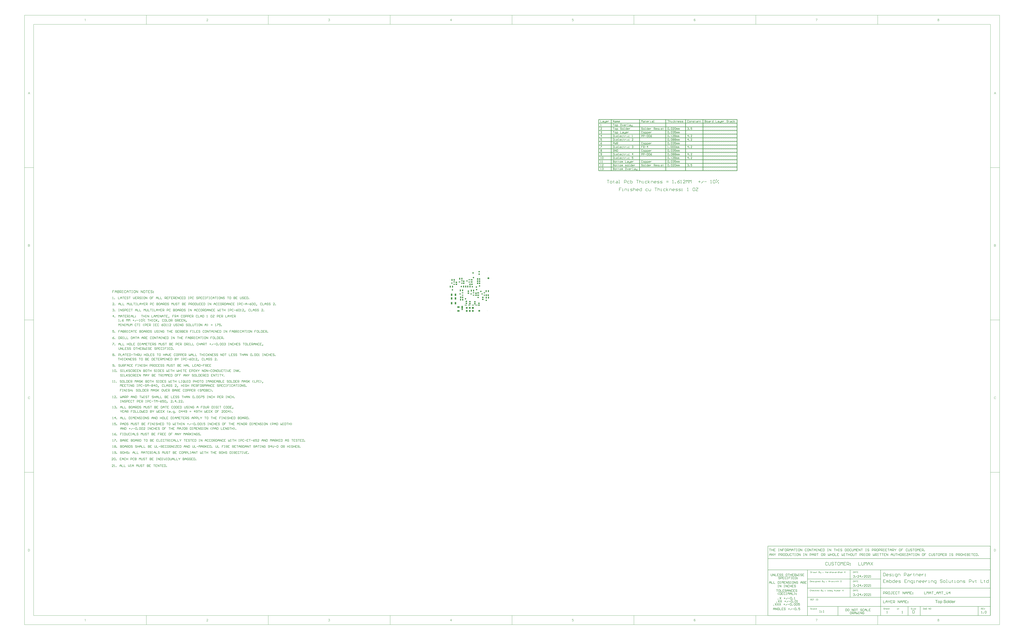
<source format=gts>
G04 Layer_Color=8388736*
%FSLAX25Y25*%
%MOIN*%
G70*
G01*
G75*
%ADD25C,0.01500*%
%ADD27C,0.00100*%
%ADD28C,0.01000*%
%ADD29C,0.00500*%
%ADD30C,0.00700*%
%ADD63R,0.04540X0.03162*%
%ADD64C,0.04600*%
%ADD65R,0.05128X0.07687*%
%ADD66R,0.03553X0.06309*%
%ADD67R,0.04340X0.04537*%
%ADD68R,0.04537X0.04340*%
%ADD69R,0.06309X0.03553*%
%ADD70R,0.05131X0.08674*%
%ADD71R,0.03950X0.03950*%
%ADD72R,0.07687X0.05128*%
%ADD73R,0.02765X0.02568*%
%ADD74C,0.05937*%
%ADD75C,0.04737*%
%ADD76R,0.05954X0.05954*%
%ADD77C,0.05954*%
%ADD78C,0.01200*%
G36*
X1660394Y-940993D02*
X1660505Y-941007D01*
X1660644Y-941035D01*
X1660796Y-941063D01*
X1660977Y-941105D01*
X1661143Y-941146D01*
X1661338Y-941216D01*
X1661518Y-941285D01*
X1661712Y-941382D01*
X1661907Y-941493D01*
X1662101Y-941618D01*
X1662281Y-941771D01*
X1662448Y-941937D01*
X1662462Y-941951D01*
X1662490Y-941979D01*
X1662531Y-942034D01*
X1662587Y-942118D01*
X1662656Y-942215D01*
X1662726Y-942326D01*
X1662809Y-942465D01*
X1662892Y-942631D01*
X1662976Y-942812D01*
X1663059Y-943006D01*
X1663128Y-943228D01*
X1663198Y-943464D01*
X1663253Y-943728D01*
X1663295Y-944005D01*
X1663322Y-944297D01*
X1663336Y-944616D01*
Y-944630D01*
Y-944685D01*
Y-944783D01*
X1663322Y-944921D01*
X1658117D01*
Y-944935D01*
Y-944977D01*
X1658131Y-945033D01*
Y-945116D01*
X1658145Y-945213D01*
X1658173Y-945324D01*
X1658215Y-945574D01*
X1658298Y-945851D01*
X1658409Y-946157D01*
X1658562Y-946434D01*
X1658756Y-946684D01*
X1658770D01*
X1658784Y-946712D01*
X1658867Y-946781D01*
X1658992Y-946879D01*
X1659159Y-946976D01*
X1659381Y-947087D01*
X1659630Y-947184D01*
X1659908Y-947253D01*
X1660061Y-947267D01*
X1660227Y-947281D01*
X1660338D01*
X1660463Y-947267D01*
X1660616Y-947239D01*
X1660782Y-947198D01*
X1660977Y-947142D01*
X1661157Y-947059D01*
X1661338Y-946948D01*
X1661352Y-946934D01*
X1661421Y-946879D01*
X1661504Y-946795D01*
X1661601Y-946684D01*
X1661712Y-946532D01*
X1661837Y-946337D01*
X1661962Y-946115D01*
X1662073Y-945851D01*
X1663295Y-946004D01*
Y-946018D01*
X1663281Y-946046D01*
X1663267Y-946101D01*
X1663239Y-946185D01*
X1663198Y-946268D01*
X1663156Y-946379D01*
X1663045Y-946615D01*
X1662906Y-946879D01*
X1662712Y-947156D01*
X1662490Y-947420D01*
X1662212Y-947670D01*
X1662198D01*
X1662170Y-947698D01*
X1662129Y-947725D01*
X1662073Y-947767D01*
X1661990Y-947808D01*
X1661907Y-947850D01*
X1661796Y-947906D01*
X1661671Y-947961D01*
X1661532Y-948017D01*
X1661393Y-948072D01*
X1661046Y-948155D01*
X1660658Y-948225D01*
X1660227Y-948253D01*
X1660075D01*
X1659977Y-948239D01*
X1659852Y-948225D01*
X1659700Y-948197D01*
X1659533Y-948169D01*
X1659353Y-948142D01*
X1658964Y-948031D01*
X1658756Y-947947D01*
X1658562Y-947864D01*
X1658353Y-947753D01*
X1658159Y-947628D01*
X1657979Y-947489D01*
X1657798Y-947323D01*
X1657784Y-947309D01*
X1657757Y-947281D01*
X1657715Y-947226D01*
X1657659Y-947142D01*
X1657590Y-947045D01*
X1657521Y-946934D01*
X1657437Y-946795D01*
X1657354Y-946643D01*
X1657271Y-946462D01*
X1657187Y-946268D01*
X1657118Y-946046D01*
X1657049Y-945810D01*
X1656993Y-945560D01*
X1656952Y-945282D01*
X1656924Y-944991D01*
X1656910Y-944685D01*
Y-944672D01*
Y-944602D01*
Y-944519D01*
X1656924Y-944394D01*
X1656938Y-944241D01*
X1656952Y-944075D01*
X1656979Y-943880D01*
X1657021Y-943686D01*
X1657132Y-943242D01*
X1657201Y-943020D01*
X1657285Y-942784D01*
X1657396Y-942562D01*
X1657521Y-942354D01*
X1657659Y-942146D01*
X1657812Y-941951D01*
X1657826Y-941937D01*
X1657854Y-941910D01*
X1657909Y-941868D01*
X1657979Y-941798D01*
X1658062Y-941729D01*
X1658173Y-941646D01*
X1658298Y-941549D01*
X1658451Y-941465D01*
X1658603Y-941368D01*
X1658784Y-941285D01*
X1658978Y-941202D01*
X1659186Y-941132D01*
X1659408Y-941063D01*
X1659644Y-941021D01*
X1659894Y-940993D01*
X1660158Y-940980D01*
X1660297D01*
X1660394Y-940993D01*
D02*
G37*
G36*
X1642447D02*
X1642572Y-941007D01*
X1642711Y-941035D01*
X1642863Y-941063D01*
X1643044Y-941091D01*
X1643419Y-941216D01*
X1643613Y-941285D01*
X1643807Y-941382D01*
X1644002Y-941479D01*
X1644196Y-941618D01*
X1644376Y-941757D01*
X1644557Y-941923D01*
X1644571Y-941937D01*
X1644598Y-941965D01*
X1644640Y-942021D01*
X1644695Y-942090D01*
X1644765Y-942187D01*
X1644848Y-942312D01*
X1644931Y-942451D01*
X1645015Y-942603D01*
X1645098Y-942770D01*
X1645181Y-942978D01*
X1645265Y-943186D01*
X1645334Y-943422D01*
X1645390Y-943672D01*
X1645431Y-943936D01*
X1645459Y-944214D01*
X1645473Y-944519D01*
Y-944533D01*
Y-944575D01*
Y-944644D01*
Y-944741D01*
X1645459Y-944852D01*
X1645445Y-944991D01*
Y-945130D01*
X1645417Y-945282D01*
X1645376Y-945629D01*
X1645292Y-945976D01*
X1645195Y-946323D01*
X1645056Y-946643D01*
Y-946657D01*
X1645042Y-946670D01*
X1645015Y-946712D01*
X1644987Y-946768D01*
X1644890Y-946906D01*
X1644765Y-947073D01*
X1644598Y-947267D01*
X1644390Y-947462D01*
X1644154Y-947656D01*
X1643877Y-947836D01*
X1643863D01*
X1643849Y-947850D01*
X1643807Y-947878D01*
X1643738Y-947906D01*
X1643668Y-947933D01*
X1643585Y-947961D01*
X1643377Y-948044D01*
X1643141Y-948114D01*
X1642850Y-948183D01*
X1642544Y-948239D01*
X1642211Y-948253D01*
X1642072D01*
X1641961Y-948239D01*
X1641836Y-948225D01*
X1641697Y-948197D01*
X1641531Y-948169D01*
X1641364Y-948142D01*
X1640990Y-948031D01*
X1640781Y-947947D01*
X1640587Y-947864D01*
X1640393Y-947753D01*
X1640198Y-947628D01*
X1640018Y-947489D01*
X1639837Y-947323D01*
X1639824Y-947309D01*
X1639796Y-947281D01*
X1639754Y-947226D01*
X1639699Y-947142D01*
X1639629Y-947045D01*
X1639560Y-946934D01*
X1639477Y-946795D01*
X1639393Y-946629D01*
X1639310Y-946448D01*
X1639227Y-946240D01*
X1639157Y-946018D01*
X1639088Y-945782D01*
X1639033Y-945518D01*
X1638991Y-945241D01*
X1638963Y-944935D01*
X1638949Y-944616D01*
Y-944588D01*
Y-944533D01*
X1638963Y-944436D01*
Y-944297D01*
X1638977Y-944144D01*
X1639005Y-943950D01*
X1639033Y-943756D01*
X1639088Y-943534D01*
X1639144Y-943311D01*
X1639213Y-943075D01*
X1639296Y-942826D01*
X1639407Y-942590D01*
X1639518Y-942368D01*
X1639671Y-942146D01*
X1639824Y-941937D01*
X1640018Y-941757D01*
X1640032Y-941743D01*
X1640060Y-941729D01*
X1640115Y-941687D01*
X1640185Y-941632D01*
X1640268Y-941576D01*
X1640379Y-941507D01*
X1640490Y-941438D01*
X1640629Y-941368D01*
X1640781Y-941299D01*
X1640948Y-941229D01*
X1641323Y-941105D01*
X1641753Y-941007D01*
X1641975Y-940993D01*
X1642211Y-940980D01*
X1642350D01*
X1642447Y-940993D01*
D02*
G37*
G36*
X1648013Y-948100D02*
X1646833D01*
Y-938495D01*
X1648013D01*
Y-948100D01*
D02*
G37*
G36*
X1610606Y-939633D02*
X1607442D01*
Y-948100D01*
X1606165D01*
Y-939633D01*
X1603000D01*
Y-938495D01*
X1610606D01*
Y-939633D01*
D02*
G37*
G36*
X1614826Y-940993D02*
X1614951Y-941007D01*
X1615089Y-941035D01*
X1615242Y-941063D01*
X1615423Y-941091D01*
X1615797Y-941216D01*
X1615992Y-941285D01*
X1616186Y-941382D01*
X1616380Y-941479D01*
X1616575Y-941618D01*
X1616755Y-941757D01*
X1616936Y-941923D01*
X1616949Y-941937D01*
X1616977Y-941965D01*
X1617019Y-942021D01*
X1617074Y-942090D01*
X1617144Y-942187D01*
X1617227Y-942312D01*
X1617310Y-942451D01*
X1617394Y-942603D01*
X1617477Y-942770D01*
X1617560Y-942978D01*
X1617643Y-943186D01*
X1617713Y-943422D01*
X1617768Y-943672D01*
X1617810Y-943936D01*
X1617838Y-944214D01*
X1617852Y-944519D01*
Y-944533D01*
Y-944575D01*
Y-944644D01*
Y-944741D01*
X1617838Y-944852D01*
X1617824Y-944991D01*
Y-945130D01*
X1617796Y-945282D01*
X1617754Y-945629D01*
X1617671Y-945976D01*
X1617574Y-946323D01*
X1617435Y-946643D01*
Y-946657D01*
X1617421Y-946670D01*
X1617394Y-946712D01*
X1617366Y-946768D01*
X1617269Y-946906D01*
X1617144Y-947073D01*
X1616977Y-947267D01*
X1616769Y-947462D01*
X1616533Y-947656D01*
X1616255Y-947836D01*
X1616241D01*
X1616228Y-947850D01*
X1616186Y-947878D01*
X1616117Y-947906D01*
X1616047Y-947933D01*
X1615964Y-947961D01*
X1615756Y-948044D01*
X1615520Y-948114D01*
X1615228Y-948183D01*
X1614923Y-948239D01*
X1614590Y-948253D01*
X1614451D01*
X1614340Y-948239D01*
X1614215Y-948225D01*
X1614076Y-948197D01*
X1613910Y-948169D01*
X1613743Y-948142D01*
X1613368Y-948031D01*
X1613160Y-947947D01*
X1612966Y-947864D01*
X1612771Y-947753D01*
X1612577Y-947628D01*
X1612397Y-947489D01*
X1612216Y-947323D01*
X1612202Y-947309D01*
X1612175Y-947281D01*
X1612133Y-947226D01*
X1612078Y-947142D01*
X1612008Y-947045D01*
X1611939Y-946934D01*
X1611855Y-946795D01*
X1611772Y-946629D01*
X1611689Y-946448D01*
X1611606Y-946240D01*
X1611536Y-946018D01*
X1611467Y-945782D01*
X1611411Y-945518D01*
X1611370Y-945241D01*
X1611342Y-944935D01*
X1611328Y-944616D01*
Y-944588D01*
Y-944533D01*
X1611342Y-944436D01*
Y-944297D01*
X1611356Y-944144D01*
X1611383Y-943950D01*
X1611411Y-943756D01*
X1611467Y-943534D01*
X1611522Y-943311D01*
X1611592Y-943075D01*
X1611675Y-942826D01*
X1611786Y-942590D01*
X1611897Y-942368D01*
X1612050Y-942146D01*
X1612202Y-941937D01*
X1612397Y-941757D01*
X1612411Y-941743D01*
X1612438Y-941729D01*
X1612494Y-941687D01*
X1612563Y-941632D01*
X1612647Y-941576D01*
X1612758Y-941507D01*
X1612869Y-941438D01*
X1613008Y-941368D01*
X1613160Y-941299D01*
X1613327Y-941229D01*
X1613701Y-941105D01*
X1614132Y-941007D01*
X1614354Y-940993D01*
X1614590Y-940980D01*
X1614729D01*
X1614826Y-940993D01*
D02*
G37*
G36*
X1655439Y-948100D02*
X1654342D01*
Y-947226D01*
X1654328Y-947239D01*
X1654314Y-947267D01*
X1654273Y-947323D01*
X1654217Y-947392D01*
X1654148Y-947462D01*
X1654065Y-947545D01*
X1653967Y-947642D01*
X1653842Y-947739D01*
X1653717Y-947836D01*
X1653579Y-947933D01*
X1653412Y-948017D01*
X1653232Y-948086D01*
X1653051Y-948155D01*
X1652843Y-948211D01*
X1652621Y-948239D01*
X1652385Y-948253D01*
X1652302D01*
X1652246Y-948239D01*
X1652080Y-948225D01*
X1651885Y-948197D01*
X1651649Y-948142D01*
X1651386Y-948058D01*
X1651122Y-947947D01*
X1650858Y-947795D01*
X1650844D01*
X1650830Y-947767D01*
X1650747Y-947711D01*
X1650622Y-947600D01*
X1650470Y-947462D01*
X1650289Y-947281D01*
X1650109Y-947059D01*
X1649928Y-946809D01*
X1649776Y-946518D01*
Y-946504D01*
X1649762Y-946476D01*
X1649748Y-946434D01*
X1649720Y-946379D01*
X1649692Y-946296D01*
X1649651Y-946198D01*
X1649623Y-946101D01*
X1649595Y-945976D01*
X1649526Y-945699D01*
X1649456Y-945380D01*
X1649415Y-945019D01*
X1649401Y-944630D01*
Y-944616D01*
Y-944588D01*
Y-944533D01*
Y-944450D01*
X1649415Y-944366D01*
Y-944255D01*
X1649442Y-944005D01*
X1649484Y-943714D01*
X1649553Y-943395D01*
X1649637Y-943062D01*
X1649748Y-942742D01*
Y-942728D01*
X1649762Y-942701D01*
X1649789Y-942659D01*
X1649817Y-942603D01*
X1649900Y-942451D01*
X1650012Y-942257D01*
X1650150Y-942048D01*
X1650331Y-941840D01*
X1650539Y-941618D01*
X1650789Y-941438D01*
X1650803D01*
X1650817Y-941424D01*
X1650858Y-941396D01*
X1650914Y-941368D01*
X1651053Y-941299D01*
X1651247Y-941202D01*
X1651469Y-941118D01*
X1651733Y-941049D01*
X1652024Y-940993D01*
X1652329Y-940980D01*
X1652441D01*
X1652552Y-940993D01*
X1652704Y-941007D01*
X1652885Y-941049D01*
X1653079Y-941091D01*
X1653273Y-941160D01*
X1653454Y-941257D01*
X1653482Y-941271D01*
X1653537Y-941299D01*
X1653620Y-941368D01*
X1653731Y-941438D01*
X1653870Y-941535D01*
X1653995Y-941660D01*
X1654134Y-941785D01*
X1654259Y-941937D01*
Y-938495D01*
X1655439D01*
Y-948100D01*
D02*
G37*
G36*
X1634175Y-938342D02*
X1634272D01*
X1634535Y-938370D01*
X1634827Y-938412D01*
X1635132Y-938481D01*
X1635465Y-938564D01*
X1635771Y-938675D01*
X1635785D01*
X1635812Y-938689D01*
X1635854Y-938717D01*
X1635909Y-938745D01*
X1636048Y-938814D01*
X1636229Y-938939D01*
X1636437Y-939078D01*
X1636645Y-939258D01*
X1636839Y-939467D01*
X1637020Y-939703D01*
Y-939717D01*
X1637034Y-939730D01*
X1637062Y-939772D01*
X1637089Y-939814D01*
X1637159Y-939952D01*
X1637242Y-940133D01*
X1637339Y-940355D01*
X1637408Y-940619D01*
X1637478Y-940896D01*
X1637506Y-941202D01*
X1636284Y-941299D01*
Y-941285D01*
Y-941257D01*
X1636270Y-941216D01*
X1636256Y-941146D01*
X1636215Y-940993D01*
X1636159Y-940785D01*
X1636076Y-940563D01*
X1635951Y-940341D01*
X1635798Y-940133D01*
X1635604Y-939939D01*
X1635576Y-939925D01*
X1635507Y-939869D01*
X1635368Y-939786D01*
X1635188Y-939703D01*
X1634952Y-939619D01*
X1634674Y-939536D01*
X1634327Y-939480D01*
X1633938Y-939467D01*
X1633744D01*
X1633661Y-939480D01*
X1633550Y-939494D01*
X1633300Y-939522D01*
X1633022Y-939578D01*
X1632745Y-939647D01*
X1632481Y-939758D01*
X1632370Y-939828D01*
X1632259Y-939897D01*
X1632231Y-939911D01*
X1632176Y-939966D01*
X1632092Y-940063D01*
X1632009Y-940174D01*
X1631912Y-940327D01*
X1631829Y-940494D01*
X1631773Y-940688D01*
X1631746Y-940910D01*
Y-940938D01*
Y-940993D01*
X1631759Y-941091D01*
X1631787Y-941202D01*
X1631829Y-941340D01*
X1631898Y-941479D01*
X1631981Y-941618D01*
X1632106Y-941757D01*
X1632120Y-941771D01*
X1632190Y-941812D01*
X1632245Y-941854D01*
X1632301Y-941882D01*
X1632384Y-941923D01*
X1632481Y-941979D01*
X1632606Y-942021D01*
X1632745Y-942076D01*
X1632898Y-942132D01*
X1633078Y-942201D01*
X1633272Y-942257D01*
X1633494Y-942326D01*
X1633744Y-942381D01*
X1634022Y-942451D01*
X1634036D01*
X1634091Y-942465D01*
X1634175Y-942479D01*
X1634272Y-942506D01*
X1634397Y-942534D01*
X1634549Y-942576D01*
X1634702Y-942617D01*
X1634868Y-942659D01*
X1635229Y-942756D01*
X1635576Y-942853D01*
X1635743Y-942909D01*
X1635896Y-942964D01*
X1636034Y-943006D01*
X1636145Y-943062D01*
X1636159D01*
X1636187Y-943075D01*
X1636229Y-943103D01*
X1636284Y-943131D01*
X1636437Y-943214D01*
X1636617Y-943325D01*
X1636826Y-943478D01*
X1637034Y-943645D01*
X1637228Y-943839D01*
X1637395Y-944047D01*
X1637408Y-944075D01*
X1637464Y-944144D01*
X1637520Y-944269D01*
X1637603Y-944436D01*
X1637672Y-944630D01*
X1637742Y-944866D01*
X1637783Y-945130D01*
X1637797Y-945407D01*
Y-945421D01*
Y-945435D01*
Y-945477D01*
Y-945532D01*
X1637769Y-945685D01*
X1637742Y-945879D01*
X1637686Y-946101D01*
X1637617Y-946337D01*
X1637506Y-946587D01*
X1637353Y-946851D01*
Y-946865D01*
X1637339Y-946879D01*
X1637270Y-946962D01*
X1637173Y-947087D01*
X1637034Y-947226D01*
X1636853Y-947392D01*
X1636631Y-947573D01*
X1636381Y-947739D01*
X1636090Y-947892D01*
X1636076D01*
X1636048Y-947906D01*
X1636007Y-947920D01*
X1635951Y-947947D01*
X1635868Y-947975D01*
X1635771Y-948017D01*
X1635549Y-948072D01*
X1635285Y-948142D01*
X1634966Y-948211D01*
X1634619Y-948253D01*
X1634244Y-948267D01*
X1634022D01*
X1633911Y-948253D01*
X1633786D01*
X1633647Y-948239D01*
X1633480Y-948225D01*
X1633134Y-948169D01*
X1632773Y-948114D01*
X1632412Y-948017D01*
X1632065Y-947892D01*
X1632051D01*
X1632023Y-947878D01*
X1631981Y-947850D01*
X1631926Y-947822D01*
X1631759Y-947739D01*
X1631565Y-947614D01*
X1631343Y-947448D01*
X1631107Y-947253D01*
X1630885Y-947017D01*
X1630677Y-946754D01*
Y-946740D01*
X1630649Y-946712D01*
X1630635Y-946670D01*
X1630593Y-946615D01*
X1630566Y-946545D01*
X1630524Y-946462D01*
X1630427Y-946254D01*
X1630330Y-945990D01*
X1630246Y-945699D01*
X1630191Y-945366D01*
X1630163Y-945019D01*
X1631357Y-944908D01*
Y-944921D01*
Y-944935D01*
X1631371Y-944977D01*
Y-945033D01*
X1631399Y-945157D01*
X1631440Y-945338D01*
X1631496Y-945518D01*
X1631551Y-945726D01*
X1631648Y-945921D01*
X1631746Y-946101D01*
X1631759Y-946115D01*
X1631801Y-946171D01*
X1631870Y-946268D01*
X1631981Y-946365D01*
X1632120Y-946490D01*
X1632273Y-946615D01*
X1632481Y-946740D01*
X1632703Y-946851D01*
X1632717D01*
X1632731Y-946865D01*
X1632773Y-946879D01*
X1632814Y-946892D01*
X1632953Y-946934D01*
X1633134Y-946990D01*
X1633356Y-947045D01*
X1633605Y-947087D01*
X1633883Y-947114D01*
X1634188Y-947128D01*
X1634313D01*
X1634452Y-947114D01*
X1634619Y-947101D01*
X1634813Y-947073D01*
X1635035Y-947045D01*
X1635257Y-946990D01*
X1635465Y-946920D01*
X1635493Y-946906D01*
X1635563Y-946879D01*
X1635660Y-946823D01*
X1635785Y-946768D01*
X1635909Y-946670D01*
X1636048Y-946573D01*
X1636187Y-946462D01*
X1636298Y-946323D01*
X1636312Y-946309D01*
X1636340Y-946254D01*
X1636381Y-946185D01*
X1636437Y-946074D01*
X1636492Y-945963D01*
X1636534Y-945824D01*
X1636562Y-945671D01*
X1636576Y-945504D01*
Y-945491D01*
Y-945421D01*
X1636562Y-945338D01*
X1636548Y-945227D01*
X1636506Y-945116D01*
X1636465Y-944977D01*
X1636395Y-944838D01*
X1636298Y-944713D01*
X1636284Y-944699D01*
X1636243Y-944658D01*
X1636187Y-944602D01*
X1636090Y-944519D01*
X1635979Y-944436D01*
X1635826Y-944339D01*
X1635646Y-944241D01*
X1635438Y-944158D01*
X1635424Y-944144D01*
X1635354Y-944130D01*
X1635243Y-944089D01*
X1635174Y-944075D01*
X1635077Y-944047D01*
X1634979Y-944005D01*
X1634855Y-943978D01*
X1634716Y-943936D01*
X1634549Y-943894D01*
X1634383Y-943853D01*
X1634188Y-943797D01*
X1633966Y-943742D01*
X1633730Y-943686D01*
X1633716D01*
X1633675Y-943672D01*
X1633605Y-943658D01*
X1633522Y-943631D01*
X1633411Y-943603D01*
X1633286Y-943575D01*
X1633009Y-943492D01*
X1632703Y-943395D01*
X1632384Y-943297D01*
X1632106Y-943200D01*
X1631981Y-943145D01*
X1631870Y-943089D01*
X1631857D01*
X1631843Y-943075D01*
X1631759Y-943020D01*
X1631634Y-942951D01*
X1631496Y-942840D01*
X1631329Y-942715D01*
X1631162Y-942562D01*
X1630996Y-942381D01*
X1630857Y-942187D01*
X1630843Y-942159D01*
X1630802Y-942090D01*
X1630746Y-941979D01*
X1630691Y-941840D01*
X1630635Y-941660D01*
X1630580Y-941451D01*
X1630538Y-941229D01*
X1630524Y-940993D01*
Y-940980D01*
Y-940966D01*
Y-940924D01*
Y-940868D01*
X1630552Y-940730D01*
X1630580Y-940549D01*
X1630621Y-940341D01*
X1630691Y-940105D01*
X1630788Y-939869D01*
X1630927Y-939633D01*
Y-939619D01*
X1630940Y-939605D01*
X1631010Y-939522D01*
X1631107Y-939411D01*
X1631232Y-939272D01*
X1631399Y-939120D01*
X1631607Y-938953D01*
X1631857Y-938800D01*
X1632134Y-938662D01*
X1632148D01*
X1632176Y-938648D01*
X1632217Y-938634D01*
X1632273Y-938606D01*
X1632342Y-938578D01*
X1632439Y-938551D01*
X1632648Y-938495D01*
X1632911Y-938439D01*
X1633217Y-938384D01*
X1633536Y-938342D01*
X1633897Y-938328D01*
X1634077D01*
X1634175Y-938342D01*
D02*
G37*
G36*
X1667556Y-940993D02*
X1667709Y-941021D01*
X1667889Y-941077D01*
X1668083Y-941146D01*
X1668305Y-941243D01*
X1668541Y-941368D01*
X1668111Y-942451D01*
X1668097Y-942437D01*
X1668042Y-942409D01*
X1667958Y-942368D01*
X1667847Y-942326D01*
X1667722Y-942284D01*
X1667570Y-942243D01*
X1667417Y-942215D01*
X1667264Y-942201D01*
X1667195D01*
X1667126Y-942215D01*
X1667028Y-942229D01*
X1666931Y-942257D01*
X1666806Y-942298D01*
X1666681Y-942354D01*
X1666570Y-942437D01*
X1666557Y-942451D01*
X1666515Y-942479D01*
X1666473Y-942534D01*
X1666404Y-942603D01*
X1666334Y-942701D01*
X1666265Y-942812D01*
X1666196Y-942937D01*
X1666140Y-943089D01*
X1666126Y-943117D01*
X1666112Y-943200D01*
X1666085Y-943325D01*
X1666043Y-943492D01*
X1666001Y-943700D01*
X1665974Y-943936D01*
X1665960Y-944186D01*
X1665946Y-944463D01*
Y-948100D01*
X1664766D01*
Y-941132D01*
X1665835D01*
Y-942187D01*
X1665849Y-942173D01*
X1665904Y-942076D01*
X1665974Y-941951D01*
X1666085Y-941798D01*
X1666196Y-941646D01*
X1666321Y-941479D01*
X1666446Y-941340D01*
X1666570Y-941229D01*
X1666584Y-941216D01*
X1666626Y-941188D01*
X1666709Y-941146D01*
X1666792Y-941105D01*
X1666903Y-941063D01*
X1667042Y-941021D01*
X1667181Y-940993D01*
X1667334Y-940980D01*
X1667431D01*
X1667556Y-940993D01*
D02*
G37*
G36*
X1622543D02*
X1622640Y-941007D01*
X1622848Y-941035D01*
X1623098Y-941091D01*
X1623362Y-941174D01*
X1623626Y-941299D01*
X1623889Y-941451D01*
X1623903D01*
X1623917Y-941479D01*
X1624000Y-941535D01*
X1624125Y-941646D01*
X1624278Y-941785D01*
X1624445Y-941965D01*
X1624611Y-942187D01*
X1624778Y-942451D01*
X1624916Y-942742D01*
Y-942756D01*
X1624930Y-942784D01*
X1624944Y-942826D01*
X1624972Y-942881D01*
X1625000Y-942964D01*
X1625028Y-943062D01*
X1625097Y-943284D01*
X1625166Y-943561D01*
X1625222Y-943867D01*
X1625263Y-944214D01*
X1625277Y-944575D01*
Y-944588D01*
Y-944616D01*
Y-944672D01*
Y-944755D01*
X1625263Y-944852D01*
Y-944963D01*
X1625236Y-945213D01*
X1625180Y-945518D01*
X1625111Y-945838D01*
X1625014Y-946171D01*
X1624889Y-946504D01*
Y-946518D01*
X1624875Y-946545D01*
X1624847Y-946587D01*
X1624819Y-946643D01*
X1624722Y-946795D01*
X1624597Y-946990D01*
X1624445Y-947198D01*
X1624250Y-947406D01*
X1624028Y-947614D01*
X1623764Y-947808D01*
X1623751D01*
X1623737Y-947822D01*
X1623695Y-947850D01*
X1623640Y-947878D01*
X1623501Y-947947D01*
X1623306Y-948031D01*
X1623071Y-948114D01*
X1622821Y-948183D01*
X1622529Y-948239D01*
X1622238Y-948253D01*
X1622141D01*
X1622029Y-948239D01*
X1621891Y-948225D01*
X1621724Y-948197D01*
X1621544Y-948155D01*
X1621363Y-948100D01*
X1621183Y-948017D01*
X1621169Y-948003D01*
X1621099Y-947975D01*
X1621016Y-947920D01*
X1620905Y-947836D01*
X1620794Y-947753D01*
X1620655Y-947642D01*
X1620530Y-947517D01*
X1620419Y-947378D01*
Y-950765D01*
X1619240D01*
Y-941132D01*
X1620308D01*
Y-942048D01*
X1620322Y-942021D01*
X1620378Y-941965D01*
X1620447Y-941868D01*
X1620558Y-941757D01*
X1620683Y-941618D01*
X1620822Y-941493D01*
X1620988Y-941368D01*
X1621155Y-941257D01*
X1621183Y-941243D01*
X1621238Y-941216D01*
X1621349Y-941174D01*
X1621488Y-941118D01*
X1621655Y-941063D01*
X1621849Y-941021D01*
X1622071Y-940993D01*
X1622321Y-940980D01*
X1622474D01*
X1622543Y-940993D01*
D02*
G37*
%LPC*%
G36*
X1660172Y-941951D02*
X1660088D01*
X1660033Y-941965D01*
X1659880Y-941979D01*
X1659700Y-942021D01*
X1659478Y-942090D01*
X1659242Y-942187D01*
X1659020Y-942326D01*
X1658798Y-942506D01*
X1658770Y-942534D01*
X1658714Y-942603D01*
X1658617Y-942728D01*
X1658520Y-942895D01*
X1658409Y-943089D01*
X1658312Y-943339D01*
X1658228Y-943631D01*
X1658187Y-943950D01*
X1662087D01*
Y-943936D01*
Y-943908D01*
X1662073Y-943867D01*
Y-943811D01*
X1662045Y-943645D01*
X1662004Y-943464D01*
X1661934Y-943242D01*
X1661865Y-943034D01*
X1661754Y-942826D01*
X1661629Y-942645D01*
Y-942631D01*
X1661601Y-942617D01*
X1661532Y-942534D01*
X1661407Y-942423D01*
X1661241Y-942298D01*
X1661032Y-942173D01*
X1660782Y-942062D01*
X1660491Y-941979D01*
X1660338Y-941965D01*
X1660172Y-941951D01*
D02*
G37*
G36*
X1642211D02*
X1642128D01*
X1642058Y-941965D01*
X1641906Y-941979D01*
X1641697Y-942034D01*
X1641462Y-942118D01*
X1641212Y-942229D01*
X1640976Y-942395D01*
X1640851Y-942506D01*
X1640740Y-942617D01*
Y-942631D01*
X1640712Y-942645D01*
X1640684Y-942687D01*
X1640643Y-942742D01*
X1640601Y-942812D01*
X1640559Y-942895D01*
X1640504Y-943006D01*
X1640448Y-943117D01*
X1640393Y-943256D01*
X1640337Y-943395D01*
X1640296Y-943561D01*
X1640254Y-943742D01*
X1640212Y-943936D01*
X1640185Y-944144D01*
X1640171Y-944380D01*
X1640157Y-944616D01*
Y-944630D01*
Y-944672D01*
Y-944741D01*
X1640171Y-944838D01*
Y-944949D01*
X1640185Y-945074D01*
X1640226Y-945366D01*
X1640296Y-945699D01*
X1640407Y-946032D01*
X1640545Y-946351D01*
X1640643Y-946490D01*
X1640740Y-946629D01*
X1640754D01*
X1640767Y-946657D01*
X1640851Y-946726D01*
X1640976Y-946837D01*
X1641142Y-946948D01*
X1641350Y-947073D01*
X1641600Y-947184D01*
X1641892Y-947253D01*
X1642044Y-947267D01*
X1642211Y-947281D01*
X1642294D01*
X1642364Y-947267D01*
X1642516Y-947239D01*
X1642725Y-947198D01*
X1642947Y-947114D01*
X1643196Y-947003D01*
X1643432Y-946837D01*
X1643557Y-946726D01*
X1643668Y-946615D01*
X1643682Y-946601D01*
X1643696Y-946587D01*
X1643724Y-946545D01*
X1643766Y-946490D01*
X1643807Y-946420D01*
X1643863Y-946337D01*
X1643918Y-946226D01*
X1643974Y-946115D01*
X1644029Y-945976D01*
X1644071Y-945824D01*
X1644126Y-945657D01*
X1644168Y-945477D01*
X1644210Y-945269D01*
X1644238Y-945060D01*
X1644265Y-944824D01*
Y-944575D01*
Y-944561D01*
Y-944519D01*
Y-944450D01*
X1644251Y-944366D01*
Y-944255D01*
X1644238Y-944130D01*
X1644196Y-943839D01*
X1644126Y-943534D01*
X1644015Y-943200D01*
X1643863Y-942895D01*
X1643779Y-942742D01*
X1643668Y-942617D01*
Y-942603D01*
X1643641Y-942590D01*
X1643557Y-942506D01*
X1643432Y-942409D01*
X1643266Y-942284D01*
X1643058Y-942159D01*
X1642808Y-942048D01*
X1642530Y-941979D01*
X1642378Y-941965D01*
X1642211Y-941951D01*
D02*
G37*
G36*
X1614590D02*
X1614507D01*
X1614437Y-941965D01*
X1614284Y-941979D01*
X1614076Y-942034D01*
X1613840Y-942118D01*
X1613590Y-942229D01*
X1613354Y-942395D01*
X1613230Y-942506D01*
X1613119Y-942617D01*
Y-942631D01*
X1613091Y-942645D01*
X1613063Y-942687D01*
X1613021Y-942742D01*
X1612980Y-942812D01*
X1612938Y-942895D01*
X1612883Y-943006D01*
X1612827Y-943117D01*
X1612771Y-943256D01*
X1612716Y-943395D01*
X1612674Y-943561D01*
X1612633Y-943742D01*
X1612591Y-943936D01*
X1612563Y-944144D01*
X1612549Y-944380D01*
X1612536Y-944616D01*
Y-944630D01*
Y-944672D01*
Y-944741D01*
X1612549Y-944838D01*
Y-944949D01*
X1612563Y-945074D01*
X1612605Y-945366D01*
X1612674Y-945699D01*
X1612785Y-946032D01*
X1612924Y-946351D01*
X1613021Y-946490D01*
X1613119Y-946629D01*
X1613132D01*
X1613146Y-946657D01*
X1613230Y-946726D01*
X1613354Y-946837D01*
X1613521Y-946948D01*
X1613729Y-947073D01*
X1613979Y-947184D01*
X1614271Y-947253D01*
X1614423Y-947267D01*
X1614590Y-947281D01*
X1614673D01*
X1614742Y-947267D01*
X1614895Y-947239D01*
X1615103Y-947198D01*
X1615325Y-947114D01*
X1615575Y-947003D01*
X1615811Y-946837D01*
X1615936Y-946726D01*
X1616047Y-946615D01*
X1616061Y-946601D01*
X1616075Y-946587D01*
X1616103Y-946545D01*
X1616144Y-946490D01*
X1616186Y-946420D01*
X1616241Y-946337D01*
X1616297Y-946226D01*
X1616353Y-946115D01*
X1616408Y-945976D01*
X1616450Y-945824D01*
X1616505Y-945657D01*
X1616547Y-945477D01*
X1616589Y-945269D01*
X1616616Y-945060D01*
X1616644Y-944824D01*
Y-944575D01*
Y-944561D01*
Y-944519D01*
Y-944450D01*
X1616630Y-944366D01*
Y-944255D01*
X1616616Y-944130D01*
X1616575Y-943839D01*
X1616505Y-943534D01*
X1616394Y-943200D01*
X1616241Y-942895D01*
X1616158Y-942742D01*
X1616047Y-942617D01*
Y-942603D01*
X1616019Y-942590D01*
X1615936Y-942506D01*
X1615811Y-942409D01*
X1615645Y-942284D01*
X1615437Y-942159D01*
X1615187Y-942048D01*
X1614909Y-941979D01*
X1614756Y-941965D01*
X1614590Y-941951D01*
D02*
G37*
G36*
X1652454D02*
X1652385D01*
X1652329Y-941965D01*
X1652177Y-941979D01*
X1651996Y-942034D01*
X1651788Y-942104D01*
X1651566Y-942229D01*
X1651344Y-942381D01*
X1651233Y-942492D01*
X1651136Y-942603D01*
Y-942617D01*
X1651108Y-942631D01*
X1651094Y-942673D01*
X1651053Y-942728D01*
X1651011Y-942798D01*
X1650969Y-942881D01*
X1650928Y-942978D01*
X1650872Y-943089D01*
X1650817Y-943228D01*
X1650775Y-943381D01*
X1650733Y-943547D01*
X1650692Y-943728D01*
X1650664Y-943922D01*
X1650636Y-944144D01*
X1650608Y-944380D01*
Y-944630D01*
Y-944644D01*
Y-944685D01*
Y-944755D01*
X1650622Y-944852D01*
Y-944963D01*
X1650636Y-945088D01*
X1650678Y-945380D01*
X1650747Y-945699D01*
X1650844Y-946032D01*
X1650983Y-946351D01*
X1651066Y-946490D01*
X1651164Y-946629D01*
X1651177D01*
X1651191Y-946657D01*
X1651261Y-946726D01*
X1651386Y-946837D01*
X1651538Y-946948D01*
X1651733Y-947073D01*
X1651969Y-947184D01*
X1652218Y-947253D01*
X1652357Y-947267D01*
X1652496Y-947281D01*
X1652566D01*
X1652621Y-947267D01*
X1652774Y-947253D01*
X1652954Y-947198D01*
X1653162Y-947128D01*
X1653384Y-947017D01*
X1653606Y-946865D01*
X1653717Y-946768D01*
X1653815Y-946657D01*
Y-946643D01*
X1653842Y-946629D01*
X1653870Y-946587D01*
X1653898Y-946532D01*
X1653940Y-946462D01*
X1653995Y-946393D01*
X1654037Y-946282D01*
X1654092Y-946171D01*
X1654148Y-946046D01*
X1654189Y-945907D01*
X1654245Y-945740D01*
X1654287Y-945574D01*
X1654314Y-945380D01*
X1654342Y-945185D01*
X1654370Y-944963D01*
Y-944727D01*
Y-944713D01*
Y-944658D01*
Y-944588D01*
X1654356Y-944491D01*
Y-944380D01*
X1654342Y-944241D01*
X1654328Y-944089D01*
X1654300Y-943922D01*
X1654231Y-943589D01*
X1654134Y-943242D01*
X1653995Y-942909D01*
X1653912Y-942770D01*
X1653815Y-942631D01*
Y-942617D01*
X1653787Y-942603D01*
X1653717Y-942520D01*
X1653593Y-942409D01*
X1653440Y-942284D01*
X1653246Y-942159D01*
X1653010Y-942062D01*
X1652746Y-941979D01*
X1652607Y-941965D01*
X1652454Y-941951D01*
D02*
G37*
G36*
X1622210Y-941910D02*
X1622141D01*
X1622085Y-941923D01*
X1621946Y-941951D01*
X1621766Y-941993D01*
X1621558Y-942076D01*
X1621335Y-942201D01*
X1621211Y-942284D01*
X1621099Y-942381D01*
X1620988Y-942492D01*
X1620877Y-942617D01*
Y-942631D01*
X1620850Y-942645D01*
X1620822Y-942687D01*
X1620794Y-942742D01*
X1620753Y-942826D01*
X1620697Y-942909D01*
X1620642Y-943020D01*
X1620600Y-943131D01*
X1620544Y-943270D01*
X1620489Y-943422D01*
X1620447Y-943589D01*
X1620392Y-943769D01*
X1620364Y-943978D01*
X1620336Y-944186D01*
X1620308Y-944408D01*
Y-944658D01*
Y-944672D01*
Y-944713D01*
Y-944783D01*
X1620322Y-944880D01*
Y-944991D01*
X1620336Y-945116D01*
X1620378Y-945407D01*
X1620447Y-945740D01*
X1620530Y-946060D01*
X1620669Y-946379D01*
X1620753Y-946518D01*
X1620850Y-946643D01*
X1620877Y-946670D01*
X1620947Y-946740D01*
X1621058Y-946851D01*
X1621211Y-946962D01*
X1621405Y-947073D01*
X1621627Y-947184D01*
X1621877Y-947253D01*
X1622016Y-947267D01*
X1622154Y-947281D01*
X1622238D01*
X1622293Y-947267D01*
X1622432Y-947239D01*
X1622626Y-947198D01*
X1622835Y-947114D01*
X1623057Y-947003D01*
X1623279Y-946837D01*
X1623390Y-946740D01*
X1623501Y-946629D01*
Y-946615D01*
X1623528Y-946601D01*
X1623556Y-946559D01*
X1623584Y-946504D01*
X1623640Y-946434D01*
X1623681Y-946337D01*
X1623737Y-946240D01*
X1623792Y-946115D01*
X1623834Y-945990D01*
X1623889Y-945824D01*
X1623945Y-945657D01*
X1623987Y-945477D01*
X1624014Y-945269D01*
X1624042Y-945046D01*
X1624070Y-944810D01*
Y-944561D01*
Y-944547D01*
Y-944505D01*
Y-944436D01*
X1624056Y-944339D01*
Y-944228D01*
X1624042Y-944103D01*
X1624000Y-943811D01*
X1623931Y-943492D01*
X1623834Y-943173D01*
X1623695Y-942853D01*
X1623612Y-942701D01*
X1623515Y-942576D01*
Y-942562D01*
X1623487Y-942548D01*
X1623417Y-942465D01*
X1623306Y-942368D01*
X1623154Y-942243D01*
X1622959Y-942118D01*
X1622737Y-942007D01*
X1622487Y-941937D01*
X1622349Y-941923D01*
X1622210Y-941910D01*
D02*
G37*
%LPD*%
D25*
X498450Y626750D02*
X952330D01*
X498450Y638750D02*
X952330D01*
X498450Y470750D02*
Y638750D01*
Y470750D02*
X539441D01*
X498450Y482750D02*
X539441D01*
X498450Y494750D02*
X539441D01*
X498450Y506750D02*
X539441D01*
X498450Y518750D02*
X539441D01*
X498450Y530750D02*
X539441D01*
X498450Y542750D02*
X539441D01*
X498450Y554750D02*
X539441D01*
X498450Y566750D02*
X539441D01*
X498450Y578750D02*
X539441D01*
X498450Y590750D02*
X539441D01*
X498450Y602750D02*
X539441D01*
X498450Y614750D02*
X539441D01*
Y470750D02*
Y638750D01*
Y470750D02*
X632416D01*
X539441Y482750D02*
X632416D01*
X539441Y494750D02*
X632416D01*
X539441Y506750D02*
X632416D01*
X539441Y518750D02*
X632416D01*
X539441Y530750D02*
X632416D01*
X539441Y542750D02*
X632416D01*
X539441Y554750D02*
X632416D01*
X539441Y566750D02*
X632416D01*
X539441Y578750D02*
X632416D01*
X539441Y590750D02*
X632416D01*
X539441Y602750D02*
X632416D01*
X539441Y614750D02*
X632416D01*
Y470750D02*
Y638750D01*
Y470750D02*
X718392D01*
X632416Y482750D02*
X718392D01*
X632416Y494750D02*
X718392D01*
X632416Y506750D02*
X718392D01*
X632416Y518750D02*
X718392D01*
X632416Y530750D02*
X718392D01*
X632416Y542750D02*
X718392D01*
X632416Y554750D02*
X718392D01*
X632416Y566750D02*
X718392D01*
X632416Y578750D02*
X718392D01*
X632416Y590750D02*
X718392D01*
X632416Y602750D02*
X718392D01*
X632416Y614750D02*
X718392D01*
Y470750D02*
Y638750D01*
Y470750D02*
X783376D01*
X718392Y482750D02*
X783376D01*
X718392Y494750D02*
X783376D01*
X718392Y506750D02*
X783376D01*
X718392Y518750D02*
X783376D01*
X718392Y530750D02*
X783376D01*
X718392Y542750D02*
X783376D01*
X718392Y554750D02*
X783376D01*
X718392Y566750D02*
X783376D01*
X718392Y578750D02*
X783376D01*
X718392Y590750D02*
X783376D01*
X718392Y602750D02*
X783376D01*
X718392Y614750D02*
X783376D01*
Y470750D02*
Y638750D01*
Y470750D02*
X840362D01*
X783376Y482750D02*
X840362D01*
X783376Y494750D02*
X840362D01*
X783376Y506750D02*
X840362D01*
X783376Y518750D02*
X840362D01*
X783376Y530750D02*
X840362D01*
X783376Y542750D02*
X840362D01*
X783376Y554750D02*
X840362D01*
X783376Y566750D02*
X840362D01*
X783376Y578750D02*
X840362D01*
X783376Y590750D02*
X840362D01*
X783376Y602750D02*
X840362D01*
X783376Y614750D02*
X840362D01*
Y470750D02*
Y638750D01*
Y470750D02*
X952330D01*
X840362Y482750D02*
X952330D01*
X840362Y494750D02*
X952330D01*
X840362Y506750D02*
X952330D01*
X840362Y518750D02*
X952330D01*
X840362Y530750D02*
X952330D01*
X840362Y542750D02*
X952330D01*
X840362Y554750D02*
X952330D01*
X840362Y566750D02*
X952330D01*
X840362Y578750D02*
X952330D01*
X840362Y590750D02*
X952330D01*
X840362Y602750D02*
X952330D01*
X840362Y614750D02*
X952330D01*
Y470750D02*
Y638750D01*
D27*
X946330Y470750D02*
X952330Y476750D01*
X940330Y470750D02*
X952330Y482750D01*
X934330Y470750D02*
X946330Y482750D01*
X928330Y470750D02*
X940330Y482750D01*
X922330Y470750D02*
X934330Y482750D01*
X916330Y470750D02*
X928330Y482750D01*
X910330Y470750D02*
X922330Y482750D01*
X904330Y470750D02*
X916330Y482750D01*
X898330Y470750D02*
X910330Y482750D01*
X892330Y470750D02*
X904330Y482750D01*
X886330Y470750D02*
X898330Y482750D01*
X880330Y470750D02*
X892330Y482750D01*
X874330Y470750D02*
X886330Y482750D01*
X868330Y470750D02*
X880330Y482750D01*
X862330Y470750D02*
X874330Y482750D01*
X856330Y470750D02*
X868330Y482750D01*
X850330Y470750D02*
X862330Y482750D01*
X844330Y470750D02*
X856330Y482750D01*
X840362Y472782D02*
X850330Y482750D01*
X840362Y478782D02*
X844330Y482750D01*
X946330D02*
X952330Y488750D01*
X940330Y482750D02*
X952330Y494750D01*
X934330Y482750D02*
X946330Y494750D01*
X928330Y482750D02*
X940330Y494750D01*
X922330Y482750D02*
X934330Y494750D01*
X916330Y482750D02*
X928330Y494750D01*
X910330Y482750D02*
X922330Y494750D01*
X904330Y482750D02*
X916330Y494750D01*
X898330Y482750D02*
X910330Y494750D01*
X892330Y482750D02*
X904330Y494750D01*
X886330Y482750D02*
X898330Y494750D01*
X880330Y482750D02*
X892330Y494750D01*
X874330Y482750D02*
X886330Y494750D01*
X868330Y482750D02*
X880330Y494750D01*
X862330Y482750D02*
X874330Y494750D01*
X856330Y482750D02*
X868330Y494750D01*
X850330Y482750D02*
X862330Y494750D01*
X844330Y482750D02*
X856330Y494750D01*
X840362Y484782D02*
X850330Y494750D01*
X840362Y490782D02*
X844330Y494750D01*
X946330D02*
X952330Y500750D01*
X940330Y494750D02*
X952330Y506750D01*
X934330Y494750D02*
X946330Y506750D01*
X928330Y494750D02*
X940330Y506750D01*
X922330Y494750D02*
X934330Y506750D01*
X916330Y494750D02*
X928330Y506750D01*
X910330Y494750D02*
X922330Y506750D01*
X904330Y494750D02*
X916330Y506750D01*
X898330Y494750D02*
X910330Y506750D01*
X892330Y494750D02*
X904330Y506750D01*
X886330Y494750D02*
X898330Y506750D01*
X880330Y494750D02*
X892330Y506750D01*
X874330Y494750D02*
X886330Y506750D01*
X868330Y494750D02*
X880330Y506750D01*
X862330Y494750D02*
X874330Y506750D01*
X856330Y494750D02*
X868330Y506750D01*
X850330Y494750D02*
X862330Y506750D01*
X844330Y494750D02*
X856330Y506750D01*
X840362Y496782D02*
X850330Y506750D01*
X840362Y502782D02*
X844330Y506750D01*
X946330D02*
X952330Y512750D01*
X940330Y506750D02*
X952330Y518750D01*
X934330Y506750D02*
X946330Y518750D01*
X928330Y506750D02*
X940330Y518750D01*
X922330Y506750D02*
X934330Y518750D01*
X916330Y506750D02*
X928330Y518750D01*
X910330Y506750D02*
X922330Y518750D01*
X904330Y506750D02*
X916330Y518750D01*
X898330Y506750D02*
X910330Y518750D01*
X892330Y506750D02*
X904330Y518750D01*
X886330Y506750D02*
X898330Y518750D01*
X880330Y506750D02*
X892330Y518750D01*
X874330Y506750D02*
X886330Y518750D01*
X868330Y506750D02*
X880330Y518750D01*
X862330Y506750D02*
X874330Y518750D01*
X856330Y506750D02*
X868330Y518750D01*
X850330Y506750D02*
X862330Y518750D01*
X844330Y506750D02*
X856330Y518750D01*
X840362Y508782D02*
X850330Y518750D01*
X840362Y514782D02*
X844330Y518750D01*
X946330D02*
X952330Y524750D01*
X940330Y518750D02*
X952330Y530750D01*
X934330Y518750D02*
X946330Y530750D01*
X928330Y518750D02*
X940330Y530750D01*
X922330Y518750D02*
X934330Y530750D01*
X916330Y518750D02*
X928330Y530750D01*
X910330Y518750D02*
X922330Y530750D01*
X904330Y518750D02*
X916330Y530750D01*
X898330Y518750D02*
X910330Y530750D01*
X892330Y518750D02*
X904330Y530750D01*
X886330Y518750D02*
X898330Y530750D01*
X880330Y518750D02*
X892330Y530750D01*
X874330Y518750D02*
X886330Y530750D01*
X868330Y518750D02*
X880330Y530750D01*
X862330Y518750D02*
X874330Y530750D01*
X856330Y518750D02*
X868330Y530750D01*
X850330Y518750D02*
X862330Y530750D01*
X844330Y518750D02*
X856330Y530750D01*
X840362Y520782D02*
X850330Y530750D01*
X840362Y526782D02*
X844330Y530750D01*
X946330D02*
X952330Y536750D01*
X940330Y530750D02*
X952330Y542750D01*
X934330Y530750D02*
X946330Y542750D01*
X928330Y530750D02*
X940330Y542750D01*
X922330Y530750D02*
X934330Y542750D01*
X916330Y530750D02*
X928330Y542750D01*
X910330Y530750D02*
X922330Y542750D01*
X904330Y530750D02*
X916330Y542750D01*
X898330Y530750D02*
X910330Y542750D01*
X892330Y530750D02*
X904330Y542750D01*
X886330Y530750D02*
X898330Y542750D01*
X880330Y530750D02*
X892330Y542750D01*
X874330Y530750D02*
X886330Y542750D01*
X868330Y530750D02*
X880330Y542750D01*
X862330Y530750D02*
X874330Y542750D01*
X856330Y530750D02*
X868330Y542750D01*
X850330Y530750D02*
X862330Y542750D01*
X844330Y530750D02*
X856330Y542750D01*
X840362Y532782D02*
X850330Y542750D01*
X840362Y538782D02*
X844330Y542750D01*
X946330D02*
X952330Y548750D01*
X940330Y542750D02*
X952330Y554750D01*
X934330Y542750D02*
X946330Y554750D01*
X928330Y542750D02*
X940330Y554750D01*
X922330Y542750D02*
X934330Y554750D01*
X916330Y542750D02*
X928330Y554750D01*
X910330Y542750D02*
X922330Y554750D01*
X904330Y542750D02*
X916330Y554750D01*
X898330Y542750D02*
X910330Y554750D01*
X892330Y542750D02*
X904330Y554750D01*
X886330Y542750D02*
X898330Y554750D01*
X880330Y542750D02*
X892330Y554750D01*
X874330Y542750D02*
X886330Y554750D01*
X868330Y542750D02*
X880330Y554750D01*
X862330Y542750D02*
X874330Y554750D01*
X856330Y542750D02*
X868330Y554750D01*
X850330Y542750D02*
X862330Y554750D01*
X844330Y542750D02*
X856330Y554750D01*
X840362Y544782D02*
X850330Y554750D01*
X840362Y550782D02*
X844330Y554750D01*
X946330D02*
X952330Y560750D01*
X940330Y554750D02*
X952330Y566750D01*
X934330Y554750D02*
X946330Y566750D01*
X928330Y554750D02*
X940330Y566750D01*
X922330Y554750D02*
X934330Y566750D01*
X916330Y554750D02*
X928330Y566750D01*
X910330Y554750D02*
X922330Y566750D01*
X904330Y554750D02*
X916330Y566750D01*
X898330Y554750D02*
X910330Y566750D01*
X892330Y554750D02*
X904330Y566750D01*
X886330Y554750D02*
X898330Y566750D01*
X880330Y554750D02*
X892330Y566750D01*
X874330Y554750D02*
X886330Y566750D01*
X868330Y554750D02*
X880330Y566750D01*
X862330Y554750D02*
X874330Y566750D01*
X856330Y554750D02*
X868330Y566750D01*
X850330Y554750D02*
X862330Y566750D01*
X844330Y554750D02*
X856330Y566750D01*
X840362Y556782D02*
X850330Y566750D01*
X840362Y562782D02*
X844330Y566750D01*
X946330D02*
X952330Y572750D01*
X940330Y566750D02*
X952330Y578750D01*
X934330Y566750D02*
X946330Y578750D01*
X928330Y566750D02*
X940330Y578750D01*
X922330Y566750D02*
X934330Y578750D01*
X916330Y566750D02*
X928330Y578750D01*
X910330Y566750D02*
X922330Y578750D01*
X904330Y566750D02*
X916330Y578750D01*
X898330Y566750D02*
X910330Y578750D01*
X892330Y566750D02*
X904330Y578750D01*
X886330Y566750D02*
X898330Y578750D01*
X880330Y566750D02*
X892330Y578750D01*
X874330Y566750D02*
X886330Y578750D01*
X868330Y566750D02*
X880330Y578750D01*
X862330Y566750D02*
X874330Y578750D01*
X856330Y566750D02*
X868330Y578750D01*
X850330Y566750D02*
X862330Y578750D01*
X844330Y566750D02*
X856330Y578750D01*
X840362Y568782D02*
X850330Y578750D01*
X840362Y574782D02*
X844330Y578750D01*
X946330D02*
X952330Y584750D01*
X940330Y578750D02*
X952330Y590750D01*
X934330Y578750D02*
X946330Y590750D01*
X928330Y578750D02*
X940330Y590750D01*
X922330Y578750D02*
X934330Y590750D01*
X916330Y578750D02*
X928330Y590750D01*
X910330Y578750D02*
X922330Y590750D01*
X904330Y578750D02*
X916330Y590750D01*
X898330Y578750D02*
X910330Y590750D01*
X892330Y578750D02*
X904330Y590750D01*
X886330Y578750D02*
X898330Y590750D01*
X880330Y578750D02*
X892330Y590750D01*
X874330Y578750D02*
X886330Y590750D01*
X868330Y578750D02*
X880330Y590750D01*
X862330Y578750D02*
X874330Y590750D01*
X856330Y578750D02*
X868330Y590750D01*
X850330Y578750D02*
X862330Y590750D01*
X844330Y578750D02*
X856330Y590750D01*
X840362Y580782D02*
X850330Y590750D01*
X840362Y586782D02*
X844330Y590750D01*
X946330D02*
X952330Y596750D01*
X940330Y590750D02*
X952330Y602750D01*
X934330Y590750D02*
X946330Y602750D01*
X928330Y590750D02*
X940330Y602750D01*
X922330Y590750D02*
X934330Y602750D01*
X916330Y590750D02*
X928330Y602750D01*
X910330Y590750D02*
X922330Y602750D01*
X904330Y590750D02*
X916330Y602750D01*
X898330Y590750D02*
X910330Y602750D01*
X892330Y590750D02*
X904330Y602750D01*
X886330Y590750D02*
X898330Y602750D01*
X880330Y590750D02*
X892330Y602750D01*
X874330Y590750D02*
X886330Y602750D01*
X868330Y590750D02*
X880330Y602750D01*
X862330Y590750D02*
X874330Y602750D01*
X856330Y590750D02*
X868330Y602750D01*
X850330Y590750D02*
X862330Y602750D01*
X844330Y590750D02*
X856330Y602750D01*
X840362Y592782D02*
X850330Y602750D01*
X840362Y598782D02*
X844330Y602750D01*
X946330D02*
X952330Y608750D01*
X940330Y602750D02*
X952330Y614750D01*
X934330Y602750D02*
X946330Y614750D01*
X928330Y602750D02*
X940330Y614750D01*
X922330Y602750D02*
X934330Y614750D01*
X916330Y602750D02*
X928330Y614750D01*
X910330Y602750D02*
X922330Y614750D01*
X904330Y602750D02*
X916330Y614750D01*
X898330Y602750D02*
X910330Y614750D01*
X892330Y602750D02*
X904330Y614750D01*
X886330Y602750D02*
X898330Y614750D01*
X880330Y602750D02*
X892330Y614750D01*
X874330Y602750D02*
X886330Y614750D01*
X868330Y602750D02*
X880330Y614750D01*
X862330Y602750D02*
X874330Y614750D01*
X856330Y602750D02*
X868330Y614750D01*
X850330Y602750D02*
X862330Y614750D01*
X844330Y602750D02*
X856330Y614750D01*
X840362Y604782D02*
X850330Y614750D01*
X840362Y610782D02*
X844330Y614750D01*
X946330D02*
X952330Y620750D01*
X940330Y614750D02*
X952330Y626750D01*
X934330Y614750D02*
X946330Y626750D01*
X928330Y614750D02*
X940330Y626750D01*
X922330Y614750D02*
X934330Y626750D01*
X916330Y614750D02*
X928330Y626750D01*
X910330Y614750D02*
X922330Y626750D01*
X904330Y614750D02*
X916330Y626750D01*
X898330Y614750D02*
X910330Y626750D01*
X892330Y614750D02*
X904330Y626750D01*
X886330Y614750D02*
X898330Y626750D01*
X880330Y614750D02*
X892330Y626750D01*
X874330Y614750D02*
X886330Y626750D01*
X868330Y614750D02*
X880330Y626750D01*
X862330Y614750D02*
X874330Y626750D01*
X856330Y614750D02*
X868330Y626750D01*
X850330Y614750D02*
X862330Y626750D01*
X844330Y614750D02*
X856330Y626750D01*
X840362Y616782D02*
X850330Y626750D01*
X840362Y622782D02*
X844330Y626750D01*
D28*
X-1094335Y-501000D02*
X-1099000D01*
X-1094335Y-496335D01*
Y-495168D01*
X-1095501Y-494002D01*
X-1097834D01*
X-1099000Y-495168D01*
X-1092002Y-501000D02*
X-1089670D01*
X-1090836D01*
Y-494002D01*
X-1092002Y-495168D01*
X-1086171Y-501000D02*
Y-499834D01*
X-1085005D01*
Y-501000D01*
X-1086171D01*
X-1073342D02*
Y-496335D01*
X-1071009Y-494002D01*
X-1068676Y-496335D01*
Y-501000D01*
Y-497501D01*
X-1073342D01*
X-1066344Y-494002D02*
Y-501000D01*
X-1061679D01*
X-1059346Y-494002D02*
Y-501000D01*
X-1054681D01*
X-1045351Y-494002D02*
Y-498667D01*
X-1043018Y-501000D01*
X-1040685Y-498667D01*
Y-494002D01*
X-1038353D02*
X-1036020D01*
X-1037187D01*
Y-501000D01*
X-1038353D01*
X-1036020D01*
X-1032522D02*
Y-496335D01*
X-1030189Y-494002D01*
X-1027856Y-496335D01*
Y-501000D01*
Y-497501D01*
X-1032522D01*
X-1018526Y-501000D02*
Y-494002D01*
X-1016193Y-496335D01*
X-1013861Y-494002D01*
Y-501000D01*
X-1011528Y-494002D02*
Y-499834D01*
X-1010362Y-501000D01*
X-1008029D01*
X-1006863Y-499834D01*
Y-494002D01*
X-999865Y-495168D02*
X-1001032Y-494002D01*
X-1003364D01*
X-1004531Y-495168D01*
Y-496335D01*
X-1003364Y-497501D01*
X-1001032D01*
X-999865Y-498667D01*
Y-499834D01*
X-1001032Y-501000D01*
X-1003364D01*
X-1004531Y-499834D01*
X-997533Y-494002D02*
X-992868D01*
X-995200D01*
Y-501000D01*
X-983537Y-494002D02*
Y-501000D01*
X-980038D01*
X-978872Y-499834D01*
Y-498667D01*
X-980038Y-497501D01*
X-983537D01*
X-980038D01*
X-978872Y-496335D01*
Y-495168D01*
X-980038Y-494002D01*
X-983537D01*
X-971874D02*
X-976540D01*
Y-501000D01*
X-971874D01*
X-976540Y-497501D02*
X-974207D01*
X-962544Y-494002D02*
X-957879D01*
X-960211D01*
Y-501000D01*
X-950881Y-494002D02*
X-955546D01*
Y-501000D01*
X-950881D01*
X-955546Y-497501D02*
X-953214D01*
X-948549Y-501000D02*
Y-494002D01*
X-943883Y-501000D01*
Y-494002D01*
X-941551D02*
X-936886D01*
X-939218D01*
Y-501000D01*
X-929888Y-494002D02*
X-934553D01*
Y-501000D01*
X-929888D01*
X-934553Y-497501D02*
X-932220D01*
X-927555Y-494002D02*
Y-501000D01*
X-924057D01*
X-922890Y-499834D01*
Y-495168D01*
X-924057Y-494002D01*
X-927555D01*
X-920558Y-501000D02*
Y-499834D01*
X-919391D01*
Y-501000D01*
X-920558D01*
X-1093521Y-10286D02*
Y-3288D01*
X-1097020Y-6787D01*
X-1092354D01*
X-1090022Y-10286D02*
Y-9120D01*
X-1088856D01*
Y-10286D01*
X-1090022D01*
X-1077193D02*
Y-3288D01*
X-1074860Y-5621D01*
X-1072528Y-3288D01*
Y-10286D01*
X-1070195D02*
Y-5621D01*
X-1067862Y-3288D01*
X-1065530Y-5621D01*
Y-10286D01*
Y-6787D01*
X-1070195D01*
X-1063197Y-3288D02*
X-1058532D01*
X-1060865D01*
Y-10286D01*
X-1051534Y-3288D02*
X-1056199D01*
Y-10286D01*
X-1051534D01*
X-1056199Y-6787D02*
X-1053867D01*
X-1049202Y-10286D02*
Y-3288D01*
X-1045703D01*
X-1044537Y-4454D01*
Y-6787D01*
X-1045703Y-7953D01*
X-1049202D01*
X-1046869D02*
X-1044537Y-10286D01*
X-1042204Y-3288D02*
X-1039872D01*
X-1041038D01*
Y-10286D01*
X-1042204D01*
X-1039872D01*
X-1036373D02*
Y-5621D01*
X-1034040Y-3288D01*
X-1031707Y-5621D01*
Y-10286D01*
Y-6787D01*
X-1036373D01*
X-1029375Y-3288D02*
Y-10286D01*
X-1024710D01*
X-1022377Y-5621D02*
X-1021211D01*
Y-6787D01*
X-1022377D01*
Y-5621D01*
Y-9120D02*
X-1021211D01*
Y-10286D01*
X-1022377D01*
Y-9120D01*
X-1002550Y-3288D02*
X-997885D01*
X-1000218D01*
Y-10286D01*
X-995552Y-3288D02*
Y-10286D01*
Y-6787D01*
X-990887D01*
Y-3288D01*
Y-10286D01*
X-988555Y-3288D02*
X-986222D01*
X-987388D01*
Y-10286D01*
X-988555D01*
X-986222D01*
X-982723D02*
Y-3288D01*
X-978058Y-10286D01*
Y-3288D01*
X-968728D02*
Y-10286D01*
X-964063D01*
X-961730D02*
Y-5621D01*
X-959398Y-3288D01*
X-957065Y-5621D01*
Y-10286D01*
Y-6787D01*
X-961730D01*
X-954732Y-10286D02*
Y-3288D01*
X-952400Y-5621D01*
X-950067Y-3288D01*
Y-10286D01*
X-947735Y-3288D02*
X-945402D01*
X-946568D01*
Y-10286D01*
X-947735D01*
X-945402D01*
X-941903D02*
Y-3288D01*
X-937238Y-10286D01*
Y-3288D01*
X-934905Y-10286D02*
Y-5621D01*
X-932573Y-3288D01*
X-930240Y-5621D01*
Y-10286D01*
Y-6787D01*
X-934905D01*
X-927908Y-3288D02*
X-923242D01*
X-925575D01*
Y-10286D01*
X-916245Y-3288D02*
X-920910D01*
Y-10286D01*
X-916245D01*
X-920910Y-6787D02*
X-918577D01*
X-912746Y-11452D02*
X-911580Y-10286D01*
Y-9120D01*
X-912746D01*
Y-10286D01*
X-911580D01*
X-912746Y-11452D01*
X-913912Y-12618D01*
X-895251Y-3288D02*
X-899917D01*
Y-6787D01*
X-897584D01*
X-899917D01*
Y-10286D01*
X-892919D02*
Y-3288D01*
X-889420D01*
X-888254Y-4454D01*
Y-6787D01*
X-889420Y-7953D01*
X-892919D01*
X-890586D02*
X-888254Y-10286D01*
X-882422D02*
Y-3288D01*
X-885921Y-6787D01*
X-881256D01*
X-867260Y-4454D02*
X-868427Y-3288D01*
X-870759D01*
X-871926Y-4454D01*
Y-9120D01*
X-870759Y-10286D01*
X-868427D01*
X-867260Y-9120D01*
X-861429Y-3288D02*
X-863762D01*
X-864928Y-4454D01*
Y-9120D01*
X-863762Y-10286D01*
X-861429D01*
X-860263Y-9120D01*
Y-4454D01*
X-861429Y-3288D01*
X-857930Y-10286D02*
Y-3288D01*
X-854431D01*
X-853265Y-4454D01*
Y-6787D01*
X-854431Y-7953D01*
X-857930D01*
X-850933Y-10286D02*
Y-3288D01*
X-847434D01*
X-846267Y-4454D01*
Y-6787D01*
X-847434Y-7953D01*
X-850933D01*
X-839270Y-3288D02*
X-843935D01*
Y-10286D01*
X-839270D01*
X-843935Y-6787D02*
X-841602D01*
X-836937Y-10286D02*
Y-3288D01*
X-833438D01*
X-832272Y-4454D01*
Y-6787D01*
X-833438Y-7953D01*
X-836937D01*
X-834604D02*
X-832272Y-10286D01*
X-818276Y-4454D02*
X-819443Y-3288D01*
X-821775D01*
X-822941Y-4454D01*
Y-9120D01*
X-821775Y-10286D01*
X-819443D01*
X-818276Y-9120D01*
X-815944Y-3288D02*
Y-10286D01*
X-811279D01*
X-808946D02*
Y-5621D01*
X-806614Y-3288D01*
X-804281Y-5621D01*
Y-10286D01*
Y-6787D01*
X-808946D01*
X-801948Y-3288D02*
Y-10286D01*
X-798449D01*
X-797283Y-9120D01*
Y-4454D01*
X-798449Y-3288D01*
X-801948D01*
X-787953Y-10286D02*
X-785620D01*
X-786787D01*
Y-3288D01*
X-787953Y-4454D01*
X-771625Y-3288D02*
X-773957D01*
X-775124Y-4454D01*
Y-9120D01*
X-773957Y-10286D01*
X-771625D01*
X-770459Y-9120D01*
Y-4454D01*
X-771625Y-3288D01*
X-768126D02*
X-763461D01*
Y-4454D01*
X-768126Y-9120D01*
Y-10286D01*
X-763461D01*
X-754130D02*
Y-3288D01*
X-750632D01*
X-749465Y-4454D01*
Y-6787D01*
X-750632Y-7953D01*
X-754130D01*
X-742467Y-3288D02*
X-747133D01*
Y-10286D01*
X-742467D01*
X-747133Y-6787D02*
X-744800D01*
X-740135Y-10286D02*
Y-3288D01*
X-736636D01*
X-735470Y-4454D01*
Y-6787D01*
X-736636Y-7953D01*
X-740135D01*
X-737802D02*
X-735470Y-10286D01*
X-726139Y-3288D02*
Y-10286D01*
X-721474D01*
X-719142D02*
Y-5621D01*
X-716809Y-3288D01*
X-714477Y-5621D01*
Y-10286D01*
Y-6787D01*
X-719142D01*
X-712144Y-3288D02*
Y-4454D01*
X-709811Y-6787D01*
X-707479Y-4454D01*
Y-3288D01*
X-709811Y-6787D02*
Y-10286D01*
X-700481Y-3288D02*
X-705146D01*
Y-10286D01*
X-700481D01*
X-705146Y-6787D02*
X-702814D01*
X-698148Y-10286D02*
Y-3288D01*
X-694650D01*
X-693483Y-4454D01*
Y-6787D01*
X-694650Y-7953D01*
X-698148D01*
X-695816D02*
X-693483Y-10286D01*
X-1097020Y49707D02*
X-1094687D01*
X-1095853D01*
Y56705D01*
X-1097020Y55538D01*
X-1091188Y49707D02*
Y50873D01*
X-1090022D01*
Y49707D01*
X-1091188D01*
X-1078359Y56705D02*
Y49707D01*
X-1073694D01*
X-1071361D02*
Y54372D01*
X-1069029Y56705D01*
X-1066696Y54372D01*
Y49707D01*
Y53206D01*
X-1071361D01*
X-1064364Y56705D02*
X-1059698D01*
X-1062031D01*
Y49707D01*
X-1052701Y56705D02*
X-1057366D01*
Y49707D01*
X-1052701D01*
X-1057366Y53206D02*
X-1055033D01*
X-1045703Y55538D02*
X-1046869Y56705D01*
X-1049202D01*
X-1050368Y55538D01*
Y54372D01*
X-1049202Y53206D01*
X-1046869D01*
X-1045703Y52040D01*
Y50873D01*
X-1046869Y49707D01*
X-1049202D01*
X-1050368Y50873D01*
X-1043370Y56705D02*
X-1038705D01*
X-1041038D01*
Y49707D01*
X-1029375Y56705D02*
Y52040D01*
X-1027042Y49707D01*
X-1024710Y52040D01*
Y56705D01*
X-1017712D02*
X-1022377D01*
Y49707D01*
X-1017712D01*
X-1022377Y53206D02*
X-1020045D01*
X-1015379Y49707D02*
Y56705D01*
X-1011880D01*
X-1010714Y55538D01*
Y53206D01*
X-1011880Y52040D01*
X-1015379D01*
X-1013047D02*
X-1010714Y49707D01*
X-1003716Y55538D02*
X-1004883Y56705D01*
X-1007215D01*
X-1008382Y55538D01*
Y54372D01*
X-1007215Y53206D01*
X-1004883D01*
X-1003716Y52040D01*
Y50873D01*
X-1004883Y49707D01*
X-1007215D01*
X-1008382Y50873D01*
X-1001384Y56705D02*
X-999051D01*
X-1000218D01*
Y49707D01*
X-1001384D01*
X-999051D01*
X-992054Y56705D02*
X-994386D01*
X-995552Y55538D01*
Y50873D01*
X-994386Y49707D01*
X-992054D01*
X-990887Y50873D01*
Y55538D01*
X-992054Y56705D01*
X-988555Y49707D02*
Y56705D01*
X-983890Y49707D01*
Y56705D01*
X-971060D02*
X-973393D01*
X-974559Y55538D01*
Y50873D01*
X-973393Y49707D01*
X-971060D01*
X-969894Y50873D01*
Y55538D01*
X-971060Y56705D01*
X-962896D02*
X-967562D01*
Y53206D01*
X-965229D01*
X-967562D01*
Y49707D01*
X-953566D02*
Y54372D01*
X-951233Y56705D01*
X-948901Y54372D01*
Y49707D01*
Y53206D01*
X-953566D01*
X-946568Y56705D02*
Y49707D01*
X-941903D01*
X-939571Y56705D02*
Y49707D01*
X-934905D01*
X-925575D02*
Y56705D01*
X-922076D01*
X-920910Y55538D01*
Y53206D01*
X-922076Y52040D01*
X-925575D01*
X-923242D02*
X-920910Y49707D01*
X-913912Y56705D02*
X-918577D01*
Y49707D01*
X-913912D01*
X-918577Y53206D02*
X-916245D01*
X-906914Y56705D02*
X-911580D01*
Y53206D01*
X-909247D01*
X-911580D01*
Y49707D01*
X-899917Y56705D02*
X-904582D01*
Y49707D01*
X-899917D01*
X-904582Y53206D02*
X-902249D01*
X-897584Y49707D02*
Y56705D01*
X-894085D01*
X-892919Y55538D01*
Y53206D01*
X-894085Y52040D01*
X-897584D01*
X-895251D02*
X-892919Y49707D01*
X-885921Y56705D02*
X-890586D01*
Y49707D01*
X-885921D01*
X-890586Y53206D02*
X-888254D01*
X-883589Y49707D02*
Y56705D01*
X-878924Y49707D01*
Y56705D01*
X-871926Y55538D02*
X-873092Y56705D01*
X-875425D01*
X-876591Y55538D01*
Y50873D01*
X-875425Y49707D01*
X-873092D01*
X-871926Y50873D01*
X-864928Y56705D02*
X-869593D01*
Y49707D01*
X-864928D01*
X-869593Y53206D02*
X-867260D01*
X-862595Y56705D02*
Y49707D01*
X-859097D01*
X-857930Y50873D01*
Y55538D01*
X-859097Y56705D01*
X-862595D01*
X-848600D02*
X-846267D01*
X-847434D01*
Y49707D01*
X-848600D01*
X-846267D01*
X-842768D02*
Y56705D01*
X-839270D01*
X-838103Y55538D01*
Y53206D01*
X-839270Y52040D01*
X-842768D01*
X-831106Y55538D02*
X-832272Y56705D01*
X-834604D01*
X-835771Y55538D01*
Y50873D01*
X-834604Y49707D01*
X-832272D01*
X-831106Y50873D01*
X-817110Y55538D02*
X-818276Y56705D01*
X-820609D01*
X-821775Y55538D01*
Y54372D01*
X-820609Y53206D01*
X-818276D01*
X-817110Y52040D01*
Y50873D01*
X-818276Y49707D01*
X-820609D01*
X-821775Y50873D01*
X-814777Y49707D02*
Y56705D01*
X-811279D01*
X-810112Y55538D01*
Y53206D01*
X-811279Y52040D01*
X-814777D01*
X-803115Y56705D02*
X-807780D01*
Y49707D01*
X-803115D01*
X-807780Y53206D02*
X-805447D01*
X-796117Y55538D02*
X-797283Y56705D01*
X-799616D01*
X-800782Y55538D01*
Y50873D01*
X-799616Y49707D01*
X-797283D01*
X-796117Y50873D01*
X-793784Y56705D02*
X-791452D01*
X-792618D01*
Y49707D01*
X-793784D01*
X-791452D01*
X-783288Y56705D02*
X-787953D01*
Y53206D01*
X-785620D01*
X-787953D01*
Y49707D01*
X-780955Y56705D02*
X-778622D01*
X-779789D01*
Y49707D01*
X-780955D01*
X-778622D01*
X-770459Y55538D02*
X-771625Y56705D01*
X-773957D01*
X-775124Y55538D01*
Y50873D01*
X-773957Y49707D01*
X-771625D01*
X-770459Y50873D01*
X-768126Y49707D02*
Y54372D01*
X-765793Y56705D01*
X-763461Y54372D01*
Y49707D01*
Y53206D01*
X-768126D01*
X-761128Y56705D02*
X-756463D01*
X-758796D01*
Y49707D01*
X-754130Y56705D02*
X-751798D01*
X-752964D01*
Y49707D01*
X-754130D01*
X-751798D01*
X-744800Y56705D02*
X-747133D01*
X-748299Y55538D01*
Y50873D01*
X-747133Y49707D01*
X-744800D01*
X-743634Y50873D01*
Y55538D01*
X-744800Y56705D01*
X-741301Y49707D02*
Y56705D01*
X-736636Y49707D01*
Y56705D01*
X-729638Y55538D02*
X-730805Y56705D01*
X-733137D01*
X-734304Y55538D01*
Y54372D01*
X-733137Y53206D01*
X-730805D01*
X-729638Y52040D01*
Y50873D01*
X-730805Y49707D01*
X-733137D01*
X-734304Y50873D01*
X-720308Y56705D02*
X-715643D01*
X-717975D01*
Y49707D01*
X-709811Y56705D02*
X-712144D01*
X-713310Y55538D01*
Y50873D01*
X-712144Y49707D01*
X-709811D01*
X-708645Y50873D01*
Y55538D01*
X-709811Y56705D01*
X-699315D02*
Y49707D01*
X-695816D01*
X-694650Y50873D01*
Y52040D01*
X-695816Y53206D01*
X-699315D01*
X-695816D01*
X-694650Y54372D01*
Y55538D01*
X-695816Y56705D01*
X-699315D01*
X-687652D02*
X-692317D01*
Y49707D01*
X-687652D01*
X-692317Y53206D02*
X-689985D01*
X-678322Y56705D02*
Y50873D01*
X-677155Y49707D01*
X-674823D01*
X-673656Y50873D01*
Y56705D01*
X-666659Y55538D02*
X-667825Y56705D01*
X-670157D01*
X-671324Y55538D01*
Y54372D01*
X-670157Y53206D01*
X-667825D01*
X-666659Y52040D01*
Y50873D01*
X-667825Y49707D01*
X-670157D01*
X-671324Y50873D01*
X-659661Y56705D02*
X-664326D01*
Y49707D01*
X-659661D01*
X-664326Y53206D02*
X-661994D01*
X-657328Y56705D02*
Y49707D01*
X-653829D01*
X-652663Y50873D01*
Y55538D01*
X-653829Y56705D01*
X-657328D01*
X-650331Y49707D02*
Y50873D01*
X-649164D01*
Y49707D01*
X-650331D01*
X-1092354Y-74288D02*
X-1094687Y-75454D01*
X-1097020Y-77787D01*
Y-80120D01*
X-1095853Y-81286D01*
X-1093521D01*
X-1092354Y-80120D01*
Y-78953D01*
X-1093521Y-77787D01*
X-1097020D01*
X-1090022Y-81286D02*
Y-80120D01*
X-1088856D01*
Y-81286D01*
X-1090022D01*
X-1077193Y-74288D02*
Y-81286D01*
X-1073694D01*
X-1072528Y-80120D01*
Y-75454D01*
X-1073694Y-74288D01*
X-1077193D01*
X-1070195Y-81286D02*
Y-74288D01*
X-1066696D01*
X-1065530Y-75454D01*
Y-77787D01*
X-1066696Y-78953D01*
X-1070195D01*
X-1067862D02*
X-1065530Y-81286D01*
X-1063197Y-74288D02*
X-1060865D01*
X-1062031D01*
Y-81286D01*
X-1063197D01*
X-1060865D01*
X-1057366Y-74288D02*
Y-81286D01*
X-1052701D01*
X-1050368Y-74288D02*
Y-81286D01*
X-1045703D01*
X-1036373Y-74288D02*
Y-81286D01*
X-1032874D01*
X-1031707Y-80120D01*
Y-75454D01*
X-1032874Y-74288D01*
X-1036373D01*
X-1029375Y-81286D02*
Y-76621D01*
X-1027042Y-74288D01*
X-1024710Y-76621D01*
Y-81286D01*
Y-77787D01*
X-1029375D01*
X-1022377Y-74288D02*
X-1017712D01*
X-1020045D01*
Y-81286D01*
X-1015379D02*
Y-76621D01*
X-1013047Y-74288D01*
X-1010714Y-76621D01*
Y-81286D01*
Y-77787D01*
X-1015379D01*
X-1001384Y-81286D02*
Y-76621D01*
X-999051Y-74288D01*
X-996719Y-76621D01*
Y-81286D01*
Y-77787D01*
X-1001384D01*
X-994386Y-81286D02*
Y-74288D01*
X-990887D01*
X-989721Y-75454D01*
Y-77787D01*
X-990887Y-78953D01*
X-994386D01*
X-992054D02*
X-989721Y-81286D01*
X-982723Y-74288D02*
X-987388D01*
Y-81286D01*
X-982723D01*
X-987388Y-77787D02*
X-985056D01*
X-968728Y-75454D02*
X-969894Y-74288D01*
X-972227D01*
X-973393Y-75454D01*
Y-80120D01*
X-972227Y-81286D01*
X-969894D01*
X-968728Y-80120D01*
X-962896Y-74288D02*
X-965229D01*
X-966395Y-75454D01*
Y-80120D01*
X-965229Y-81286D01*
X-962896D01*
X-961730Y-80120D01*
Y-75454D01*
X-962896Y-74288D01*
X-959398Y-81286D02*
Y-74288D01*
X-954732Y-81286D01*
Y-74288D01*
X-952400D02*
X-947735D01*
X-950067D01*
Y-81286D01*
X-945402D02*
Y-76621D01*
X-943069Y-74288D01*
X-940737Y-76621D01*
Y-81286D01*
Y-77787D01*
X-945402D01*
X-938404Y-74288D02*
X-936072D01*
X-937238D01*
Y-81286D01*
X-938404D01*
X-936072D01*
X-932573D02*
Y-74288D01*
X-927908Y-81286D01*
Y-74288D01*
X-920910D02*
X-925575D01*
Y-81286D01*
X-920910D01*
X-925575Y-77787D02*
X-923242D01*
X-918577Y-74288D02*
Y-81286D01*
X-915078D01*
X-913912Y-80120D01*
Y-75454D01*
X-915078Y-74288D01*
X-918577D01*
X-904582D02*
X-902249D01*
X-903415D01*
Y-81286D01*
X-904582D01*
X-902249D01*
X-898750D02*
Y-74288D01*
X-894085Y-81286D01*
Y-74288D01*
X-884755D02*
X-880090D01*
X-882422D01*
Y-81286D01*
X-877757Y-74288D02*
Y-81286D01*
Y-77787D01*
X-873092D01*
Y-74288D01*
Y-81286D01*
X-866094Y-74288D02*
X-870759D01*
Y-81286D01*
X-866094D01*
X-870759Y-77787D02*
X-868427D01*
X-852099Y-74288D02*
X-856764D01*
Y-77787D01*
X-854431D01*
X-856764D01*
Y-81286D01*
X-849766D02*
Y-76621D01*
X-847434Y-74288D01*
X-845101Y-76621D01*
Y-81286D01*
Y-77787D01*
X-849766D01*
X-842768Y-74288D02*
Y-81286D01*
X-839270D01*
X-838103Y-80120D01*
Y-78953D01*
X-839270Y-77787D01*
X-842768D01*
X-839270D01*
X-838103Y-76621D01*
Y-75454D01*
X-839270Y-74288D01*
X-842768D01*
X-835771Y-81286D02*
Y-74288D01*
X-832272D01*
X-831106Y-75454D01*
Y-77787D01*
X-832272Y-78953D01*
X-835771D01*
X-833438D02*
X-831106Y-81286D01*
X-828773Y-74288D02*
X-826440D01*
X-827607D01*
Y-81286D01*
X-828773D01*
X-826440D01*
X-818276Y-75454D02*
X-819443Y-74288D01*
X-821775D01*
X-822941Y-75454D01*
Y-80120D01*
X-821775Y-81286D01*
X-819443D01*
X-818276Y-80120D01*
X-815944Y-81286D02*
Y-76621D01*
X-813611Y-74288D01*
X-811279Y-76621D01*
Y-81286D01*
Y-77787D01*
X-815944D01*
X-808946Y-74288D02*
X-804281D01*
X-806614D01*
Y-81286D01*
X-801948Y-74288D02*
X-799616D01*
X-800782D01*
Y-81286D01*
X-801948D01*
X-799616D01*
X-792618Y-74288D02*
X-794951D01*
X-796117Y-75454D01*
Y-80120D01*
X-794951Y-81286D01*
X-792618D01*
X-791452Y-80120D01*
Y-75454D01*
X-792618Y-74288D01*
X-789119Y-81286D02*
Y-74288D01*
X-784454Y-81286D01*
Y-74288D01*
X-770459D02*
X-775124D01*
Y-77787D01*
X-772791D01*
X-775124D01*
Y-81286D01*
X-764627Y-74288D02*
X-766960D01*
X-768126Y-75454D01*
Y-80120D01*
X-766960Y-81286D01*
X-764627D01*
X-763461Y-80120D01*
Y-75454D01*
X-764627Y-74288D01*
X-761128D02*
Y-81286D01*
X-756463D01*
X-754130Y-74288D02*
Y-81286D01*
X-750632D01*
X-749465Y-80120D01*
Y-75454D01*
X-750632Y-74288D01*
X-754130D01*
X-742467D02*
X-747133D01*
Y-81286D01*
X-742467D01*
X-747133Y-77787D02*
X-744800D01*
X-740135Y-81286D02*
Y-74288D01*
X-736636D01*
X-735470Y-75454D01*
Y-77787D01*
X-736636Y-78953D01*
X-740135D01*
X-737802D02*
X-735470Y-81286D01*
X-733137D02*
Y-80120D01*
X-731971D01*
Y-81286D01*
X-733137D01*
X-1097020Y-170619D02*
X-1095853Y-171786D01*
X-1093521D01*
X-1092354Y-170619D01*
Y-165954D01*
X-1093521Y-164788D01*
X-1095853D01*
X-1097020Y-165954D01*
Y-167121D01*
X-1095853Y-168287D01*
X-1092354D01*
X-1090022Y-171786D02*
Y-170619D01*
X-1088856D01*
Y-171786D01*
X-1090022D01*
X-1072528Y-165954D02*
X-1073694Y-164788D01*
X-1076027D01*
X-1077193Y-165954D01*
Y-167121D01*
X-1076027Y-168287D01*
X-1073694D01*
X-1072528Y-169453D01*
Y-170619D01*
X-1073694Y-171786D01*
X-1076027D01*
X-1077193Y-170619D01*
X-1070195Y-164788D02*
Y-170619D01*
X-1069029Y-171786D01*
X-1066696D01*
X-1065530Y-170619D01*
Y-164788D01*
X-1063197Y-171786D02*
Y-164788D01*
X-1059698D01*
X-1058532Y-165954D01*
Y-168287D01*
X-1059698Y-169453D01*
X-1063197D01*
X-1060865D02*
X-1058532Y-171786D01*
X-1051534Y-164788D02*
X-1056199D01*
Y-168287D01*
X-1053867D01*
X-1056199D01*
Y-171786D01*
X-1049202D02*
Y-167121D01*
X-1046869Y-164788D01*
X-1044537Y-167121D01*
Y-171786D01*
Y-168287D01*
X-1049202D01*
X-1037539Y-165954D02*
X-1038705Y-164788D01*
X-1041038D01*
X-1042204Y-165954D01*
Y-170619D01*
X-1041038Y-171786D01*
X-1038705D01*
X-1037539Y-170619D01*
X-1030541Y-164788D02*
X-1035206D01*
Y-171786D01*
X-1030541D01*
X-1035206Y-168287D02*
X-1032874D01*
X-1016546Y-164788D02*
X-1021211D01*
Y-168287D01*
X-1018878D01*
X-1021211D01*
Y-171786D01*
X-1014213Y-164788D02*
X-1011880D01*
X-1013047D01*
Y-171786D01*
X-1014213D01*
X-1011880D01*
X-1008382D02*
Y-164788D01*
X-1003716Y-171786D01*
Y-164788D01*
X-1001384D02*
X-999051D01*
X-1000218D01*
Y-171786D01*
X-1001384D01*
X-999051D01*
X-990887Y-165954D02*
X-992054Y-164788D01*
X-994386D01*
X-995552Y-165954D01*
Y-167121D01*
X-994386Y-168287D01*
X-992054D01*
X-990887Y-169453D01*
Y-170619D01*
X-992054Y-171786D01*
X-994386D01*
X-995552Y-170619D01*
X-988555Y-164788D02*
Y-171786D01*
Y-168287D01*
X-983890D01*
Y-164788D01*
Y-171786D01*
X-974559D02*
Y-164788D01*
X-971060D01*
X-969894Y-165954D01*
Y-168287D01*
X-971060Y-169453D01*
X-974559D01*
X-967562Y-171786D02*
Y-164788D01*
X-964063D01*
X-962896Y-165954D01*
Y-168287D01*
X-964063Y-169453D01*
X-967562D01*
X-965229D02*
X-962896Y-171786D01*
X-957065Y-164788D02*
X-959398D01*
X-960564Y-165954D01*
Y-170619D01*
X-959398Y-171786D01*
X-957065D01*
X-955899Y-170619D01*
Y-165954D01*
X-957065Y-164788D01*
X-948901Y-165954D02*
X-950067Y-164788D01*
X-952400D01*
X-953566Y-165954D01*
Y-170619D01*
X-952400Y-171786D01*
X-950067D01*
X-948901Y-170619D01*
X-941903Y-164788D02*
X-946568D01*
Y-171786D01*
X-941903D01*
X-946568Y-168287D02*
X-944236D01*
X-934905Y-165954D02*
X-936072Y-164788D01*
X-938404D01*
X-939571Y-165954D01*
Y-167121D01*
X-938404Y-168287D01*
X-936072D01*
X-934905Y-169453D01*
Y-170619D01*
X-936072Y-171786D01*
X-938404D01*
X-939571Y-170619D01*
X-927908Y-165954D02*
X-929074Y-164788D01*
X-931406D01*
X-932573Y-165954D01*
Y-167121D01*
X-931406Y-168287D01*
X-929074D01*
X-927908Y-169453D01*
Y-170619D01*
X-929074Y-171786D01*
X-931406D01*
X-932573Y-170619D01*
X-918577Y-171786D02*
Y-164788D01*
X-916245Y-167121D01*
X-913912Y-164788D01*
Y-171786D01*
X-911580Y-164788D02*
Y-170619D01*
X-910413Y-171786D01*
X-908081D01*
X-906914Y-170619D01*
Y-164788D01*
X-899917Y-165954D02*
X-901083Y-164788D01*
X-903415D01*
X-904582Y-165954D01*
Y-167121D01*
X-903415Y-168287D01*
X-901083D01*
X-899917Y-169453D01*
Y-170619D01*
X-901083Y-171786D01*
X-903415D01*
X-904582Y-170619D01*
X-897584Y-164788D02*
X-892919D01*
X-895251D01*
Y-171786D01*
X-883589Y-164788D02*
Y-171786D01*
X-880090D01*
X-878924Y-170619D01*
Y-169453D01*
X-880090Y-168287D01*
X-883589D01*
X-880090D01*
X-878924Y-167121D01*
Y-165954D01*
X-880090Y-164788D01*
X-883589D01*
X-871926D02*
X-876591D01*
Y-171786D01*
X-871926D01*
X-876591Y-168287D02*
X-874258D01*
X-862595Y-164788D02*
Y-171786D01*
Y-168287D01*
X-857930D01*
Y-164788D01*
Y-171786D01*
X-855598D02*
Y-167121D01*
X-853265Y-164788D01*
X-850933Y-167121D01*
Y-171786D01*
Y-168287D01*
X-855598D01*
X-848600Y-164788D02*
Y-171786D01*
X-843935D01*
X-834604Y-164788D02*
Y-171786D01*
X-829939D01*
X-822941Y-164788D02*
X-827607D01*
Y-171786D01*
X-822941D01*
X-827607Y-168287D02*
X-825274D01*
X-820609Y-171786D02*
Y-167121D01*
X-818276Y-164788D01*
X-815944Y-167121D01*
Y-171786D01*
Y-168287D01*
X-820609D01*
X-813611Y-164788D02*
Y-171786D01*
X-810112D01*
X-808946Y-170619D01*
Y-165954D01*
X-810112Y-164788D01*
X-813611D01*
X-806614Y-168287D02*
X-801948D01*
X-794951Y-164788D02*
X-799616D01*
Y-168287D01*
X-797283D01*
X-799616D01*
Y-171786D01*
X-792618D02*
Y-164788D01*
X-789119D01*
X-787953Y-165954D01*
Y-168287D01*
X-789119Y-169453D01*
X-792618D01*
X-790285D02*
X-787953Y-171786D01*
X-780955Y-164788D02*
X-785620D01*
Y-171786D01*
X-780955D01*
X-785620Y-168287D02*
X-783288D01*
X-773957Y-164788D02*
X-778622D01*
Y-171786D01*
X-773957D01*
X-778622Y-168287D02*
X-776290D01*
X-1072020Y-238093D02*
Y-231095D01*
X-1069687Y-233428D01*
X-1067354Y-231095D01*
Y-238093D01*
X-1060357Y-231095D02*
X-1065022D01*
Y-238093D01*
X-1060357D01*
X-1065022Y-234594D02*
X-1062689D01*
X-1053359Y-231095D02*
X-1058024D01*
Y-238093D01*
X-1053359D01*
X-1058024Y-234594D02*
X-1055692D01*
X-1051027Y-231095D02*
X-1046361D01*
X-1048694D01*
Y-238093D01*
X-1044029Y-231095D02*
X-1041696D01*
X-1042862D01*
Y-238093D01*
X-1044029D01*
X-1041696D01*
X-1038197D02*
Y-231095D01*
X-1033532Y-238093D01*
Y-231095D01*
X-1026534Y-232261D02*
X-1027701Y-231095D01*
X-1030033D01*
X-1031199Y-232261D01*
Y-236927D01*
X-1030033Y-238093D01*
X-1027701D01*
X-1026534Y-236927D01*
Y-234594D01*
X-1028867D01*
X-1017204Y-231095D02*
X-1014872D01*
X-1016038D01*
Y-238093D01*
X-1017204D01*
X-1014872D01*
X-1011373D02*
Y-231095D01*
X-1007874D01*
X-1006707Y-232261D01*
Y-234594D01*
X-1007874Y-235760D01*
X-1011373D01*
X-999710Y-232261D02*
X-1000876Y-231095D01*
X-1003209D01*
X-1004375Y-232261D01*
Y-236927D01*
X-1003209Y-238093D01*
X-1000876D01*
X-999710Y-236927D01*
X-997377Y-234594D02*
X-992712D01*
X-985714Y-232261D02*
X-986880Y-231095D01*
X-989213D01*
X-990379Y-232261D01*
Y-233428D01*
X-989213Y-234594D01*
X-986880D01*
X-985714Y-235760D01*
Y-236927D01*
X-986880Y-238093D01*
X-989213D01*
X-990379Y-236927D01*
X-983382Y-238093D02*
Y-231095D01*
X-981049Y-233428D01*
X-978716Y-231095D01*
Y-238093D01*
X-976384Y-234594D02*
X-971719D01*
X-969386Y-232261D02*
X-968220Y-231095D01*
X-965887D01*
X-964721Y-232261D01*
Y-233428D01*
X-965887Y-234594D01*
X-964721Y-235760D01*
Y-236927D01*
X-965887Y-238093D01*
X-968220D01*
X-969386Y-236927D01*
Y-235760D01*
X-968220Y-234594D01*
X-969386Y-233428D01*
Y-232261D01*
X-968220Y-234594D02*
X-965887D01*
X-958890Y-238093D02*
Y-231095D01*
X-962388Y-234594D01*
X-957723D01*
X-955391Y-232261D02*
X-954224Y-231095D01*
X-951892D01*
X-950725Y-232261D01*
Y-236927D01*
X-951892Y-238093D01*
X-954224D01*
X-955391Y-236927D01*
Y-232261D01*
X-947227Y-239259D02*
X-946060Y-238093D01*
Y-236927D01*
X-947227D01*
Y-238093D01*
X-946060D01*
X-947227Y-239259D01*
X-948393Y-240425D01*
X-929732Y-232261D02*
X-930899Y-231095D01*
X-933231D01*
X-934398Y-232261D01*
Y-236927D01*
X-933231Y-238093D01*
X-930899D01*
X-929732Y-236927D01*
X-927400Y-231095D02*
Y-238093D01*
X-922735D01*
X-920402D02*
Y-233428D01*
X-918069Y-231095D01*
X-915737Y-233428D01*
Y-238093D01*
Y-234594D01*
X-920402D01*
X-908739Y-232261D02*
X-909905Y-231095D01*
X-912238D01*
X-913404Y-232261D01*
Y-233428D01*
X-912238Y-234594D01*
X-909905D01*
X-908739Y-235760D01*
Y-236927D01*
X-909905Y-238093D01*
X-912238D01*
X-913404Y-236927D01*
X-901741Y-232261D02*
X-902908Y-231095D01*
X-905240D01*
X-906406Y-232261D01*
Y-233428D01*
X-905240Y-234594D01*
X-902908D01*
X-901741Y-235760D01*
Y-236927D01*
X-902908Y-238093D01*
X-905240D01*
X-906406Y-236927D01*
X-887746Y-238093D02*
X-892411D01*
X-887746Y-233428D01*
Y-232261D01*
X-888912Y-231095D01*
X-891245D01*
X-892411Y-232261D01*
X-884247Y-239259D02*
X-883081Y-238093D01*
Y-236927D01*
X-884247D01*
Y-238093D01*
X-883081D01*
X-884247Y-239259D01*
X-885413Y-240425D01*
X-871418Y-231095D02*
Y-238093D01*
Y-234594D01*
X-866753D01*
Y-231095D01*
Y-238093D01*
X-864420Y-231095D02*
X-862088D01*
X-863254D01*
Y-238093D01*
X-864420D01*
X-862088D01*
X-853924Y-232261D02*
X-855090Y-231095D01*
X-857422D01*
X-858589Y-232261D01*
Y-236927D01*
X-857422Y-238093D01*
X-855090D01*
X-853924Y-236927D01*
Y-234594D01*
X-856256D01*
X-851591Y-231095D02*
Y-238093D01*
Y-234594D01*
X-846926D01*
Y-231095D01*
Y-238093D01*
X-837595D02*
Y-231095D01*
X-834097D01*
X-832930Y-232261D01*
Y-234594D01*
X-834097Y-235760D01*
X-837595D01*
X-825933Y-231095D02*
X-830598D01*
Y-238093D01*
X-825933D01*
X-830598Y-234594D02*
X-828265D01*
X-823600Y-238093D02*
Y-231095D01*
X-820101D01*
X-818935Y-232261D01*
Y-234594D01*
X-820101Y-235760D01*
X-823600D01*
X-821267D02*
X-818935Y-238093D01*
X-811937Y-231095D02*
X-816602D01*
Y-234594D01*
X-814270D01*
X-816602D01*
Y-238093D01*
X-806106Y-231095D02*
X-808438D01*
X-809604Y-232261D01*
Y-236927D01*
X-808438Y-238093D01*
X-806106D01*
X-804939Y-236927D01*
Y-232261D01*
X-806106Y-231095D01*
X-802607Y-238093D02*
Y-231095D01*
X-799108D01*
X-797941Y-232261D01*
Y-234594D01*
X-799108Y-235760D01*
X-802607D01*
X-800274D02*
X-797941Y-238093D01*
X-795609D02*
Y-231095D01*
X-793276Y-233428D01*
X-790944Y-231095D01*
Y-238093D01*
X-788611D02*
Y-233428D01*
X-786279Y-231095D01*
X-783946Y-233428D01*
Y-238093D01*
Y-234594D01*
X-788611D01*
X-781613Y-238093D02*
Y-231095D01*
X-776948Y-238093D01*
Y-231095D01*
X-769951Y-232261D02*
X-771117Y-231095D01*
X-773449D01*
X-774616Y-232261D01*
Y-236927D01*
X-773449Y-238093D01*
X-771117D01*
X-769951Y-236927D01*
X-762953Y-231095D02*
X-767618D01*
Y-238093D01*
X-762953D01*
X-767618Y-234594D02*
X-765285D01*
X-748957Y-232261D02*
X-750124Y-231095D01*
X-752456D01*
X-753622Y-232261D01*
Y-233428D01*
X-752456Y-234594D01*
X-750124D01*
X-748957Y-235760D01*
Y-236927D01*
X-750124Y-238093D01*
X-752456D01*
X-753622Y-236927D01*
X-746625Y-238093D02*
Y-231095D01*
X-743126D01*
X-741960Y-232261D01*
Y-234594D01*
X-743126Y-235760D01*
X-746625D01*
X-734962Y-231095D02*
X-739627D01*
Y-238093D01*
X-734962D01*
X-739627Y-234594D02*
X-737294D01*
X-727964Y-232261D02*
X-729130Y-231095D01*
X-731463D01*
X-732629Y-232261D01*
Y-236927D01*
X-731463Y-238093D01*
X-729130D01*
X-727964Y-236927D01*
X-725632Y-231095D02*
X-723299D01*
X-724465D01*
Y-238093D01*
X-725632D01*
X-723299D01*
X-715135Y-231095D02*
X-719800D01*
Y-234594D01*
X-717467D01*
X-719800D01*
Y-238093D01*
X-712802Y-231095D02*
X-710470D01*
X-711636D01*
Y-238093D01*
X-712802D01*
X-710470D01*
X-702306Y-232261D02*
X-703472Y-231095D01*
X-705805D01*
X-706971Y-232261D01*
Y-236927D01*
X-705805Y-238093D01*
X-703472D01*
X-702306Y-236927D01*
X-699973Y-238093D02*
Y-233428D01*
X-697641Y-231095D01*
X-695308Y-233428D01*
Y-238093D01*
Y-234594D01*
X-699973D01*
X-692975Y-231095D02*
X-688310D01*
X-690643D01*
Y-238093D01*
X-685978Y-231095D02*
X-683645D01*
X-684811D01*
Y-238093D01*
X-685978D01*
X-683645D01*
X-676647Y-231095D02*
X-678980D01*
X-680146Y-232261D01*
Y-236927D01*
X-678980Y-238093D01*
X-676647D01*
X-675481Y-236927D01*
Y-232261D01*
X-676647Y-231095D01*
X-673148Y-238093D02*
Y-231095D01*
X-668483Y-238093D01*
Y-231095D01*
X-661486Y-232261D02*
X-662652Y-231095D01*
X-664985D01*
X-666151Y-232261D01*
Y-233428D01*
X-664985Y-234594D01*
X-662652D01*
X-661486Y-235760D01*
Y-236927D01*
X-662652Y-238093D01*
X-664985D01*
X-666151Y-236927D01*
X-659153Y-238093D02*
Y-236927D01*
X-657987D01*
Y-238093D01*
X-659153D01*
X-1066755Y-198461D02*
X-1067921Y-197295D01*
X-1070253D01*
X-1071420Y-198461D01*
Y-199628D01*
X-1070253Y-200794D01*
X-1067921D01*
X-1066755Y-201960D01*
Y-203127D01*
X-1067921Y-204293D01*
X-1070253D01*
X-1071420Y-203127D01*
X-1064422Y-197295D02*
X-1062089D01*
X-1063256D01*
Y-204293D01*
X-1064422D01*
X-1062089D01*
X-1058591Y-197295D02*
Y-204293D01*
X-1053925D01*
X-1051593Y-197295D02*
Y-204293D01*
Y-201960D01*
X-1046928Y-197295D01*
X-1050426Y-200794D01*
X-1046928Y-204293D01*
X-1039930Y-198461D02*
X-1041096Y-197295D01*
X-1043429D01*
X-1044595Y-198461D01*
Y-199628D01*
X-1043429Y-200794D01*
X-1041096D01*
X-1039930Y-201960D01*
Y-203127D01*
X-1041096Y-204293D01*
X-1043429D01*
X-1044595Y-203127D01*
X-1032932Y-198461D02*
X-1034098Y-197295D01*
X-1036431D01*
X-1037597Y-198461D01*
Y-203127D01*
X-1036431Y-204293D01*
X-1034098D01*
X-1032932Y-203127D01*
X-1030599Y-204293D02*
Y-197295D01*
X-1027101D01*
X-1025934Y-198461D01*
Y-200794D01*
X-1027101Y-201960D01*
X-1030599D01*
X-1028267D02*
X-1025934Y-204293D01*
X-1018937Y-197295D02*
X-1023602D01*
Y-204293D01*
X-1018937D01*
X-1023602Y-200794D02*
X-1021269D01*
X-1011939Y-197295D02*
X-1016604D01*
Y-204293D01*
X-1011939D01*
X-1016604Y-200794D02*
X-1014272D01*
X-1009606Y-204293D02*
Y-197295D01*
X-1004941Y-204293D01*
Y-197295D01*
X-995611Y-204293D02*
Y-197295D01*
X-993278Y-199628D01*
X-990946Y-197295D01*
Y-204293D01*
X-988613D02*
Y-199628D01*
X-986281Y-197295D01*
X-983948Y-199628D01*
Y-204293D01*
Y-200794D01*
X-988613D01*
X-981615Y-197295D02*
Y-198461D01*
X-979283Y-200794D01*
X-976950Y-198461D01*
Y-197295D01*
X-979283Y-200794D02*
Y-204293D01*
X-967620Y-197295D02*
Y-204293D01*
X-964121D01*
X-962955Y-203127D01*
Y-201960D01*
X-964121Y-200794D01*
X-967620D01*
X-964121D01*
X-962955Y-199628D01*
Y-198461D01*
X-964121Y-197295D01*
X-967620D01*
X-955957D02*
X-960622D01*
Y-204293D01*
X-955957D01*
X-960622Y-200794D02*
X-958290D01*
X-946627Y-197295D02*
X-941961D01*
X-944294D01*
Y-204293D01*
X-939629D02*
Y-197295D01*
X-936130D01*
X-934964Y-198461D01*
Y-200794D01*
X-936130Y-201960D01*
X-939629D01*
X-937296D02*
X-934964Y-204293D01*
X-932631Y-197295D02*
X-930299D01*
X-931465D01*
Y-204293D01*
X-932631D01*
X-930299D01*
X-926800D02*
Y-197295D01*
X-924467Y-199628D01*
X-922135Y-197295D01*
Y-204293D01*
X-919802D02*
Y-197295D01*
X-917469Y-199628D01*
X-915137Y-197295D01*
Y-204293D01*
X-908139Y-197295D02*
X-912804D01*
Y-204293D01*
X-908139D01*
X-912804Y-200794D02*
X-910472D01*
X-905807Y-197295D02*
Y-204293D01*
X-902308D01*
X-901141Y-203127D01*
Y-198461D01*
X-902308Y-197295D01*
X-905807D01*
X-888312D02*
X-890645D01*
X-891811Y-198461D01*
Y-203127D01*
X-890645Y-204293D01*
X-888312D01*
X-887146Y-203127D01*
Y-198461D01*
X-888312Y-197295D01*
X-880148D02*
X-884813D01*
Y-200794D01*
X-882481D01*
X-884813D01*
Y-204293D01*
X-873150Y-197295D02*
X-877816D01*
Y-200794D01*
X-875483D01*
X-877816D01*
Y-204293D01*
X-863820D02*
Y-199628D01*
X-861487Y-197295D01*
X-859155Y-199628D01*
Y-204293D01*
Y-200794D01*
X-863820D01*
X-856822Y-204293D02*
Y-197295D01*
X-852157Y-204293D01*
Y-197295D01*
X-849825D02*
Y-198461D01*
X-847492Y-200794D01*
X-845159Y-198461D01*
Y-197295D01*
X-847492Y-200794D02*
Y-204293D01*
X-831164Y-198461D02*
X-832330Y-197295D01*
X-834663D01*
X-835829Y-198461D01*
Y-199628D01*
X-834663Y-200794D01*
X-832330D01*
X-831164Y-201960D01*
Y-203127D01*
X-832330Y-204293D01*
X-834663D01*
X-835829Y-203127D01*
X-825333Y-197295D02*
X-827665D01*
X-828831Y-198461D01*
Y-203127D01*
X-827665Y-204293D01*
X-825333D01*
X-824166Y-203127D01*
Y-198461D01*
X-825333Y-197295D01*
X-821834D02*
Y-204293D01*
X-817169D01*
X-814836Y-197295D02*
Y-204293D01*
X-811337D01*
X-810171Y-203127D01*
Y-198461D01*
X-811337Y-197295D01*
X-814836D01*
X-803173D02*
X-807838D01*
Y-204293D01*
X-803173D01*
X-807838Y-200794D02*
X-805506D01*
X-800840Y-204293D02*
Y-197295D01*
X-797341D01*
X-796175Y-198461D01*
Y-200794D01*
X-797341Y-201960D01*
X-800840D01*
X-798508D02*
X-796175Y-204293D01*
X-789178Y-197295D02*
X-793843D01*
Y-204293D01*
X-789178D01*
X-793843Y-200794D02*
X-791510D01*
X-786845Y-197295D02*
Y-204293D01*
X-783346D01*
X-782180Y-203127D01*
Y-198461D01*
X-783346Y-197295D01*
X-786845D01*
X-768184D02*
X-772849D01*
Y-204293D01*
X-768184D01*
X-772849Y-200794D02*
X-770517D01*
X-765852Y-204293D02*
Y-197295D01*
X-761187Y-204293D01*
Y-197295D01*
X-758854D02*
X-754189D01*
X-756521D01*
Y-204293D01*
X-751856Y-197295D02*
X-749524D01*
X-750690D01*
Y-204293D01*
X-751856D01*
X-749524D01*
X-746025Y-197295D02*
X-741360D01*
X-743692D01*
Y-204293D01*
X-739027Y-197295D02*
Y-198461D01*
X-736694Y-200794D01*
X-734362Y-198461D01*
Y-197295D01*
X-736694Y-200794D02*
Y-204293D01*
X-732029D02*
Y-203127D01*
X-730863D01*
Y-204293D01*
X-732029D01*
X-1097020Y-397293D02*
X-1094687D01*
X-1095853D01*
Y-390295D01*
X-1097020Y-391461D01*
X-1086523Y-390295D02*
X-1088856Y-391461D01*
X-1091188Y-393794D01*
Y-396127D01*
X-1090022Y-397293D01*
X-1087689D01*
X-1086523Y-396127D01*
Y-394960D01*
X-1087689Y-393794D01*
X-1091188D01*
X-1084190Y-397293D02*
Y-396127D01*
X-1083024D01*
Y-397293D01*
X-1084190D01*
X-1066696Y-390295D02*
X-1071361D01*
Y-393794D01*
X-1069029D01*
X-1071361D01*
Y-397293D01*
X-1064364Y-390295D02*
X-1062031D01*
X-1063197D01*
Y-397293D01*
X-1064364D01*
X-1062031D01*
X-1058532Y-390295D02*
Y-397293D01*
X-1055033D01*
X-1053867Y-396127D01*
Y-391461D01*
X-1055033Y-390295D01*
X-1058532D01*
X-1051534D02*
Y-396127D01*
X-1050368Y-397293D01*
X-1048036D01*
X-1046869Y-396127D01*
Y-390295D01*
X-1039872Y-391461D02*
X-1041038Y-390295D01*
X-1043370D01*
X-1044537Y-391461D01*
Y-396127D01*
X-1043370Y-397293D01*
X-1041038D01*
X-1039872Y-396127D01*
X-1037539Y-390295D02*
X-1035206D01*
X-1036373D01*
Y-397293D01*
X-1037539D01*
X-1035206D01*
X-1031707D02*
Y-392628D01*
X-1029375Y-390295D01*
X-1027042Y-392628D01*
Y-397293D01*
Y-393794D01*
X-1031707D01*
X-1024710Y-390295D02*
Y-397293D01*
X-1020045D01*
X-1013047Y-391461D02*
X-1014213Y-390295D01*
X-1016546D01*
X-1017712Y-391461D01*
Y-392628D01*
X-1016546Y-393794D01*
X-1014213D01*
X-1013047Y-394960D01*
Y-396127D01*
X-1014213Y-397293D01*
X-1016546D01*
X-1017712Y-396127D01*
X-1003716Y-397293D02*
Y-390295D01*
X-1001384Y-392628D01*
X-999051Y-390295D01*
Y-397293D01*
X-996719Y-390295D02*
Y-396127D01*
X-995552Y-397293D01*
X-993220D01*
X-992054Y-396127D01*
Y-390295D01*
X-985056Y-391461D02*
X-986222Y-390295D01*
X-988555D01*
X-989721Y-391461D01*
Y-392628D01*
X-988555Y-393794D01*
X-986222D01*
X-985056Y-394960D01*
Y-396127D01*
X-986222Y-397293D01*
X-988555D01*
X-989721Y-396127D01*
X-982723Y-390295D02*
X-978058D01*
X-980391D01*
Y-397293D01*
X-968728Y-390295D02*
Y-397293D01*
X-965229D01*
X-964063Y-396127D01*
Y-394960D01*
X-965229Y-393794D01*
X-968728D01*
X-965229D01*
X-964063Y-392628D01*
Y-391461D01*
X-965229Y-390295D01*
X-968728D01*
X-957065D02*
X-961730D01*
Y-397293D01*
X-957065D01*
X-961730Y-393794D02*
X-959398D01*
X-943069Y-390295D02*
X-947735D01*
Y-393794D01*
X-945402D01*
X-947735D01*
Y-397293D01*
X-940737D02*
Y-390295D01*
X-937238D01*
X-936072Y-391461D01*
Y-393794D01*
X-937238Y-394960D01*
X-940737D01*
X-938404D02*
X-936072Y-397293D01*
X-929074Y-390295D02*
X-933739D01*
Y-397293D01*
X-929074D01*
X-933739Y-393794D02*
X-931406D01*
X-922076Y-390295D02*
X-926741D01*
Y-397293D01*
X-922076D01*
X-926741Y-393794D02*
X-924409D01*
X-909247Y-390295D02*
X-911580D01*
X-912746Y-391461D01*
Y-396127D01*
X-911580Y-397293D01*
X-909247D01*
X-908081Y-396127D01*
Y-391461D01*
X-909247Y-390295D01*
X-901083D02*
X-905748D01*
Y-393794D01*
X-903415D01*
X-905748D01*
Y-397293D01*
X-891753D02*
Y-392628D01*
X-889420Y-390295D01*
X-887088Y-392628D01*
Y-397293D01*
Y-393794D01*
X-891753D01*
X-884755Y-397293D02*
Y-390295D01*
X-880090Y-397293D01*
Y-390295D01*
X-877757D02*
Y-391461D01*
X-875425Y-393794D01*
X-873092Y-391461D01*
Y-390295D01*
X-875425Y-393794D02*
Y-397293D01*
X-863762D02*
Y-390295D01*
X-861429Y-392628D01*
X-859097Y-390295D01*
Y-397293D01*
X-856764D02*
Y-392628D01*
X-854431Y-390295D01*
X-852099Y-392628D01*
Y-397293D01*
Y-393794D01*
X-856764D01*
X-849766Y-397293D02*
Y-390295D01*
X-846267D01*
X-845101Y-391461D01*
Y-393794D01*
X-846267Y-394960D01*
X-849766D01*
X-847434D02*
X-845101Y-397293D01*
X-842768Y-390295D02*
Y-397293D01*
Y-394960D01*
X-838103Y-390295D01*
X-841602Y-393794D01*
X-838103Y-397293D01*
X-835771Y-390295D02*
X-833438D01*
X-834604D01*
Y-397293D01*
X-835771D01*
X-833438D01*
X-829939D02*
Y-390295D01*
X-825274Y-397293D01*
Y-390295D01*
X-818276Y-391461D02*
X-819443Y-390295D01*
X-821775D01*
X-822941Y-391461D01*
Y-396127D01*
X-821775Y-397293D01*
X-819443D01*
X-818276Y-396127D01*
Y-393794D01*
X-820609D01*
X-811279Y-391461D02*
X-812445Y-390295D01*
X-814777D01*
X-815944Y-391461D01*
Y-392628D01*
X-814777Y-393794D01*
X-812445D01*
X-811279Y-394960D01*
Y-396127D01*
X-812445Y-397293D01*
X-814777D01*
X-815944Y-396127D01*
X-808946Y-397293D02*
Y-396127D01*
X-807780D01*
Y-397293D01*
X-808946D01*
X-1097020Y-363793D02*
X-1094687D01*
X-1095853D01*
Y-356795D01*
X-1097020Y-357962D01*
X-1086523Y-356795D02*
X-1091188D01*
Y-360294D01*
X-1088856Y-359128D01*
X-1087689D01*
X-1086523Y-360294D01*
Y-362627D01*
X-1087689Y-363793D01*
X-1090022D01*
X-1091188Y-362627D01*
X-1084190Y-363793D02*
Y-362627D01*
X-1083024D01*
Y-363793D01*
X-1084190D01*
X-1071361D02*
Y-356795D01*
X-1067862D01*
X-1066696Y-357962D01*
Y-360294D01*
X-1067862Y-361460D01*
X-1071361D01*
X-1064364Y-363793D02*
Y-359128D01*
X-1062031Y-356795D01*
X-1059698Y-359128D01*
Y-363793D01*
Y-360294D01*
X-1064364D01*
X-1057366Y-356795D02*
Y-363793D01*
X-1053867D01*
X-1052701Y-362627D01*
Y-357962D01*
X-1053867Y-356795D01*
X-1057366D01*
X-1045703Y-357962D02*
X-1046869Y-356795D01*
X-1049202D01*
X-1050368Y-357962D01*
Y-359128D01*
X-1049202Y-360294D01*
X-1046869D01*
X-1045703Y-361460D01*
Y-362627D01*
X-1046869Y-363793D01*
X-1049202D01*
X-1050368Y-362627D01*
X-1036373Y-363793D02*
Y-356795D01*
X-1034040Y-359128D01*
X-1031707Y-356795D01*
Y-363793D01*
X-1029375Y-356795D02*
Y-362627D01*
X-1028209Y-363793D01*
X-1025876D01*
X-1024710Y-362627D01*
Y-356795D01*
X-1017712Y-357962D02*
X-1018878Y-356795D01*
X-1021211D01*
X-1022377Y-357962D01*
Y-359128D01*
X-1021211Y-360294D01*
X-1018878D01*
X-1017712Y-361460D01*
Y-362627D01*
X-1018878Y-363793D01*
X-1021211D01*
X-1022377Y-362627D01*
X-1015379Y-356795D02*
X-1010714D01*
X-1013047D01*
Y-363793D01*
X-1001384Y-356795D02*
Y-363793D01*
X-997885D01*
X-996719Y-362627D01*
Y-361460D01*
X-997885Y-360294D01*
X-1001384D01*
X-997885D01*
X-996719Y-359128D01*
Y-357962D01*
X-997885Y-356795D01*
X-1001384D01*
X-989721D02*
X-994386D01*
Y-363793D01*
X-989721D01*
X-994386Y-360294D02*
X-992054D01*
X-975725Y-356795D02*
X-980391D01*
Y-360294D01*
X-978058D01*
X-980391D01*
Y-363793D01*
X-973393Y-356795D02*
X-971060D01*
X-972227D01*
Y-363793D01*
X-973393D01*
X-971060D01*
X-967562D02*
Y-356795D01*
X-962896Y-363793D01*
Y-356795D01*
X-960564D02*
X-958231D01*
X-959398D01*
Y-363793D01*
X-960564D01*
X-958231D01*
X-950067Y-357962D02*
X-951233Y-356795D01*
X-953566D01*
X-954732Y-357962D01*
Y-359128D01*
X-953566Y-360294D01*
X-951233D01*
X-950067Y-361460D01*
Y-362627D01*
X-951233Y-363793D01*
X-953566D01*
X-954732Y-362627D01*
X-947735Y-356795D02*
Y-363793D01*
Y-360294D01*
X-943069D01*
Y-356795D01*
Y-363793D01*
X-936072Y-356795D02*
X-940737D01*
Y-363793D01*
X-936072D01*
X-940737Y-360294D02*
X-938404D01*
X-933739Y-356795D02*
Y-363793D01*
X-930240D01*
X-929074Y-362627D01*
Y-357962D01*
X-930240Y-356795D01*
X-933739D01*
X-919744D02*
X-915078D01*
X-917411D01*
Y-363793D01*
X-909247Y-356795D02*
X-911580D01*
X-912746Y-357962D01*
Y-362627D01*
X-911580Y-363793D01*
X-909247D01*
X-908081Y-362627D01*
Y-357962D01*
X-909247Y-356795D01*
X-898750D02*
Y-363793D01*
X-896418Y-361460D01*
X-894085Y-363793D01*
Y-356795D01*
X-891753D02*
X-889420D01*
X-890586D01*
Y-363793D01*
X-891753D01*
X-889420D01*
X-885921Y-356795D02*
X-881256D01*
X-883589D01*
Y-363793D01*
X-878924Y-356795D02*
Y-363793D01*
Y-360294D01*
X-874258D01*
Y-356795D01*
Y-363793D01*
X-871926Y-356795D02*
X-869593D01*
X-870759D01*
Y-363793D01*
X-871926D01*
X-869593D01*
X-866094D02*
Y-356795D01*
X-861429Y-363793D01*
Y-356795D01*
X-852099Y-360294D02*
X-847434D01*
X-849766Y-357962D02*
Y-362627D01*
X-845101Y-363793D02*
X-840436Y-359128D01*
X-838103Y-360294D02*
X-833438D01*
X-831106Y-357962D02*
X-829939Y-356795D01*
X-827607D01*
X-826440Y-357962D01*
Y-362627D01*
X-827607Y-363793D01*
X-829939D01*
X-831106Y-362627D01*
Y-357962D01*
X-824108Y-363793D02*
Y-362627D01*
X-822941D01*
Y-363793D01*
X-824108D01*
X-818276Y-357962D02*
X-817110Y-356795D01*
X-814777D01*
X-813611Y-357962D01*
Y-362627D01*
X-814777Y-363793D01*
X-817110D01*
X-818276Y-362627D01*
Y-357962D01*
X-811279D02*
X-810112Y-356795D01*
X-807780D01*
X-806614Y-357962D01*
Y-362627D01*
X-807780Y-363793D01*
X-810112D01*
X-811279Y-362627D01*
Y-357962D01*
X-804281Y-363793D02*
X-801948D01*
X-803115D01*
Y-356795D01*
X-804281Y-357962D01*
X-793784Y-356795D02*
X-798449D01*
Y-360294D01*
X-796117Y-359128D01*
X-794951D01*
X-793784Y-360294D01*
Y-362627D01*
X-794951Y-363793D01*
X-797283D01*
X-798449Y-362627D01*
X-784454Y-356795D02*
X-782121D01*
X-783288D01*
Y-363793D01*
X-784454D01*
X-782121D01*
X-778622D02*
Y-356795D01*
X-773957Y-363793D01*
Y-356795D01*
X-766960Y-357962D02*
X-768126Y-356795D01*
X-770459D01*
X-771625Y-357962D01*
Y-362627D01*
X-770459Y-363793D01*
X-768126D01*
X-766960Y-362627D01*
X-764627Y-356795D02*
Y-363793D01*
Y-360294D01*
X-759962D01*
Y-356795D01*
Y-363793D01*
X-752964Y-356795D02*
X-757629D01*
Y-363793D01*
X-752964D01*
X-757629Y-360294D02*
X-755297D01*
X-745966Y-357962D02*
X-747133Y-356795D01*
X-749465D01*
X-750632Y-357962D01*
Y-359128D01*
X-749465Y-360294D01*
X-747133D01*
X-745966Y-361460D01*
Y-362627D01*
X-747133Y-363793D01*
X-749465D01*
X-750632Y-362627D01*
X-733137Y-356795D02*
X-735470D01*
X-736636Y-357962D01*
Y-362627D01*
X-735470Y-363793D01*
X-733137D01*
X-731971Y-362627D01*
Y-357962D01*
X-733137Y-356795D01*
X-724973D02*
X-729638D01*
Y-360294D01*
X-727306D01*
X-729638D01*
Y-363793D01*
X-715643Y-356795D02*
X-710978D01*
X-713310D01*
Y-363793D01*
X-708645Y-356795D02*
Y-363793D01*
Y-360294D01*
X-703980D01*
Y-356795D01*
Y-363793D01*
X-696982Y-356795D02*
X-701647D01*
Y-363793D01*
X-696982D01*
X-701647Y-360294D02*
X-699315D01*
X-687652Y-363793D02*
Y-356795D01*
X-685319Y-359128D01*
X-682987Y-356795D01*
Y-363793D01*
X-680654Y-356795D02*
X-678322D01*
X-679488D01*
Y-363793D01*
X-680654D01*
X-678322D01*
X-674823D02*
Y-356795D01*
X-670157Y-363793D01*
Y-356795D01*
X-664326D02*
X-666659D01*
X-667825Y-357962D01*
Y-362627D01*
X-666659Y-363793D01*
X-664326D01*
X-663160Y-362627D01*
Y-357962D01*
X-664326Y-356795D01*
X-660827Y-363793D02*
Y-356795D01*
X-657328D01*
X-656162Y-357962D01*
Y-360294D01*
X-657328Y-361460D01*
X-660827D01*
X-658495D02*
X-656162Y-363793D01*
X-646832Y-356795D02*
Y-363793D01*
X-643333D01*
X-642167Y-362627D01*
Y-357962D01*
X-643333Y-356795D01*
X-646832D01*
X-639834D02*
X-637501D01*
X-638668D01*
Y-363793D01*
X-639834D01*
X-637501D01*
X-634002D02*
Y-356795D01*
X-631670Y-359128D01*
X-629337Y-356795D01*
Y-363793D01*
X-622340Y-356795D02*
X-627005D01*
Y-363793D01*
X-622340D01*
X-627005Y-360294D02*
X-624672D01*
X-620007Y-363793D02*
Y-356795D01*
X-615342Y-363793D01*
Y-356795D01*
X-608344Y-357962D02*
X-609511Y-356795D01*
X-611843D01*
X-613009Y-357962D01*
Y-359128D01*
X-611843Y-360294D01*
X-609511D01*
X-608344Y-361460D01*
Y-362627D01*
X-609511Y-363793D01*
X-611843D01*
X-613009Y-362627D01*
X-606012Y-356795D02*
X-603679D01*
X-604845D01*
Y-363793D01*
X-606012D01*
X-603679D01*
X-596681Y-356795D02*
X-599014D01*
X-600180Y-357962D01*
Y-362627D01*
X-599014Y-363793D01*
X-596681D01*
X-595515Y-362627D01*
Y-357962D01*
X-596681Y-356795D01*
X-593182Y-363793D02*
Y-356795D01*
X-588517Y-363793D01*
Y-356795D01*
X-576854Y-363793D02*
X-579187Y-361460D01*
Y-359128D01*
X-576854Y-356795D01*
X-573355Y-363793D02*
Y-356795D01*
X-569857D01*
X-568690Y-357962D01*
Y-360294D01*
X-569857Y-361460D01*
X-573355D01*
X-566358Y-363793D02*
Y-359128D01*
X-564025Y-356795D01*
X-561693Y-359128D01*
Y-363793D01*
Y-360294D01*
X-566358D01*
X-559360Y-356795D02*
Y-363793D01*
X-555861D01*
X-554695Y-362627D01*
Y-357962D01*
X-555861Y-356795D01*
X-559360D01*
X-545365D02*
Y-363793D01*
X-543032Y-361460D01*
X-540699Y-363793D01*
Y-356795D01*
X-538367D02*
X-536034D01*
X-537200D01*
Y-363793D01*
X-538367D01*
X-536034D01*
X-532535Y-356795D02*
Y-363793D01*
X-529036D01*
X-527870Y-362627D01*
Y-357962D01*
X-529036Y-356795D01*
X-532535D01*
X-525538D02*
X-520872D01*
X-523205D01*
Y-363793D01*
X-518540Y-356795D02*
Y-363793D01*
Y-360294D01*
X-513875D01*
Y-356795D01*
Y-363793D01*
X-511542D02*
X-509209Y-361460D01*
Y-359128D01*
X-511542Y-356795D01*
X-1092354Y29714D02*
X-1097020D01*
X-1092354Y34379D01*
Y35546D01*
X-1093521Y36712D01*
X-1095853D01*
X-1097020Y35546D01*
X-1090022Y29714D02*
Y30880D01*
X-1088856D01*
Y29714D01*
X-1090022D01*
X-1077193D02*
Y34379D01*
X-1074860Y36712D01*
X-1072528Y34379D01*
Y29714D01*
Y33213D01*
X-1077193D01*
X-1070195Y36712D02*
Y29714D01*
X-1065530D01*
X-1063197Y36712D02*
Y29714D01*
X-1058532D01*
X-1049202D02*
Y36712D01*
X-1046869Y34379D01*
X-1044537Y36712D01*
Y29714D01*
X-1042204Y36712D02*
Y30880D01*
X-1041038Y29714D01*
X-1038705D01*
X-1037539Y30880D01*
Y36712D01*
X-1035206D02*
Y29714D01*
X-1030541D01*
X-1028209Y36712D02*
X-1023543D01*
X-1025876D01*
Y29714D01*
X-1021211Y36712D02*
X-1018878D01*
X-1020045D01*
Y29714D01*
X-1021211D01*
X-1018878D01*
X-1015379Y36712D02*
Y29714D01*
X-1010714D01*
X-1008382D02*
Y34379D01*
X-1006049Y36712D01*
X-1003716Y34379D01*
Y29714D01*
Y33213D01*
X-1008382D01*
X-1001384Y36712D02*
Y35546D01*
X-999051Y33213D01*
X-996719Y35546D01*
Y36712D01*
X-999051Y33213D02*
Y29714D01*
X-989721Y36712D02*
X-994386D01*
Y29714D01*
X-989721D01*
X-994386Y33213D02*
X-992054D01*
X-987388Y29714D02*
Y36712D01*
X-983890D01*
X-982723Y35546D01*
Y33213D01*
X-983890Y32047D01*
X-987388D01*
X-985056D02*
X-982723Y29714D01*
X-973393D02*
Y36712D01*
X-969894D01*
X-968728Y35546D01*
Y33213D01*
X-969894Y32047D01*
X-973393D01*
X-961730Y35546D02*
X-962896Y36712D01*
X-965229D01*
X-966395Y35546D01*
Y30880D01*
X-965229Y29714D01*
X-962896D01*
X-961730Y30880D01*
X-952400Y36712D02*
Y29714D01*
X-948901D01*
X-947735Y30880D01*
Y32047D01*
X-948901Y33213D01*
X-952400D01*
X-948901D01*
X-947735Y34379D01*
Y35546D01*
X-948901Y36712D01*
X-952400D01*
X-941903D02*
X-944236D01*
X-945402Y35546D01*
Y30880D01*
X-944236Y29714D01*
X-941903D01*
X-940737Y30880D01*
Y35546D01*
X-941903Y36712D01*
X-938404Y29714D02*
Y34379D01*
X-936072Y36712D01*
X-933739Y34379D01*
Y29714D01*
Y33213D01*
X-938404D01*
X-931406Y29714D02*
Y36712D01*
X-927908D01*
X-926741Y35546D01*
Y33213D01*
X-927908Y32047D01*
X-931406D01*
X-929074D02*
X-926741Y29714D01*
X-924409Y36712D02*
Y29714D01*
X-920910D01*
X-919744Y30880D01*
Y35546D01*
X-920910Y36712D01*
X-924409D01*
X-912746Y35546D02*
X-913912Y36712D01*
X-916245D01*
X-917411Y35546D01*
Y34379D01*
X-916245Y33213D01*
X-913912D01*
X-912746Y32047D01*
Y30880D01*
X-913912Y29714D01*
X-916245D01*
X-917411Y30880D01*
X-903415Y29714D02*
Y36712D01*
X-901083Y34379D01*
X-898750Y36712D01*
Y29714D01*
X-896418Y36712D02*
Y30880D01*
X-895251Y29714D01*
X-892919D01*
X-891753Y30880D01*
Y36712D01*
X-884755Y35546D02*
X-885921Y36712D01*
X-888254D01*
X-889420Y35546D01*
Y34379D01*
X-888254Y33213D01*
X-885921D01*
X-884755Y32047D01*
Y30880D01*
X-885921Y29714D01*
X-888254D01*
X-889420Y30880D01*
X-882422Y36712D02*
X-877757D01*
X-880090D01*
Y29714D01*
X-868427Y36712D02*
Y29714D01*
X-864928D01*
X-863762Y30880D01*
Y32047D01*
X-864928Y33213D01*
X-868427D01*
X-864928D01*
X-863762Y34379D01*
Y35546D01*
X-864928Y36712D01*
X-868427D01*
X-856764D02*
X-861429D01*
Y29714D01*
X-856764D01*
X-861429Y33213D02*
X-859097D01*
X-847434Y29714D02*
Y36712D01*
X-843935D01*
X-842768Y35546D01*
Y33213D01*
X-843935Y32047D01*
X-847434D01*
X-840436Y29714D02*
Y36712D01*
X-836937D01*
X-835771Y35546D01*
Y33213D01*
X-836937Y32047D01*
X-840436D01*
X-838103D02*
X-835771Y29714D01*
X-829939Y36712D02*
X-832272D01*
X-833438Y35546D01*
Y30880D01*
X-832272Y29714D01*
X-829939D01*
X-828773Y30880D01*
Y35546D01*
X-829939Y36712D01*
X-826440D02*
Y29714D01*
X-822941D01*
X-821775Y30880D01*
Y35546D01*
X-822941Y36712D01*
X-826440D01*
X-819443D02*
Y30880D01*
X-818276Y29714D01*
X-815944D01*
X-814777Y30880D01*
Y36712D01*
X-807780Y35546D02*
X-808946Y36712D01*
X-811279D01*
X-812445Y35546D01*
Y30880D01*
X-811279Y29714D01*
X-808946D01*
X-807780Y30880D01*
X-800782Y36712D02*
X-805447D01*
Y29714D01*
X-800782D01*
X-805447Y33213D02*
X-803115D01*
X-798449Y36712D02*
Y29714D01*
X-794951D01*
X-793784Y30880D01*
Y35546D01*
X-794951Y36712D01*
X-798449D01*
X-784454D02*
X-782121D01*
X-783288D01*
Y29714D01*
X-784454D01*
X-782121D01*
X-778622D02*
Y36712D01*
X-773957Y29714D01*
Y36712D01*
X-764627Y29714D02*
Y34379D01*
X-762294Y36712D01*
X-759962Y34379D01*
Y29714D01*
Y33213D01*
X-764627D01*
X-752964Y35546D02*
X-754130Y36712D01*
X-756463D01*
X-757629Y35546D01*
Y30880D01*
X-756463Y29714D01*
X-754130D01*
X-752964Y30880D01*
X-745966Y35546D02*
X-747133Y36712D01*
X-749465D01*
X-750632Y35546D01*
Y30880D01*
X-749465Y29714D01*
X-747133D01*
X-745966Y30880D01*
X-740135Y36712D02*
X-742467D01*
X-743634Y35546D01*
Y30880D01*
X-742467Y29714D01*
X-740135D01*
X-738969Y30880D01*
Y35546D01*
X-740135Y36712D01*
X-736636Y29714D02*
Y36712D01*
X-733137D01*
X-731971Y35546D01*
Y33213D01*
X-733137Y32047D01*
X-736636D01*
X-734304D02*
X-731971Y29714D01*
X-729638Y36712D02*
Y29714D01*
X-726139D01*
X-724973Y30880D01*
Y35546D01*
X-726139Y36712D01*
X-729638D01*
X-722641Y29714D02*
Y34379D01*
X-720308Y36712D01*
X-717975Y34379D01*
Y29714D01*
Y33213D01*
X-722641D01*
X-715643Y29714D02*
Y36712D01*
X-710978Y29714D01*
Y36712D01*
X-703980Y35546D02*
X-705146Y36712D01*
X-707479D01*
X-708645Y35546D01*
Y30880D01*
X-707479Y29714D01*
X-705146D01*
X-703980Y30880D01*
X-696982Y36712D02*
X-701647D01*
Y29714D01*
X-696982D01*
X-701647Y33213D02*
X-699315D01*
X-687652Y36712D02*
X-685319D01*
X-686486D01*
Y29714D01*
X-687652D01*
X-685319D01*
X-681820D02*
Y36712D01*
X-678322D01*
X-677155Y35546D01*
Y33213D01*
X-678322Y32047D01*
X-681820D01*
X-670157Y35546D02*
X-671324Y36712D01*
X-673656D01*
X-674823Y35546D01*
Y30880D01*
X-673656Y29714D01*
X-671324D01*
X-670157Y30880D01*
X-667825Y33213D02*
X-663160D01*
X-660827Y29714D02*
Y34379D01*
X-658495Y36712D01*
X-656162Y34379D01*
Y29714D01*
Y33213D01*
X-660827D01*
X-653829D02*
X-649164D01*
X-642167Y36712D02*
X-644499Y35546D01*
X-646832Y33213D01*
Y30880D01*
X-645665Y29714D01*
X-643333D01*
X-642167Y30880D01*
Y32047D01*
X-643333Y33213D01*
X-646832D01*
X-639834Y35546D02*
X-638668Y36712D01*
X-636335D01*
X-635169Y35546D01*
Y30880D01*
X-636335Y29714D01*
X-638668D01*
X-639834Y30880D01*
Y35546D01*
X-632836D02*
X-631670Y36712D01*
X-629337D01*
X-628171Y35546D01*
Y30880D01*
X-629337Y29714D01*
X-631670D01*
X-632836Y30880D01*
Y35546D01*
X-624672Y28548D02*
X-623506Y29714D01*
Y30880D01*
X-624672D01*
Y29714D01*
X-623506D01*
X-624672Y28548D01*
X-625839Y27382D01*
X-607178Y35546D02*
X-608344Y36712D01*
X-610677D01*
X-611843Y35546D01*
Y30880D01*
X-610677Y29714D01*
X-608344D01*
X-607178Y30880D01*
X-604845Y36712D02*
Y29714D01*
X-600180D01*
X-597848D02*
Y34379D01*
X-595515Y36712D01*
X-593182Y34379D01*
Y29714D01*
Y33213D01*
X-597848D01*
X-586185Y35546D02*
X-587351Y36712D01*
X-589683D01*
X-590850Y35546D01*
Y34379D01*
X-589683Y33213D01*
X-587351D01*
X-586185Y32047D01*
Y30880D01*
X-587351Y29714D01*
X-589683D01*
X-590850Y30880D01*
X-579187Y35546D02*
X-580353Y36712D01*
X-582686D01*
X-583852Y35546D01*
Y34379D01*
X-582686Y33213D01*
X-580353D01*
X-579187Y32047D01*
Y30880D01*
X-580353Y29714D01*
X-582686D01*
X-583852Y30880D01*
X-565191Y29714D02*
X-569857D01*
X-565191Y34379D01*
Y35546D01*
X-566358Y36712D01*
X-568690D01*
X-569857Y35546D01*
X-562859Y29714D02*
Y30880D01*
X-561693D01*
Y29714D01*
X-562859D01*
X-1097020Y15546D02*
X-1095853Y16712D01*
X-1093521D01*
X-1092354Y15546D01*
Y14379D01*
X-1093521Y13213D01*
X-1094687D01*
X-1093521D01*
X-1092354Y12047D01*
Y10881D01*
X-1093521Y9714D01*
X-1095853D01*
X-1097020Y10881D01*
X-1090022Y9714D02*
Y10881D01*
X-1088856D01*
Y9714D01*
X-1090022D01*
X-1077193Y16712D02*
X-1074860D01*
X-1076027D01*
Y9714D01*
X-1077193D01*
X-1074860D01*
X-1071361D02*
Y16712D01*
X-1066696Y9714D01*
Y16712D01*
X-1059698Y15546D02*
X-1060865Y16712D01*
X-1063197D01*
X-1064364Y15546D01*
Y14379D01*
X-1063197Y13213D01*
X-1060865D01*
X-1059698Y12047D01*
Y10881D01*
X-1060865Y9714D01*
X-1063197D01*
X-1064364Y10881D01*
X-1057366Y9714D02*
Y16712D01*
X-1053867D01*
X-1052701Y15546D01*
Y13213D01*
X-1053867Y12047D01*
X-1057366D01*
X-1045703Y16712D02*
X-1050368D01*
Y9714D01*
X-1045703D01*
X-1050368Y13213D02*
X-1048036D01*
X-1038705Y15546D02*
X-1039872Y16712D01*
X-1042204D01*
X-1043370Y15546D01*
Y10881D01*
X-1042204Y9714D01*
X-1039872D01*
X-1038705Y10881D01*
X-1036373Y16712D02*
X-1031707D01*
X-1034040D01*
Y9714D01*
X-1022377D02*
Y14379D01*
X-1020045Y16712D01*
X-1017712Y14379D01*
Y9714D01*
Y13213D01*
X-1022377D01*
X-1015379Y16712D02*
Y9714D01*
X-1010714D01*
X-1008382Y16712D02*
Y9714D01*
X-1003716D01*
X-994386D02*
Y16712D01*
X-992054Y14379D01*
X-989721Y16712D01*
Y9714D01*
X-987388Y16712D02*
Y10881D01*
X-986222Y9714D01*
X-983890D01*
X-982723Y10881D01*
Y16712D01*
X-980391D02*
Y9714D01*
X-975725D01*
X-973393Y16712D02*
X-968728D01*
X-971060D01*
Y9714D01*
X-966395Y16712D02*
X-964063D01*
X-965229D01*
Y9714D01*
X-966395D01*
X-964063D01*
X-960564Y16712D02*
Y9714D01*
X-955899D01*
X-953566D02*
Y14379D01*
X-951233Y16712D01*
X-948901Y14379D01*
Y9714D01*
Y13213D01*
X-953566D01*
X-946568Y16712D02*
Y15546D01*
X-944236Y13213D01*
X-941903Y15546D01*
Y16712D01*
X-944236Y13213D02*
Y9714D01*
X-934905Y16712D02*
X-939571D01*
Y9714D01*
X-934905D01*
X-939571Y13213D02*
X-937238D01*
X-932573Y9714D02*
Y16712D01*
X-929074D01*
X-927908Y15546D01*
Y13213D01*
X-929074Y12047D01*
X-932573D01*
X-930240D02*
X-927908Y9714D01*
X-918577D02*
Y16712D01*
X-915078D01*
X-913912Y15546D01*
Y13213D01*
X-915078Y12047D01*
X-918577D01*
X-906914Y15546D02*
X-908081Y16712D01*
X-910413D01*
X-911580Y15546D01*
Y10881D01*
X-910413Y9714D01*
X-908081D01*
X-906914Y10881D01*
X-897584Y16712D02*
Y9714D01*
X-894085D01*
X-892919Y10881D01*
Y12047D01*
X-894085Y13213D01*
X-897584D01*
X-894085D01*
X-892919Y14379D01*
Y15546D01*
X-894085Y16712D01*
X-897584D01*
X-887088D02*
X-889420D01*
X-890586Y15546D01*
Y10881D01*
X-889420Y9714D01*
X-887088D01*
X-885921Y10881D01*
Y15546D01*
X-887088Y16712D01*
X-883589Y9714D02*
Y14379D01*
X-881256Y16712D01*
X-878924Y14379D01*
Y9714D01*
Y13213D01*
X-883589D01*
X-876591Y9714D02*
Y16712D01*
X-873092D01*
X-871926Y15546D01*
Y13213D01*
X-873092Y12047D01*
X-876591D01*
X-874258D02*
X-871926Y9714D01*
X-869593Y16712D02*
Y9714D01*
X-866094D01*
X-864928Y10881D01*
Y15546D01*
X-866094Y16712D01*
X-869593D01*
X-857930Y15546D02*
X-859097Y16712D01*
X-861429D01*
X-862595Y15546D01*
Y14379D01*
X-861429Y13213D01*
X-859097D01*
X-857930Y12047D01*
Y10881D01*
X-859097Y9714D01*
X-861429D01*
X-862595Y10881D01*
X-848600Y16712D02*
X-846267D01*
X-847434D01*
Y9714D01*
X-848600D01*
X-846267D01*
X-842768D02*
Y16712D01*
X-838103Y9714D01*
Y16712D01*
X-828773Y9714D02*
Y14379D01*
X-826440Y16712D01*
X-824108Y14379D01*
Y9714D01*
Y13213D01*
X-828773D01*
X-817110Y15546D02*
X-818276Y16712D01*
X-820609D01*
X-821775Y15546D01*
Y10881D01*
X-820609Y9714D01*
X-818276D01*
X-817110Y10881D01*
X-810112Y15546D02*
X-811279Y16712D01*
X-813611D01*
X-814777Y15546D01*
Y10881D01*
X-813611Y9714D01*
X-811279D01*
X-810112Y10881D01*
X-804281Y16712D02*
X-806614D01*
X-807780Y15546D01*
Y10881D01*
X-806614Y9714D01*
X-804281D01*
X-803115Y10881D01*
Y15546D01*
X-804281Y16712D01*
X-800782Y9714D02*
Y16712D01*
X-797283D01*
X-796117Y15546D01*
Y13213D01*
X-797283Y12047D01*
X-800782D01*
X-798449D02*
X-796117Y9714D01*
X-793784Y16712D02*
Y9714D01*
X-790285D01*
X-789119Y10881D01*
Y15546D01*
X-790285Y16712D01*
X-793784D01*
X-786787Y9714D02*
Y14379D01*
X-784454Y16712D01*
X-782121Y14379D01*
Y9714D01*
Y13213D01*
X-786787D01*
X-779789Y9714D02*
Y16712D01*
X-775124Y9714D01*
Y16712D01*
X-768126Y15546D02*
X-769292Y16712D01*
X-771625D01*
X-772791Y15546D01*
Y10881D01*
X-771625Y9714D01*
X-769292D01*
X-768126Y10881D01*
X-761128Y16712D02*
X-765793D01*
Y9714D01*
X-761128D01*
X-765793Y13213D02*
X-763461D01*
X-751798Y16712D02*
Y9714D01*
X-749465Y12047D01*
X-747133Y9714D01*
Y16712D01*
X-744800D02*
X-742467D01*
X-743634D01*
Y9714D01*
X-744800D01*
X-742467D01*
X-738969Y16712D02*
X-734304D01*
X-736636D01*
Y9714D01*
X-731971Y16712D02*
Y9714D01*
Y13213D01*
X-727306D01*
Y16712D01*
Y9714D01*
X-717975Y16712D02*
X-715643D01*
X-716809D01*
Y9714D01*
X-717975D01*
X-715643D01*
X-712144D02*
Y16712D01*
X-708645D01*
X-707479Y15546D01*
Y13213D01*
X-708645Y12047D01*
X-712144D01*
X-700481Y15546D02*
X-701647Y16712D01*
X-703980D01*
X-705146Y15546D01*
Y10881D01*
X-703980Y9714D01*
X-701647D01*
X-700481Y10881D01*
X-698148Y13213D02*
X-693483D01*
X-686486Y16712D02*
X-688818Y15546D01*
X-691151Y13213D01*
Y10881D01*
X-689985Y9714D01*
X-687652D01*
X-686486Y10881D01*
Y12047D01*
X-687652Y13213D01*
X-691151D01*
X-684153Y15546D02*
X-682987Y16712D01*
X-680654D01*
X-679488Y15546D01*
Y10881D01*
X-680654Y9714D01*
X-682987D01*
X-684153Y10881D01*
Y15546D01*
X-677155Y9714D02*
X-674823D01*
X-675989D01*
Y16712D01*
X-677155Y15546D01*
X-666659Y9714D02*
X-671324D01*
X-666659Y14379D01*
Y15546D01*
X-667825Y16712D01*
X-670157D01*
X-671324Y15546D01*
X-663160Y8548D02*
X-661994Y9714D01*
Y10881D01*
X-663160D01*
Y9714D01*
X-661994D01*
X-663160Y8548D01*
X-664326Y7382D01*
X-645665Y15546D02*
X-646832Y16712D01*
X-649164D01*
X-650331Y15546D01*
Y10881D01*
X-649164Y9714D01*
X-646832D01*
X-645665Y10881D01*
X-643333Y16712D02*
Y9714D01*
X-638668D01*
X-636335D02*
Y14379D01*
X-634002Y16712D01*
X-631670Y14379D01*
Y9714D01*
Y13213D01*
X-636335D01*
X-624672Y15546D02*
X-625839Y16712D01*
X-628171D01*
X-629337Y15546D01*
Y14379D01*
X-628171Y13213D01*
X-625839D01*
X-624672Y12047D01*
Y10881D01*
X-625839Y9714D01*
X-628171D01*
X-629337Y10881D01*
X-617674Y15546D02*
X-618841Y16712D01*
X-621173D01*
X-622340Y15546D01*
Y14379D01*
X-621173Y13213D01*
X-618841D01*
X-617674Y12047D01*
Y10881D01*
X-618841Y9714D01*
X-621173D01*
X-622340Y10881D01*
X-603679Y9714D02*
X-608344D01*
X-603679Y14379D01*
Y15546D01*
X-604845Y16712D01*
X-607178D01*
X-608344Y15546D01*
X-601346Y9714D02*
Y10881D01*
X-600180D01*
Y9714D01*
X-601346D01*
X-1077220Y-38793D02*
Y-31795D01*
X-1074887Y-34128D01*
X-1072554Y-31795D01*
Y-38793D01*
X-1070222Y-31795D02*
X-1067889D01*
X-1069056D01*
Y-38793D01*
X-1070222D01*
X-1067889D01*
X-1064390D02*
Y-31795D01*
X-1059725Y-38793D01*
Y-31795D01*
X-1057393D02*
X-1055060D01*
X-1056227D01*
Y-38793D01*
X-1057393D01*
X-1055060D01*
X-1051561D02*
Y-31795D01*
X-1049229Y-34128D01*
X-1046896Y-31795D01*
Y-38793D01*
X-1044564Y-31795D02*
Y-37627D01*
X-1043397Y-38793D01*
X-1041065D01*
X-1039898Y-37627D01*
Y-31795D01*
X-1037566Y-38793D02*
Y-31795D01*
X-1035233Y-34128D01*
X-1032901Y-31795D01*
Y-38793D01*
X-1018905Y-32961D02*
X-1020072Y-31795D01*
X-1022404D01*
X-1023570Y-32961D01*
Y-37627D01*
X-1022404Y-38793D01*
X-1020072D01*
X-1018905Y-37627D01*
X-1016573Y-31795D02*
X-1011907D01*
X-1014240D01*
Y-38793D01*
X-1009575Y-31795D02*
X-1007242D01*
X-1008409D01*
Y-38793D01*
X-1009575D01*
X-1007242D01*
X-994413D02*
X-996746Y-36460D01*
Y-34128D01*
X-994413Y-31795D01*
X-990914Y-38793D02*
Y-31795D01*
X-987415D01*
X-986249Y-32961D01*
Y-35294D01*
X-987415Y-36460D01*
X-990914D01*
X-979251Y-31795D02*
X-983916D01*
Y-38793D01*
X-979251D01*
X-983916Y-35294D02*
X-981584D01*
X-976919Y-38793D02*
Y-31795D01*
X-973420D01*
X-972254Y-32961D01*
Y-35294D01*
X-973420Y-36460D01*
X-976919D01*
X-974586D02*
X-972254Y-38793D01*
X-962923Y-31795D02*
X-960591D01*
X-961757D01*
Y-38793D01*
X-962923D01*
X-960591D01*
X-952427Y-31795D02*
X-957092D01*
Y-38793D01*
X-952427D01*
X-957092Y-35294D02*
X-954759D01*
X-945429Y-32961D02*
X-946595Y-31795D01*
X-948928D01*
X-950094Y-32961D01*
Y-37627D01*
X-948928Y-38793D01*
X-946595D01*
X-945429Y-37627D01*
X-931433Y-31795D02*
X-933766Y-32961D01*
X-936099Y-35294D01*
Y-37627D01*
X-934932Y-38793D01*
X-932600D01*
X-931433Y-37627D01*
Y-36460D01*
X-932600Y-35294D01*
X-936099D01*
X-929101Y-32961D02*
X-927935Y-31795D01*
X-925602D01*
X-924436Y-32961D01*
Y-37627D01*
X-925602Y-38793D01*
X-927935D01*
X-929101Y-37627D01*
Y-32961D01*
X-922103Y-38793D02*
X-919771D01*
X-920937D01*
Y-31795D01*
X-922103Y-32961D01*
X-916272Y-38793D02*
X-913939D01*
X-915105D01*
Y-31795D01*
X-916272Y-32961D01*
X-905775Y-38793D02*
X-910440D01*
X-905775Y-34128D01*
Y-32961D01*
X-906941Y-31795D01*
X-909274D01*
X-910440Y-32961D01*
X-896445Y-31795D02*
Y-37627D01*
X-895278Y-38793D01*
X-892946D01*
X-891780Y-37627D01*
Y-31795D01*
X-884782Y-32961D02*
X-885948Y-31795D01*
X-888281D01*
X-889447Y-32961D01*
Y-34128D01*
X-888281Y-35294D01*
X-885948D01*
X-884782Y-36460D01*
Y-37627D01*
X-885948Y-38793D01*
X-888281D01*
X-889447Y-37627D01*
X-882449Y-31795D02*
X-880117D01*
X-881283D01*
Y-38793D01*
X-882449D01*
X-880117D01*
X-876618D02*
Y-31795D01*
X-871953Y-38793D01*
Y-31795D01*
X-864955Y-32961D02*
X-866121Y-31795D01*
X-868454D01*
X-869620Y-32961D01*
Y-37627D01*
X-868454Y-38793D01*
X-866121D01*
X-864955Y-37627D01*
Y-35294D01*
X-867288D01*
X-850959Y-32961D02*
X-852126Y-31795D01*
X-854458D01*
X-855625Y-32961D01*
Y-34128D01*
X-854458Y-35294D01*
X-852126D01*
X-850959Y-36460D01*
Y-37627D01*
X-852126Y-38793D01*
X-854458D01*
X-855625Y-37627D01*
X-845128Y-31795D02*
X-847460D01*
X-848627Y-32961D01*
Y-37627D01*
X-847460Y-38793D01*
X-845128D01*
X-843962Y-37627D01*
Y-32961D01*
X-845128Y-31795D01*
X-841629D02*
Y-38793D01*
X-836964D01*
X-834631Y-31795D02*
Y-37627D01*
X-833465Y-38793D01*
X-831133D01*
X-829966Y-37627D01*
Y-31795D01*
X-827634D02*
X-822968D01*
X-825301D01*
Y-38793D01*
X-820636Y-31795D02*
X-818303D01*
X-819470D01*
Y-38793D01*
X-820636D01*
X-818303D01*
X-811306Y-31795D02*
X-813638D01*
X-814804Y-32961D01*
Y-37627D01*
X-813638Y-38793D01*
X-811306D01*
X-810139Y-37627D01*
Y-32961D01*
X-811306Y-31795D01*
X-807807Y-38793D02*
Y-31795D01*
X-803141Y-38793D01*
Y-31795D01*
X-793811Y-38793D02*
Y-34128D01*
X-791479Y-31795D01*
X-789146Y-34128D01*
Y-38793D01*
Y-35294D01*
X-793811D01*
X-786813Y-38793D02*
X-784481Y-36460D01*
Y-34128D01*
X-786813Y-31795D01*
X-773984Y-36460D02*
X-769319D01*
X-773984Y-34128D02*
X-769319D01*
X-759989Y-38793D02*
X-757656D01*
X-758822D01*
Y-31795D01*
X-759989Y-32961D01*
X-754157Y-31795D02*
X-749492D01*
Y-32961D01*
X-754157Y-37627D01*
Y-38793D01*
X-742494Y-31795D02*
X-747160D01*
Y-35294D01*
X-744827Y-34128D01*
X-743661D01*
X-742494Y-35294D01*
Y-37627D01*
X-743661Y-38793D01*
X-745993D01*
X-747160Y-37627D01*
X-740162Y-38793D02*
Y-37627D01*
X-738996D01*
Y-38793D01*
X-740162D01*
X-1077220Y-23793D02*
X-1074887D01*
X-1076053D01*
Y-16795D01*
X-1077220Y-17962D01*
X-1071388Y-23793D02*
Y-22627D01*
X-1070222D01*
Y-23793D01*
X-1071388D01*
X-1060892Y-16795D02*
X-1063224Y-17962D01*
X-1065557Y-20294D01*
Y-22627D01*
X-1064390Y-23793D01*
X-1062058D01*
X-1060892Y-22627D01*
Y-21460D01*
X-1062058Y-20294D01*
X-1065557D01*
X-1051561Y-23793D02*
Y-16795D01*
X-1049229Y-19128D01*
X-1046896Y-16795D01*
Y-23793D01*
X-1044564D02*
Y-16795D01*
X-1042231Y-19128D01*
X-1039898Y-16795D01*
Y-23793D01*
X-1030568Y-20294D02*
X-1025903D01*
X-1028236Y-17962D02*
Y-22627D01*
X-1023570Y-23793D02*
X-1018905Y-19128D01*
X-1016573Y-20294D02*
X-1011907D01*
X-1009575Y-23793D02*
X-1007242D01*
X-1008409D01*
Y-16795D01*
X-1009575Y-17962D01*
X-1003743D02*
X-1002577Y-16795D01*
X-1000245D01*
X-999078Y-17962D01*
Y-22627D01*
X-1000245Y-23793D01*
X-1002577D01*
X-1003743Y-22627D01*
Y-17962D01*
X-996746Y-22627D02*
X-990914Y-16795D01*
X-996746D02*
Y-15629D01*
X-995579D01*
Y-16795D01*
X-996746D01*
X-992080Y-23793D02*
Y-22627D01*
X-990914D01*
Y-23793D01*
X-992080D01*
X-981584Y-16795D02*
X-976919D01*
X-979251D01*
Y-23793D01*
X-974586Y-16795D02*
Y-23793D01*
Y-20294D01*
X-969921D01*
Y-16795D01*
Y-23793D01*
X-967588Y-16795D02*
X-965256D01*
X-966422D01*
Y-23793D01*
X-967588D01*
X-965256D01*
X-957092Y-17962D02*
X-958258Y-16795D01*
X-960591D01*
X-961757Y-17962D01*
Y-22627D01*
X-960591Y-23793D01*
X-958258D01*
X-957092Y-22627D01*
X-954759Y-16795D02*
Y-23793D01*
Y-21460D01*
X-950094Y-16795D01*
X-953593Y-20294D01*
X-950094Y-23793D01*
X-946595Y-24959D02*
X-945429Y-23793D01*
Y-22627D01*
X-946595D01*
Y-23793D01*
X-945429D01*
X-946595Y-24959D01*
X-947762Y-26125D01*
X-929101Y-17962D02*
X-930267Y-16795D01*
X-932600D01*
X-933766Y-17962D01*
Y-22627D01*
X-932600Y-23793D01*
X-930267D01*
X-929101Y-22627D01*
X-923269Y-16795D02*
X-925602D01*
X-926768Y-17962D01*
Y-22627D01*
X-925602Y-23793D01*
X-923269D01*
X-922103Y-22627D01*
Y-17962D01*
X-923269Y-16795D01*
X-919771D02*
Y-23793D01*
X-915105D01*
X-909274Y-16795D02*
X-911607D01*
X-912773Y-17962D01*
Y-22627D01*
X-911607Y-23793D01*
X-909274D01*
X-908108Y-22627D01*
Y-17962D01*
X-909274Y-16795D01*
X-905775Y-23793D02*
Y-16795D01*
X-902276D01*
X-901110Y-17962D01*
Y-20294D01*
X-902276Y-21460D01*
X-905775D01*
X-903442D02*
X-901110Y-23793D01*
X-887114Y-17962D02*
X-888281Y-16795D01*
X-890613D01*
X-891780Y-17962D01*
Y-22627D01*
X-890613Y-23793D01*
X-888281D01*
X-887114Y-22627D01*
Y-20294D01*
X-889447D01*
X-884782Y-23793D02*
Y-16795D01*
X-881283D01*
X-880117Y-17962D01*
Y-20294D01*
X-881283Y-21460D01*
X-884782D01*
X-882449D02*
X-880117Y-23793D01*
X-873119Y-16795D02*
X-877784D01*
Y-23793D01*
X-873119D01*
X-877784Y-20294D02*
X-875451D01*
X-866121Y-16795D02*
X-870786D01*
Y-23793D01*
X-866121D01*
X-870786Y-20294D02*
X-868454D01*
X-863789Y-23793D02*
Y-16795D01*
X-859124Y-23793D01*
Y-16795D01*
X-855625Y-24959D02*
X-854458Y-23793D01*
Y-22627D01*
X-855625D01*
Y-23793D01*
X-854458D01*
X-855625Y-24959D01*
X-856791Y-26125D01*
X-1092354Y-53288D02*
X-1097020D01*
Y-56787D01*
X-1094687Y-55621D01*
X-1093521D01*
X-1092354Y-56787D01*
Y-59119D01*
X-1093521Y-60286D01*
X-1095853D01*
X-1097020Y-59119D01*
X-1090022Y-60286D02*
Y-59119D01*
X-1088856D01*
Y-60286D01*
X-1090022D01*
X-1072528Y-53288D02*
X-1077193D01*
Y-56787D01*
X-1074860D01*
X-1077193D01*
Y-60286D01*
X-1070195D02*
Y-55621D01*
X-1067862Y-53288D01*
X-1065530Y-55621D01*
Y-60286D01*
Y-56787D01*
X-1070195D01*
X-1063197Y-53288D02*
Y-60286D01*
X-1059698D01*
X-1058532Y-59119D01*
Y-57953D01*
X-1059698Y-56787D01*
X-1063197D01*
X-1059698D01*
X-1058532Y-55621D01*
Y-54454D01*
X-1059698Y-53288D01*
X-1063197D01*
X-1056199Y-60286D02*
Y-53288D01*
X-1052701D01*
X-1051534Y-54454D01*
Y-56787D01*
X-1052701Y-57953D01*
X-1056199D01*
X-1053867D02*
X-1051534Y-60286D01*
X-1049202Y-53288D02*
X-1046869D01*
X-1048036D01*
Y-60286D01*
X-1049202D01*
X-1046869D01*
X-1038705Y-54454D02*
X-1039872Y-53288D01*
X-1042204D01*
X-1043370Y-54454D01*
Y-59119D01*
X-1042204Y-60286D01*
X-1039872D01*
X-1038705Y-59119D01*
X-1036373Y-60286D02*
Y-55621D01*
X-1034040Y-53288D01*
X-1031707Y-55621D01*
Y-60286D01*
Y-56787D01*
X-1036373D01*
X-1029375Y-53288D02*
X-1024710D01*
X-1027042D01*
Y-60286D01*
X-1017712Y-53288D02*
X-1022377D01*
Y-60286D01*
X-1017712D01*
X-1022377Y-56787D02*
X-1020045D01*
X-1008382Y-53288D02*
Y-60286D01*
X-1004883D01*
X-1003716Y-59119D01*
Y-57953D01*
X-1004883Y-56787D01*
X-1008382D01*
X-1004883D01*
X-1003716Y-55621D01*
Y-54454D01*
X-1004883Y-53288D01*
X-1008382D01*
X-997885D02*
X-1000218D01*
X-1001384Y-54454D01*
Y-59119D01*
X-1000218Y-60286D01*
X-997885D01*
X-996719Y-59119D01*
Y-54454D01*
X-997885Y-53288D01*
X-994386Y-60286D02*
Y-55621D01*
X-992054Y-53288D01*
X-989721Y-55621D01*
Y-60286D01*
Y-56787D01*
X-994386D01*
X-987388Y-60286D02*
Y-53288D01*
X-983890D01*
X-982723Y-54454D01*
Y-56787D01*
X-983890Y-57953D01*
X-987388D01*
X-985056D02*
X-982723Y-60286D01*
X-980391Y-53288D02*
Y-60286D01*
X-976892D01*
X-975725Y-59119D01*
Y-54454D01*
X-976892Y-53288D01*
X-980391D01*
X-968728Y-54454D02*
X-969894Y-53288D01*
X-972227D01*
X-973393Y-54454D01*
Y-55621D01*
X-972227Y-56787D01*
X-969894D01*
X-968728Y-57953D01*
Y-59119D01*
X-969894Y-60286D01*
X-972227D01*
X-973393Y-59119D01*
X-959398Y-53288D02*
Y-59119D01*
X-958231Y-60286D01*
X-955899D01*
X-954732Y-59119D01*
Y-53288D01*
X-947735Y-54454D02*
X-948901Y-53288D01*
X-951233D01*
X-952400Y-54454D01*
Y-55621D01*
X-951233Y-56787D01*
X-948901D01*
X-947735Y-57953D01*
Y-59119D01*
X-948901Y-60286D01*
X-951233D01*
X-952400Y-59119D01*
X-945402Y-53288D02*
X-943069D01*
X-944236D01*
Y-60286D01*
X-945402D01*
X-943069D01*
X-939571D02*
Y-53288D01*
X-934905Y-60286D01*
Y-53288D01*
X-927908Y-54454D02*
X-929074Y-53288D01*
X-931406D01*
X-932573Y-54454D01*
Y-59119D01*
X-931406Y-60286D01*
X-929074D01*
X-927908Y-59119D01*
Y-56787D01*
X-930240D01*
X-918577Y-53288D02*
X-913912D01*
X-916245D01*
Y-60286D01*
X-911580Y-53288D02*
Y-60286D01*
Y-56787D01*
X-906914D01*
Y-53288D01*
Y-60286D01*
X-899917Y-53288D02*
X-904582D01*
Y-60286D01*
X-899917D01*
X-904582Y-56787D02*
X-902249D01*
X-885921Y-54454D02*
X-887088Y-53288D01*
X-889420D01*
X-890586Y-54454D01*
Y-59119D01*
X-889420Y-60286D01*
X-887088D01*
X-885921Y-59119D01*
Y-56787D01*
X-888254D01*
X-878924Y-53288D02*
X-883589D01*
Y-60286D01*
X-878924D01*
X-883589Y-56787D02*
X-881256D01*
X-876591Y-60286D02*
Y-53288D01*
X-873092D01*
X-871926Y-54454D01*
Y-56787D01*
X-873092Y-57953D01*
X-876591D01*
X-874258D02*
X-871926Y-60286D01*
X-869593Y-53288D02*
Y-60286D01*
X-866094D01*
X-864928Y-59119D01*
Y-57953D01*
X-866094Y-56787D01*
X-869593D01*
X-866094D01*
X-864928Y-55621D01*
Y-54454D01*
X-866094Y-53288D01*
X-869593D01*
X-857930D02*
X-862595D01*
Y-60286D01*
X-857930D01*
X-862595Y-56787D02*
X-860263D01*
X-855598Y-60286D02*
Y-53288D01*
X-852099D01*
X-850933Y-54454D01*
Y-56787D01*
X-852099Y-57953D01*
X-855598D01*
X-853265D02*
X-850933Y-60286D01*
X-836937Y-53288D02*
X-841602D01*
Y-56787D01*
X-839270D01*
X-841602D01*
Y-60286D01*
X-834604Y-53288D02*
X-832272D01*
X-833438D01*
Y-60286D01*
X-834604D01*
X-832272D01*
X-828773Y-53288D02*
Y-60286D01*
X-824108D01*
X-817110Y-53288D02*
X-821775D01*
Y-60286D01*
X-817110D01*
X-821775Y-56787D02*
X-819443D01*
X-810112Y-54454D02*
X-811279Y-53288D01*
X-813611D01*
X-814777Y-54454D01*
Y-55621D01*
X-813611Y-56787D01*
X-811279D01*
X-810112Y-57953D01*
Y-59119D01*
X-811279Y-60286D01*
X-813611D01*
X-814777Y-59119D01*
X-796117Y-54454D02*
X-797283Y-53288D01*
X-799616D01*
X-800782Y-54454D01*
Y-59119D01*
X-799616Y-60286D01*
X-797283D01*
X-796117Y-59119D01*
X-790285Y-53288D02*
X-792618D01*
X-793784Y-54454D01*
Y-59119D01*
X-792618Y-60286D01*
X-790285D01*
X-789119Y-59119D01*
Y-54454D01*
X-790285Y-53288D01*
X-786787Y-60286D02*
Y-53288D01*
X-782121Y-60286D01*
Y-53288D01*
X-779789D02*
X-775124D01*
X-777456D01*
Y-60286D01*
X-772791D02*
Y-55621D01*
X-770459Y-53288D01*
X-768126Y-55621D01*
Y-60286D01*
Y-56787D01*
X-772791D01*
X-765793Y-53288D02*
X-763461D01*
X-764627D01*
Y-60286D01*
X-765793D01*
X-763461D01*
X-759962D02*
Y-53288D01*
X-755297Y-60286D01*
Y-53288D01*
X-748299D02*
X-752964D01*
Y-60286D01*
X-748299D01*
X-752964Y-56787D02*
X-750632D01*
X-745966Y-53288D02*
Y-60286D01*
X-742467D01*
X-741301Y-59119D01*
Y-54454D01*
X-742467Y-53288D01*
X-745966D01*
X-731971D02*
X-729638D01*
X-730805D01*
Y-60286D01*
X-731971D01*
X-729638D01*
X-726139D02*
Y-53288D01*
X-721474Y-60286D01*
Y-53288D01*
X-707479D02*
X-712144D01*
Y-56787D01*
X-709811D01*
X-712144D01*
Y-60286D01*
X-705146D02*
Y-55621D01*
X-702814Y-53288D01*
X-700481Y-55621D01*
Y-60286D01*
Y-56787D01*
X-705146D01*
X-698148Y-53288D02*
Y-60286D01*
X-694650D01*
X-693483Y-59119D01*
Y-57953D01*
X-694650Y-56787D01*
X-698148D01*
X-694650D01*
X-693483Y-55621D01*
Y-54454D01*
X-694650Y-53288D01*
X-698148D01*
X-691151Y-60286D02*
Y-53288D01*
X-687652D01*
X-686486Y-54454D01*
Y-56787D01*
X-687652Y-57953D01*
X-691151D01*
X-688818D02*
X-686486Y-60286D01*
X-684153Y-53288D02*
X-681820D01*
X-682987D01*
Y-60286D01*
X-684153D01*
X-681820D01*
X-673656Y-54454D02*
X-674823Y-53288D01*
X-677155D01*
X-678322Y-54454D01*
Y-59119D01*
X-677155Y-60286D01*
X-674823D01*
X-673656Y-59119D01*
X-671324Y-60286D02*
Y-55621D01*
X-668991Y-53288D01*
X-666659Y-55621D01*
Y-60286D01*
Y-56787D01*
X-671324D01*
X-664326Y-53288D02*
X-659661D01*
X-661994D01*
Y-60286D01*
X-657328Y-53288D02*
X-654996D01*
X-656162D01*
Y-60286D01*
X-657328D01*
X-654996D01*
X-647998Y-53288D02*
X-650331D01*
X-651497Y-54454D01*
Y-59119D01*
X-650331Y-60286D01*
X-647998D01*
X-646832Y-59119D01*
Y-54454D01*
X-647998Y-53288D01*
X-644499Y-60286D02*
Y-53288D01*
X-639834Y-60286D01*
Y-53288D01*
X-625839D02*
X-630504D01*
Y-56787D01*
X-628171D01*
X-630504D01*
Y-60286D01*
X-620007Y-53288D02*
X-622340D01*
X-623506Y-54454D01*
Y-59119D01*
X-622340Y-60286D01*
X-620007D01*
X-618841Y-59119D01*
Y-54454D01*
X-620007Y-53288D01*
X-616508D02*
Y-60286D01*
X-611843D01*
X-609511Y-53288D02*
Y-60286D01*
X-606012D01*
X-604845Y-59119D01*
Y-54454D01*
X-606012Y-53288D01*
X-609511D01*
X-597848D02*
X-602513D01*
Y-60286D01*
X-597848D01*
X-602513Y-56787D02*
X-600180D01*
X-595515Y-60286D02*
Y-53288D01*
X-592016D01*
X-590850Y-54454D01*
Y-56787D01*
X-592016Y-57953D01*
X-595515D01*
X-593182D02*
X-590850Y-60286D01*
X-588517D02*
Y-59119D01*
X-587351D01*
Y-60286D01*
X-588517D01*
X-1097020Y-94788D02*
X-1092354D01*
Y-95954D01*
X-1097020Y-100619D01*
Y-101786D01*
X-1090022D02*
Y-100619D01*
X-1088856D01*
Y-101786D01*
X-1090022D01*
X-1077193D02*
Y-97121D01*
X-1074860Y-94788D01*
X-1072528Y-97121D01*
Y-101786D01*
Y-98287D01*
X-1077193D01*
X-1070195Y-94788D02*
Y-101786D01*
X-1065530D01*
X-1063197Y-94788D02*
Y-101786D01*
X-1058532D01*
X-1049202Y-94788D02*
Y-101786D01*
Y-98287D01*
X-1044537D01*
Y-94788D01*
Y-101786D01*
X-1038705Y-94788D02*
X-1041038D01*
X-1042204Y-95954D01*
Y-100619D01*
X-1041038Y-101786D01*
X-1038705D01*
X-1037539Y-100619D01*
Y-95954D01*
X-1038705Y-94788D01*
X-1035206D02*
Y-101786D01*
X-1030541D01*
X-1023543Y-94788D02*
X-1028209D01*
Y-101786D01*
X-1023543D01*
X-1028209Y-98287D02*
X-1025876D01*
X-1014213Y-94788D02*
Y-101786D01*
X-1010714D01*
X-1009548Y-100619D01*
Y-95954D01*
X-1010714Y-94788D01*
X-1014213D01*
X-1007215D02*
X-1004883D01*
X-1006049D01*
Y-101786D01*
X-1007215D01*
X-1004883D01*
X-1001384D02*
Y-97121D01*
X-999051Y-94788D01*
X-996719Y-97121D01*
Y-101786D01*
Y-98287D01*
X-1001384D01*
X-994386Y-101786D02*
Y-94788D01*
X-992054Y-97121D01*
X-989721Y-94788D01*
Y-101786D01*
X-982723Y-94788D02*
X-987388D01*
Y-101786D01*
X-982723D01*
X-987388Y-98287D02*
X-985056D01*
X-980391Y-94788D02*
X-975725D01*
X-978058D01*
Y-101786D01*
X-968728Y-94788D02*
X-973393D01*
Y-101786D01*
X-968728D01*
X-973393Y-98287D02*
X-971060D01*
X-966395Y-101786D02*
Y-94788D01*
X-962896D01*
X-961730Y-95954D01*
Y-98287D01*
X-962896Y-99453D01*
X-966395D01*
X-964063D02*
X-961730Y-101786D01*
X-954732Y-95954D02*
X-955899Y-94788D01*
X-958231D01*
X-959398Y-95954D01*
Y-97121D01*
X-958231Y-98287D01*
X-955899D01*
X-954732Y-99453D01*
Y-100619D01*
X-955899Y-101786D01*
X-958231D01*
X-959398Y-100619D01*
X-945402Y-101786D02*
Y-94788D01*
X-943069Y-97121D01*
X-940737Y-94788D01*
Y-101786D01*
X-938404Y-94788D02*
Y-100619D01*
X-937238Y-101786D01*
X-934905D01*
X-933739Y-100619D01*
Y-94788D01*
X-926741Y-95954D02*
X-927908Y-94788D01*
X-930240D01*
X-931406Y-95954D01*
Y-97121D01*
X-930240Y-98287D01*
X-927908D01*
X-926741Y-99453D01*
Y-100619D01*
X-927908Y-101786D01*
X-930240D01*
X-931406Y-100619D01*
X-924409Y-94788D02*
X-919744D01*
X-922076D01*
Y-101786D01*
X-910413Y-94788D02*
Y-101786D01*
X-906914D01*
X-905748Y-100619D01*
Y-99453D01*
X-906914Y-98287D01*
X-910413D01*
X-906914D01*
X-905748Y-97121D01*
Y-95954D01*
X-906914Y-94788D01*
X-910413D01*
X-898750D02*
X-903415D01*
Y-101786D01*
X-898750D01*
X-903415Y-98287D02*
X-901083D01*
X-889420Y-101786D02*
Y-94788D01*
X-885921D01*
X-884755Y-95954D01*
Y-98287D01*
X-885921Y-99453D01*
X-889420D01*
X-877757Y-94788D02*
X-882422D01*
Y-101786D01*
X-877757D01*
X-882422Y-98287D02*
X-880090D01*
X-875425Y-101786D02*
Y-94788D01*
X-871926D01*
X-870759Y-95954D01*
Y-98287D01*
X-871926Y-99453D01*
X-875425D01*
X-873092D02*
X-870759Y-101786D01*
X-861429Y-94788D02*
Y-101786D01*
X-857930D01*
X-856764Y-100619D01*
Y-95954D01*
X-857930Y-94788D01*
X-861429D01*
X-854431Y-101786D02*
Y-94788D01*
X-850933D01*
X-849766Y-95954D01*
Y-98287D01*
X-850933Y-99453D01*
X-854431D01*
X-852099D02*
X-849766Y-101786D01*
X-847434Y-94788D02*
X-845101D01*
X-846267D01*
Y-101786D01*
X-847434D01*
X-845101D01*
X-841602Y-94788D02*
Y-101786D01*
X-836937D01*
X-834604Y-94788D02*
Y-101786D01*
X-829939D01*
X-815944Y-95954D02*
X-817110Y-94788D01*
X-819443D01*
X-820609Y-95954D01*
Y-100619D01*
X-819443Y-101786D01*
X-817110D01*
X-815944Y-100619D01*
X-813611Y-94788D02*
Y-101786D01*
Y-98287D01*
X-808946D01*
Y-94788D01*
Y-101786D01*
X-806614D02*
Y-97121D01*
X-804281Y-94788D01*
X-801948Y-97121D01*
Y-101786D01*
Y-98287D01*
X-806614D01*
X-799616Y-101786D02*
Y-94788D01*
X-796117D01*
X-794951Y-95954D01*
Y-98287D01*
X-796117Y-99453D01*
X-799616D01*
X-797283D02*
X-794951Y-101786D01*
X-792618Y-94788D02*
X-787953D01*
X-790285D01*
Y-101786D01*
X-778622Y-98287D02*
X-773957D01*
X-776290Y-95954D02*
Y-100619D01*
X-771625Y-101786D02*
X-766960Y-97121D01*
X-764627Y-98287D02*
X-759962D01*
X-757629Y-95954D02*
X-756463Y-94788D01*
X-754130D01*
X-752964Y-95954D01*
Y-100619D01*
X-754130Y-101786D01*
X-756463D01*
X-757629Y-100619D01*
Y-95954D01*
X-750632Y-101786D02*
Y-100619D01*
X-749465D01*
Y-101786D01*
X-750632D01*
X-744800Y-95954D02*
X-743634Y-94788D01*
X-741301D01*
X-740135Y-95954D01*
Y-100619D01*
X-741301Y-101786D01*
X-743634D01*
X-744800Y-100619D01*
Y-95954D01*
X-737802D02*
X-736636Y-94788D01*
X-734304D01*
X-733137Y-95954D01*
Y-100619D01*
X-734304Y-101786D01*
X-736636D01*
X-737802Y-100619D01*
Y-95954D01*
X-730805D02*
X-729638Y-94788D01*
X-727306D01*
X-726139Y-95954D01*
Y-97121D01*
X-727306Y-98287D01*
X-728472D01*
X-727306D01*
X-726139Y-99453D01*
Y-100619D01*
X-727306Y-101786D01*
X-729638D01*
X-730805Y-100619D01*
X-716809Y-94788D02*
X-714477D01*
X-715643D01*
Y-101786D01*
X-716809D01*
X-714477D01*
X-710978D02*
Y-94788D01*
X-706313Y-101786D01*
Y-94788D01*
X-699315Y-95954D02*
X-700481Y-94788D01*
X-702814D01*
X-703980Y-95954D01*
Y-100619D01*
X-702814Y-101786D01*
X-700481D01*
X-699315Y-100619D01*
X-696982Y-94788D02*
Y-101786D01*
Y-98287D01*
X-692317D01*
Y-94788D01*
Y-101786D01*
X-685319Y-94788D02*
X-689985D01*
Y-101786D01*
X-685319D01*
X-689985Y-98287D02*
X-687652D01*
X-678322Y-95954D02*
X-679488Y-94788D01*
X-681820D01*
X-682987Y-95954D01*
Y-97121D01*
X-681820Y-98287D01*
X-679488D01*
X-678322Y-99453D01*
Y-100619D01*
X-679488Y-101786D01*
X-681820D01*
X-682987Y-100619D01*
X-668991Y-94788D02*
X-664326D01*
X-666659D01*
Y-101786D01*
X-658495Y-94788D02*
X-660827D01*
X-661994Y-95954D01*
Y-100619D01*
X-660827Y-101786D01*
X-658495D01*
X-657328Y-100619D01*
Y-95954D01*
X-658495Y-94788D01*
X-654996D02*
Y-101786D01*
X-650331D01*
X-643333Y-94788D02*
X-647998D01*
Y-101786D01*
X-643333D01*
X-647998Y-98287D02*
X-645665D01*
X-641000Y-101786D02*
Y-94788D01*
X-637501D01*
X-636335Y-95954D01*
Y-98287D01*
X-637501Y-99453D01*
X-641000D01*
X-638668D02*
X-636335Y-101786D01*
X-634002D02*
Y-97121D01*
X-631670Y-94788D01*
X-629337Y-97121D01*
Y-101786D01*
Y-98287D01*
X-634002D01*
X-627005Y-101786D02*
Y-94788D01*
X-622340Y-101786D01*
Y-94788D01*
X-615342Y-95954D02*
X-616508Y-94788D01*
X-618841D01*
X-620007Y-95954D01*
Y-100619D01*
X-618841Y-101786D01*
X-616508D01*
X-615342Y-100619D01*
X-608344Y-94788D02*
X-613009D01*
Y-101786D01*
X-608344D01*
X-613009Y-98287D02*
X-610677D01*
X-604845Y-102952D02*
X-603679Y-101786D01*
Y-100619D01*
X-604845D01*
Y-101786D01*
X-603679D01*
X-604845Y-102952D01*
X-606012Y-104118D01*
X-1097020Y-130954D02*
X-1095853Y-129788D01*
X-1093521D01*
X-1092354Y-130954D01*
Y-132121D01*
X-1093521Y-133287D01*
X-1092354Y-134453D01*
Y-135619D01*
X-1093521Y-136786D01*
X-1095853D01*
X-1097020Y-135619D01*
Y-134453D01*
X-1095853Y-133287D01*
X-1097020Y-132121D01*
Y-130954D01*
X-1095853Y-133287D02*
X-1093521D01*
X-1090022Y-136786D02*
Y-135619D01*
X-1088856D01*
Y-136786D01*
X-1090022D01*
X-1077193D02*
Y-129788D01*
X-1073694D01*
X-1072528Y-130954D01*
Y-133287D01*
X-1073694Y-134453D01*
X-1077193D01*
X-1070195Y-129788D02*
Y-136786D01*
X-1065530D01*
X-1063197D02*
Y-132121D01*
X-1060865Y-129788D01*
X-1058532Y-132121D01*
Y-136786D01*
Y-133287D01*
X-1063197D01*
X-1056199Y-129788D02*
X-1051534D01*
X-1053867D01*
Y-136786D01*
X-1044537Y-129788D02*
X-1049202D01*
Y-136786D01*
X-1044537D01*
X-1049202Y-133287D02*
X-1046869D01*
X-1042204Y-129788D02*
Y-136786D01*
X-1038705D01*
X-1037539Y-135619D01*
Y-130954D01*
X-1038705Y-129788D01*
X-1042204D01*
X-1035206Y-133287D02*
X-1030541D01*
X-1028209Y-129788D02*
X-1023543D01*
X-1025876D01*
Y-136786D01*
X-1021211Y-129788D02*
Y-136786D01*
Y-133287D01*
X-1016546D01*
Y-129788D01*
Y-136786D01*
X-1014213D02*
Y-129788D01*
X-1010714D01*
X-1009548Y-130954D01*
Y-133287D01*
X-1010714Y-134453D01*
X-1014213D01*
X-1011880D02*
X-1009548Y-136786D01*
X-1007215Y-129788D02*
Y-135619D01*
X-1006049Y-136786D01*
X-1003716D01*
X-1002550Y-135619D01*
Y-129788D01*
X-993220D02*
Y-136786D01*
Y-133287D01*
X-988555D01*
Y-129788D01*
Y-136786D01*
X-982723Y-129788D02*
X-985056D01*
X-986222Y-130954D01*
Y-135619D01*
X-985056Y-136786D01*
X-982723D01*
X-981557Y-135619D01*
Y-130954D01*
X-982723Y-129788D01*
X-979224D02*
Y-136786D01*
X-974559D01*
X-967562Y-129788D02*
X-972227D01*
Y-136786D01*
X-967562D01*
X-972227Y-133287D02*
X-969894D01*
X-960564Y-130954D02*
X-961730Y-129788D01*
X-964063D01*
X-965229Y-130954D01*
Y-132121D01*
X-964063Y-133287D01*
X-961730D01*
X-960564Y-134453D01*
Y-135619D01*
X-961730Y-136786D01*
X-964063D01*
X-965229Y-135619D01*
X-951233Y-129788D02*
X-946568D01*
X-948901D01*
Y-136786D01*
X-940737Y-129788D02*
X-943069D01*
X-944236Y-130954D01*
Y-135619D01*
X-943069Y-136786D01*
X-940737D01*
X-939571Y-135619D01*
Y-130954D01*
X-940737Y-129788D01*
X-930240D02*
Y-136786D01*
Y-133287D01*
X-925575D01*
Y-129788D01*
Y-136786D01*
X-923242D02*
Y-132121D01*
X-920910Y-129788D01*
X-918577Y-132121D01*
Y-136786D01*
Y-133287D01*
X-923242D01*
X-916245Y-129788D02*
Y-134453D01*
X-913912Y-136786D01*
X-911580Y-134453D01*
Y-129788D01*
X-904582D02*
X-909247D01*
Y-136786D01*
X-904582D01*
X-909247Y-133287D02*
X-906914D01*
X-890586Y-130954D02*
X-891753Y-129788D01*
X-894085D01*
X-895251Y-130954D01*
Y-135619D01*
X-894085Y-136786D01*
X-891753D01*
X-890586Y-135619D01*
X-884755Y-129788D02*
X-887088D01*
X-888254Y-130954D01*
Y-135619D01*
X-887088Y-136786D01*
X-884755D01*
X-883589Y-135619D01*
Y-130954D01*
X-884755Y-129788D01*
X-881256Y-136786D02*
Y-129788D01*
X-877757D01*
X-876591Y-130954D01*
Y-133287D01*
X-877757Y-134453D01*
X-881256D01*
X-874258Y-136786D02*
Y-129788D01*
X-870759D01*
X-869593Y-130954D01*
Y-133287D01*
X-870759Y-134453D01*
X-874258D01*
X-862595Y-129788D02*
X-867260D01*
Y-136786D01*
X-862595D01*
X-867260Y-133287D02*
X-864928D01*
X-860263Y-136786D02*
Y-129788D01*
X-856764D01*
X-855598Y-130954D01*
Y-133287D01*
X-856764Y-134453D01*
X-860263D01*
X-857930D02*
X-855598Y-136786D01*
X-846267Y-129788D02*
Y-136786D01*
X-843935Y-134453D01*
X-841602Y-136786D01*
Y-129788D01*
X-839270Y-136786D02*
Y-132121D01*
X-836937Y-129788D01*
X-834604Y-132121D01*
Y-136786D01*
Y-133287D01*
X-839270D01*
X-832272Y-129788D02*
Y-136786D01*
X-827607D01*
X-825274Y-129788D02*
Y-136786D01*
X-820609D01*
X-811279Y-129788D02*
X-806614D01*
X-808946D01*
Y-136786D01*
X-804281Y-129788D02*
Y-136786D01*
Y-133287D01*
X-799616D01*
Y-129788D01*
Y-136786D01*
X-797283Y-129788D02*
X-794951D01*
X-796117D01*
Y-136786D01*
X-797283D01*
X-794951D01*
X-786787Y-130954D02*
X-787953Y-129788D01*
X-790285D01*
X-791452Y-130954D01*
Y-135619D01*
X-790285Y-136786D01*
X-787953D01*
X-786787Y-135619D01*
X-784454Y-129788D02*
Y-136786D01*
Y-134453D01*
X-779789Y-129788D01*
X-783288Y-133287D01*
X-779789Y-136786D01*
X-777456D02*
Y-129788D01*
X-772791Y-136786D01*
Y-129788D01*
X-765793D02*
X-770459D01*
Y-136786D01*
X-765793D01*
X-770459Y-133287D02*
X-768126D01*
X-758796Y-130954D02*
X-759962Y-129788D01*
X-762294D01*
X-763461Y-130954D01*
Y-132121D01*
X-762294Y-133287D01*
X-759962D01*
X-758796Y-134453D01*
Y-135619D01*
X-759962Y-136786D01*
X-762294D01*
X-763461Y-135619D01*
X-751798Y-130954D02*
X-752964Y-129788D01*
X-755297D01*
X-756463Y-130954D01*
Y-132121D01*
X-755297Y-133287D01*
X-752964D01*
X-751798Y-134453D01*
Y-135619D01*
X-752964Y-136786D01*
X-755297D01*
X-756463Y-135619D01*
X-742467Y-136786D02*
Y-129788D01*
X-737802Y-136786D01*
Y-129788D01*
X-731971D02*
X-734304D01*
X-735470Y-130954D01*
Y-135619D01*
X-734304Y-136786D01*
X-731971D01*
X-730805Y-135619D01*
Y-130954D01*
X-731971Y-129788D01*
X-728472D02*
X-723807D01*
X-726139D01*
Y-136786D01*
X-714477Y-129788D02*
Y-136786D01*
X-709811D01*
X-702814Y-129788D02*
X-707479D01*
Y-136786D01*
X-702814D01*
X-707479Y-133287D02*
X-705146D01*
X-695816Y-130954D02*
X-696982Y-129788D01*
X-699315D01*
X-700481Y-130954D01*
Y-132121D01*
X-699315Y-133287D01*
X-696982D01*
X-695816Y-134453D01*
Y-135619D01*
X-696982Y-136786D01*
X-699315D01*
X-700481Y-135619D01*
X-688818Y-130954D02*
X-689985Y-129788D01*
X-692317D01*
X-693483Y-130954D01*
Y-132121D01*
X-692317Y-133287D01*
X-689985D01*
X-688818Y-134453D01*
Y-135619D01*
X-689985Y-136786D01*
X-692317D01*
X-693483Y-135619D01*
X-679488Y-129788D02*
X-674823D01*
X-677155D01*
Y-136786D01*
X-672490Y-129788D02*
Y-136786D01*
Y-133287D01*
X-667825D01*
Y-129788D01*
Y-136786D01*
X-665492D02*
Y-132121D01*
X-663160Y-129788D01*
X-660827Y-132121D01*
Y-136786D01*
Y-133287D01*
X-665492D01*
X-658495Y-136786D02*
Y-129788D01*
X-653829Y-136786D01*
Y-129788D01*
X-644499Y-130954D02*
X-643333Y-129788D01*
X-641000D01*
X-639834Y-130954D01*
Y-135619D01*
X-641000Y-136786D01*
X-643333D01*
X-644499Y-135619D01*
Y-130954D01*
X-637501Y-136786D02*
Y-135619D01*
X-636335D01*
Y-136786D01*
X-637501D01*
X-631670Y-130954D02*
X-630504Y-129788D01*
X-628171D01*
X-627005Y-130954D01*
Y-135619D01*
X-628171Y-136786D01*
X-630504D01*
X-631670Y-135619D01*
Y-130954D01*
X-624672D02*
X-623506Y-129788D01*
X-621173D01*
X-620007Y-130954D01*
Y-135619D01*
X-621173Y-136786D01*
X-623506D01*
X-624672Y-135619D01*
Y-130954D01*
X-617674Y-136786D02*
X-615342D01*
X-616508D01*
Y-129788D01*
X-617674Y-130954D01*
X-604845Y-129788D02*
X-602513D01*
X-603679D01*
Y-136786D01*
X-604845D01*
X-602513D01*
X-599014D02*
Y-129788D01*
X-594349Y-136786D01*
Y-129788D01*
X-587351Y-130954D02*
X-588517Y-129788D01*
X-590850D01*
X-592016Y-130954D01*
Y-135619D01*
X-590850Y-136786D01*
X-588517D01*
X-587351Y-135619D01*
X-585018Y-129788D02*
Y-136786D01*
Y-133287D01*
X-580353D01*
Y-129788D01*
Y-136786D01*
X-573355Y-129788D02*
X-578021D01*
Y-136786D01*
X-573355D01*
X-578021Y-133287D02*
X-575688D01*
X-566358Y-130954D02*
X-567524Y-129788D01*
X-569857D01*
X-571023Y-130954D01*
Y-132121D01*
X-569857Y-133287D01*
X-567524D01*
X-566358Y-134453D01*
Y-135619D01*
X-567524Y-136786D01*
X-569857D01*
X-571023Y-135619D01*
X-564025Y-136786D02*
Y-135619D01*
X-562859D01*
Y-136786D01*
X-564025D01*
X-1079020Y-144295D02*
X-1074354D01*
X-1076687D01*
Y-151293D01*
X-1072022Y-144295D02*
Y-151293D01*
Y-147794D01*
X-1067357D01*
Y-144295D01*
Y-151293D01*
X-1065024Y-144295D02*
X-1062692D01*
X-1063858D01*
Y-151293D01*
X-1065024D01*
X-1062692D01*
X-1054528Y-145461D02*
X-1055694Y-144295D01*
X-1058027D01*
X-1059193Y-145461D01*
Y-150127D01*
X-1058027Y-151293D01*
X-1055694D01*
X-1054528Y-150127D01*
X-1052195Y-144295D02*
Y-151293D01*
Y-148960D01*
X-1047530Y-144295D01*
X-1051029Y-147794D01*
X-1047530Y-151293D01*
X-1045197D02*
Y-144295D01*
X-1040532Y-151293D01*
Y-144295D01*
X-1033534D02*
X-1038200D01*
Y-151293D01*
X-1033534D01*
X-1038200Y-147794D02*
X-1035867D01*
X-1026537Y-145461D02*
X-1027703Y-144295D01*
X-1030035D01*
X-1031202Y-145461D01*
Y-146628D01*
X-1030035Y-147794D01*
X-1027703D01*
X-1026537Y-148960D01*
Y-150127D01*
X-1027703Y-151293D01*
X-1030035D01*
X-1031202Y-150127D01*
X-1019539Y-145461D02*
X-1020705Y-144295D01*
X-1023038D01*
X-1024204Y-145461D01*
Y-146628D01*
X-1023038Y-147794D01*
X-1020705D01*
X-1019539Y-148960D01*
Y-150127D01*
X-1020705Y-151293D01*
X-1023038D01*
X-1024204Y-150127D01*
X-1010209Y-144295D02*
X-1005543D01*
X-1007876D01*
Y-151293D01*
X-999712Y-144295D02*
X-1002044D01*
X-1003211Y-145461D01*
Y-150127D01*
X-1002044Y-151293D01*
X-999712D01*
X-998546Y-150127D01*
Y-145461D01*
X-999712Y-144295D01*
X-989215D02*
Y-151293D01*
X-985717D01*
X-984550Y-150127D01*
Y-148960D01*
X-985717Y-147794D01*
X-989215D01*
X-985717D01*
X-984550Y-146628D01*
Y-145461D01*
X-985717Y-144295D01*
X-989215D01*
X-977552D02*
X-982218D01*
Y-151293D01*
X-977552D01*
X-982218Y-147794D02*
X-979885D01*
X-968222Y-144295D02*
Y-151293D01*
X-964723D01*
X-963557Y-150127D01*
Y-145461D01*
X-964723Y-144295D01*
X-968222D01*
X-956559D02*
X-961224D01*
Y-151293D01*
X-956559D01*
X-961224Y-147794D02*
X-958892D01*
X-954227Y-144295D02*
X-949562D01*
X-951894D01*
Y-151293D01*
X-942564Y-144295D02*
X-947229D01*
Y-151293D01*
X-942564D01*
X-947229Y-147794D02*
X-944896D01*
X-940231Y-151293D02*
Y-144295D01*
X-936732D01*
X-935566Y-145461D01*
Y-147794D01*
X-936732Y-148960D01*
X-940231D01*
X-937899D02*
X-935566Y-151293D01*
X-933233D02*
Y-144295D01*
X-930901Y-146628D01*
X-928568Y-144295D01*
Y-151293D01*
X-926236Y-144295D02*
X-923903D01*
X-925069D01*
Y-151293D01*
X-926236D01*
X-923903D01*
X-920404D02*
Y-144295D01*
X-915739Y-151293D01*
Y-144295D01*
X-908741D02*
X-913406D01*
Y-151293D01*
X-908741D01*
X-913406Y-147794D02*
X-911074D01*
X-906409Y-144295D02*
Y-151293D01*
X-902910D01*
X-901744Y-150127D01*
Y-145461D01*
X-902910Y-144295D01*
X-906409D01*
X-892413D02*
Y-151293D01*
X-888914D01*
X-887748Y-150127D01*
Y-148960D01*
X-888914Y-147794D01*
X-892413D01*
X-888914D01*
X-887748Y-146628D01*
Y-145461D01*
X-888914Y-144295D01*
X-892413D01*
X-885415D02*
Y-145461D01*
X-883083Y-147794D01*
X-880750Y-145461D01*
Y-144295D01*
X-883083Y-147794D02*
Y-151293D01*
X-871420Y-144295D02*
X-869088D01*
X-870254D01*
Y-151293D01*
X-871420D01*
X-869088D01*
X-865589D02*
Y-144295D01*
X-862090D01*
X-860923Y-145461D01*
Y-147794D01*
X-862090Y-148960D01*
X-865589D01*
X-853926Y-145461D02*
X-855092Y-144295D01*
X-857425D01*
X-858591Y-145461D01*
Y-150127D01*
X-857425Y-151293D01*
X-855092D01*
X-853926Y-150127D01*
X-851593Y-147794D02*
X-846928D01*
X-839930Y-144295D02*
X-842263Y-145461D01*
X-844595Y-147794D01*
Y-150127D01*
X-843429Y-151293D01*
X-841096D01*
X-839930Y-150127D01*
Y-148960D01*
X-841096Y-147794D01*
X-844595D01*
X-837598Y-145461D02*
X-836431Y-144295D01*
X-834099D01*
X-832932Y-145461D01*
Y-150127D01*
X-834099Y-151293D01*
X-836431D01*
X-837598Y-150127D01*
Y-145461D01*
X-830600Y-151293D02*
X-828267D01*
X-829434D01*
Y-144295D01*
X-830600Y-145461D01*
X-820103Y-151293D02*
X-824769D01*
X-820103Y-146628D01*
Y-145461D01*
X-821270Y-144295D01*
X-823602D01*
X-824769Y-145461D01*
X-816604Y-152459D02*
X-815438Y-151293D01*
Y-150127D01*
X-816604D01*
Y-151293D01*
X-815438D01*
X-816604Y-152459D01*
X-817771Y-153626D01*
X-799110Y-145461D02*
X-800276Y-144295D01*
X-802609D01*
X-803775Y-145461D01*
Y-150127D01*
X-802609Y-151293D01*
X-800276D01*
X-799110Y-150127D01*
X-796777Y-144295D02*
Y-151293D01*
X-792112D01*
X-789780D02*
Y-146628D01*
X-787447Y-144295D01*
X-785115Y-146628D01*
Y-151293D01*
Y-147794D01*
X-789780D01*
X-778117Y-145461D02*
X-779283Y-144295D01*
X-781616D01*
X-782782Y-145461D01*
Y-146628D01*
X-781616Y-147794D01*
X-779283D01*
X-778117Y-148960D01*
Y-150127D01*
X-779283Y-151293D01*
X-781616D01*
X-782782Y-150127D01*
X-771119Y-145461D02*
X-772285Y-144295D01*
X-774618D01*
X-775784Y-145461D01*
Y-146628D01*
X-774618Y-147794D01*
X-772285D01*
X-771119Y-148960D01*
Y-150127D01*
X-772285Y-151293D01*
X-774618D01*
X-775784Y-150127D01*
X-757124Y-151293D02*
X-761789D01*
X-757124Y-146628D01*
Y-145461D01*
X-758290Y-144295D01*
X-760623D01*
X-761789Y-145461D01*
X-754791Y-151293D02*
Y-150127D01*
X-753625D01*
Y-151293D01*
X-754791D01*
X-1097020Y-189293D02*
X-1094687D01*
X-1095853D01*
Y-182295D01*
X-1097020Y-183461D01*
X-1091188D02*
X-1090022Y-182295D01*
X-1087689D01*
X-1086523Y-183461D01*
Y-188127D01*
X-1087689Y-189293D01*
X-1090022D01*
X-1091188Y-188127D01*
Y-183461D01*
X-1084190Y-189293D02*
Y-188127D01*
X-1083024D01*
Y-189293D01*
X-1084190D01*
X-1066696Y-183461D02*
X-1067862Y-182295D01*
X-1070195D01*
X-1071361Y-183461D01*
Y-184628D01*
X-1070195Y-185794D01*
X-1067862D01*
X-1066696Y-186960D01*
Y-188127D01*
X-1067862Y-189293D01*
X-1070195D01*
X-1071361Y-188127D01*
X-1064364Y-182295D02*
X-1062031D01*
X-1063197D01*
Y-189293D01*
X-1064364D01*
X-1062031D01*
X-1058532Y-182295D02*
Y-189293D01*
X-1053867D01*
X-1051534Y-182295D02*
Y-189293D01*
Y-186960D01*
X-1046869Y-182295D01*
X-1050368Y-185794D01*
X-1046869Y-189293D01*
X-1039872Y-183461D02*
X-1041038Y-182295D01*
X-1043370D01*
X-1044537Y-183461D01*
Y-184628D01*
X-1043370Y-185794D01*
X-1041038D01*
X-1039872Y-186960D01*
Y-188127D01*
X-1041038Y-189293D01*
X-1043370D01*
X-1044537Y-188127D01*
X-1032874Y-183461D02*
X-1034040Y-182295D01*
X-1036373D01*
X-1037539Y-183461D01*
Y-188127D01*
X-1036373Y-189293D01*
X-1034040D01*
X-1032874Y-188127D01*
X-1030541Y-189293D02*
Y-182295D01*
X-1027042D01*
X-1025876Y-183461D01*
Y-185794D01*
X-1027042Y-186960D01*
X-1030541D01*
X-1028209D02*
X-1025876Y-189293D01*
X-1018878Y-182295D02*
X-1023543D01*
Y-189293D01*
X-1018878D01*
X-1023543Y-185794D02*
X-1021211D01*
X-1011880Y-182295D02*
X-1016546D01*
Y-189293D01*
X-1011880D01*
X-1016546Y-185794D02*
X-1014213D01*
X-1009548Y-189293D02*
Y-182295D01*
X-1004883Y-189293D01*
Y-182295D01*
X-995552D02*
Y-189293D01*
X-992054D01*
X-990887Y-188127D01*
Y-186960D01*
X-992054Y-185794D01*
X-995552D01*
X-992054D01*
X-990887Y-184628D01*
Y-183461D01*
X-992054Y-182295D01*
X-995552D01*
X-985056D02*
X-987388D01*
X-988555Y-183461D01*
Y-188127D01*
X-987388Y-189293D01*
X-985056D01*
X-983890Y-188127D01*
Y-183461D01*
X-985056Y-182295D01*
X-981557D02*
X-976892D01*
X-979224D01*
Y-189293D01*
X-974559Y-182295D02*
Y-189293D01*
Y-185794D01*
X-969894D01*
Y-182295D01*
Y-189293D01*
X-955899Y-183461D02*
X-957065Y-182295D01*
X-959398D01*
X-960564Y-183461D01*
Y-184628D01*
X-959398Y-185794D01*
X-957065D01*
X-955899Y-186960D01*
Y-188127D01*
X-957065Y-189293D01*
X-959398D01*
X-960564Y-188127D01*
X-953566Y-182295D02*
X-951233D01*
X-952400D01*
Y-189293D01*
X-953566D01*
X-951233D01*
X-947735Y-182295D02*
Y-189293D01*
X-944236D01*
X-943069Y-188127D01*
Y-183461D01*
X-944236Y-182295D01*
X-947735D01*
X-936072D02*
X-940737D01*
Y-189293D01*
X-936072D01*
X-940737Y-185794D02*
X-938404D01*
X-929074Y-183461D02*
X-930240Y-182295D01*
X-932573D01*
X-933739Y-183461D01*
Y-184628D01*
X-932573Y-185794D01*
X-930240D01*
X-929074Y-186960D01*
Y-188127D01*
X-930240Y-189293D01*
X-932573D01*
X-933739Y-188127D01*
X-919744Y-182295D02*
Y-189293D01*
X-917411Y-186960D01*
X-915078Y-189293D01*
Y-182295D01*
X-912746D02*
X-910413D01*
X-911580D01*
Y-189293D01*
X-912746D01*
X-910413D01*
X-906914Y-182295D02*
X-902249D01*
X-904582D01*
Y-189293D01*
X-899917Y-182295D02*
Y-189293D01*
Y-185794D01*
X-895251D01*
Y-182295D01*
Y-189293D01*
X-885921Y-182295D02*
Y-189293D01*
X-883589Y-186960D01*
X-881256Y-189293D01*
Y-182295D01*
X-878924D02*
Y-189293D01*
Y-185794D01*
X-874258D01*
Y-182295D01*
Y-189293D01*
X-871926Y-182295D02*
X-869593D01*
X-870759D01*
Y-189293D01*
X-871926D01*
X-869593D01*
X-866094Y-182295D02*
X-861429D01*
X-863762D01*
Y-189293D01*
X-854431Y-182295D02*
X-859097D01*
Y-189293D01*
X-854431D01*
X-859097Y-185794D02*
X-856764D01*
X-840436Y-182295D02*
X-845101D01*
Y-189293D01*
X-840436D01*
X-845101Y-185794D02*
X-842768D01*
X-838103Y-189293D02*
Y-182295D01*
X-834604D01*
X-833438Y-183461D01*
Y-185794D01*
X-834604Y-186960D01*
X-838103D01*
X-827607Y-182295D02*
X-829939D01*
X-831106Y-183461D01*
Y-188127D01*
X-829939Y-189293D01*
X-827607D01*
X-826440Y-188127D01*
Y-183461D01*
X-827607Y-182295D01*
X-824108D02*
X-819443Y-189293D01*
Y-182295D02*
X-824108Y-189293D01*
X-817110Y-182295D02*
Y-183461D01*
X-814777Y-185794D01*
X-812445Y-183461D01*
Y-182295D01*
X-814777Y-185794D02*
Y-189293D01*
X-803115D02*
Y-182295D01*
X-798449Y-189293D01*
Y-182295D01*
X-792618D02*
X-794951D01*
X-796117Y-183461D01*
Y-188127D01*
X-794951Y-189293D01*
X-792618D01*
X-791452Y-188127D01*
Y-183461D01*
X-792618Y-182295D01*
X-789119Y-189293D02*
Y-182295D01*
X-784454Y-189293D01*
Y-182295D01*
X-782121Y-185794D02*
X-777456D01*
X-770459Y-183461D02*
X-771625Y-182295D01*
X-773957D01*
X-775124Y-183461D01*
Y-188127D01*
X-773957Y-189293D01*
X-771625D01*
X-770459Y-188127D01*
X-764627Y-182295D02*
X-766960D01*
X-768126Y-183461D01*
Y-188127D01*
X-766960Y-189293D01*
X-764627D01*
X-763461Y-188127D01*
Y-183461D01*
X-764627Y-182295D01*
X-761128Y-189293D02*
Y-182295D01*
X-756463Y-189293D01*
Y-182295D01*
X-754130D02*
Y-189293D01*
X-750632D01*
X-749465Y-188127D01*
Y-183461D01*
X-750632Y-182295D01*
X-754130D01*
X-747133D02*
Y-188127D01*
X-745966Y-189293D01*
X-743634D01*
X-742467Y-188127D01*
Y-182295D01*
X-735470Y-183461D02*
X-736636Y-182295D01*
X-738969D01*
X-740135Y-183461D01*
Y-188127D01*
X-738969Y-189293D01*
X-736636D01*
X-735470Y-188127D01*
X-733137Y-182295D02*
X-728472D01*
X-730805D01*
Y-189293D01*
X-726139Y-182295D02*
X-723807D01*
X-724973D01*
Y-189293D01*
X-726139D01*
X-723807D01*
X-720308Y-182295D02*
Y-186960D01*
X-717975Y-189293D01*
X-715643Y-186960D01*
Y-182295D01*
X-708645D02*
X-713310D01*
Y-189293D01*
X-708645D01*
X-713310Y-185794D02*
X-710978D01*
X-699315Y-182295D02*
X-696982D01*
X-698148D01*
Y-189293D01*
X-699315D01*
X-696982D01*
X-693483D02*
Y-182295D01*
X-688818Y-189293D01*
Y-182295D01*
X-686486D02*
Y-189293D01*
Y-186960D01*
X-681820Y-182295D01*
X-685319Y-185794D01*
X-681820Y-189293D01*
X-679488D02*
Y-188127D01*
X-678322D01*
Y-189293D01*
X-679488D01*
X-1097020Y-224293D02*
X-1094687D01*
X-1095853D01*
Y-217295D01*
X-1097020Y-218461D01*
X-1091188Y-224293D02*
X-1088856D01*
X-1090022D01*
Y-217295D01*
X-1091188Y-218461D01*
X-1085357Y-224293D02*
Y-223127D01*
X-1084190D01*
Y-224293D01*
X-1085357D01*
X-1067862Y-218461D02*
X-1069029Y-217295D01*
X-1071361D01*
X-1072528Y-218461D01*
Y-219628D01*
X-1071361Y-220794D01*
X-1069029D01*
X-1067862Y-221960D01*
Y-223127D01*
X-1069029Y-224293D01*
X-1071361D01*
X-1072528Y-223127D01*
X-1062031Y-217295D02*
X-1064364D01*
X-1065530Y-218461D01*
Y-223127D01*
X-1064364Y-224293D01*
X-1062031D01*
X-1060865Y-223127D01*
Y-218461D01*
X-1062031Y-217295D01*
X-1058532D02*
Y-224293D01*
X-1053867D01*
X-1051534Y-217295D02*
Y-224293D01*
X-1048036D01*
X-1046869Y-223127D01*
Y-218461D01*
X-1048036Y-217295D01*
X-1051534D01*
X-1039872D02*
X-1044537D01*
Y-224293D01*
X-1039872D01*
X-1044537Y-220794D02*
X-1042204D01*
X-1037539Y-224293D02*
Y-217295D01*
X-1034040D01*
X-1032874Y-218461D01*
Y-220794D01*
X-1034040Y-221960D01*
X-1037539D01*
X-1035206D02*
X-1032874Y-224293D01*
X-1023543D02*
Y-217295D01*
X-1021211Y-219628D01*
X-1018878Y-217295D01*
Y-224293D01*
X-1016546D02*
Y-219628D01*
X-1014213Y-217295D01*
X-1011880Y-219628D01*
Y-224293D01*
Y-220794D01*
X-1016546D01*
X-1004883Y-218461D02*
X-1006049Y-217295D01*
X-1008382D01*
X-1009548Y-218461D01*
Y-219628D01*
X-1008382Y-220794D01*
X-1006049D01*
X-1004883Y-221960D01*
Y-223127D01*
X-1006049Y-224293D01*
X-1008382D01*
X-1009548Y-223127D01*
X-1002550Y-217295D02*
Y-224293D01*
Y-221960D01*
X-997885Y-217295D01*
X-1001384Y-220794D01*
X-997885Y-224293D01*
X-988555Y-217295D02*
Y-224293D01*
X-985056D01*
X-983890Y-223127D01*
Y-221960D01*
X-985056Y-220794D01*
X-988555D01*
X-985056D01*
X-983890Y-219628D01*
Y-218461D01*
X-985056Y-217295D01*
X-988555D01*
X-978058D02*
X-980391D01*
X-981557Y-218461D01*
Y-223127D01*
X-980391Y-224293D01*
X-978058D01*
X-976892Y-223127D01*
Y-218461D01*
X-978058Y-217295D01*
X-974559D02*
X-969894D01*
X-972227D01*
Y-224293D01*
X-967562Y-217295D02*
Y-224293D01*
Y-220794D01*
X-962896D01*
Y-217295D01*
Y-224293D01*
X-948901Y-218461D02*
X-950067Y-217295D01*
X-952400D01*
X-953566Y-218461D01*
Y-219628D01*
X-952400Y-220794D01*
X-950067D01*
X-948901Y-221960D01*
Y-223127D01*
X-950067Y-224293D01*
X-952400D01*
X-953566Y-223127D01*
X-946568Y-217295D02*
X-944236D01*
X-945402D01*
Y-224293D01*
X-946568D01*
X-944236D01*
X-940737Y-217295D02*
Y-224293D01*
X-937238D01*
X-936072Y-223127D01*
Y-218461D01*
X-937238Y-217295D01*
X-940737D01*
X-929074D02*
X-933739D01*
Y-224293D01*
X-929074D01*
X-933739Y-220794D02*
X-931406D01*
X-922076Y-218461D02*
X-923242Y-217295D01*
X-925575D01*
X-926741Y-218461D01*
Y-219628D01*
X-925575Y-220794D01*
X-923242D01*
X-922076Y-221960D01*
Y-223127D01*
X-923242Y-224293D01*
X-925575D01*
X-926741Y-223127D01*
X-912746Y-217295D02*
Y-224293D01*
X-910413Y-221960D01*
X-908081Y-224293D01*
Y-217295D01*
X-905748D02*
X-903415D01*
X-904582D01*
Y-224293D01*
X-905748D01*
X-903415D01*
X-899917Y-217295D02*
X-895251D01*
X-897584D01*
Y-224293D01*
X-892919Y-217295D02*
Y-224293D01*
Y-220794D01*
X-888254D01*
Y-217295D01*
Y-224293D01*
X-878924Y-217295D02*
Y-224293D01*
X-874258D01*
X-871926Y-217295D02*
X-869593D01*
X-870759D01*
Y-224293D01*
X-871926D01*
X-869593D01*
X-861429Y-223127D02*
Y-218461D01*
X-862595Y-217295D01*
X-864928D01*
X-866094Y-218461D01*
Y-223127D01*
X-864928Y-224293D01*
X-862595D01*
X-863762Y-221960D02*
X-861429Y-224293D01*
X-862595D02*
X-861429Y-223127D01*
X-859097Y-217295D02*
Y-223127D01*
X-857930Y-224293D01*
X-855598D01*
X-854431Y-223127D01*
Y-217295D01*
X-852099D02*
X-849766D01*
X-850933D01*
Y-224293D01*
X-852099D01*
X-849766D01*
X-846267Y-217295D02*
Y-224293D01*
X-842768D01*
X-841602Y-223127D01*
Y-218461D01*
X-842768Y-217295D01*
X-846267D01*
X-832272Y-224293D02*
Y-217295D01*
X-828773D01*
X-827607Y-218461D01*
Y-220794D01*
X-828773Y-221960D01*
X-832272D01*
X-825274Y-217295D02*
Y-224293D01*
Y-220794D01*
X-820609D01*
Y-217295D01*
Y-224293D01*
X-814777Y-217295D02*
X-817110D01*
X-818276Y-218461D01*
Y-223127D01*
X-817110Y-224293D01*
X-814777D01*
X-813611Y-223127D01*
Y-218461D01*
X-814777Y-217295D01*
X-811279D02*
X-806614D01*
X-808946D01*
Y-224293D01*
X-800782Y-217295D02*
X-803115D01*
X-804281Y-218461D01*
Y-223127D01*
X-803115Y-224293D01*
X-800782D01*
X-799616Y-223127D01*
Y-218461D01*
X-800782Y-217295D01*
X-790285D02*
X-787953D01*
X-789119D01*
Y-224293D01*
X-790285D01*
X-787953D01*
X-784454D02*
Y-217295D01*
X-782121Y-219628D01*
X-779789Y-217295D01*
Y-224293D01*
X-777456D02*
Y-219628D01*
X-775124Y-217295D01*
X-772791Y-219628D01*
Y-224293D01*
Y-220794D01*
X-777456D01*
X-765793Y-218461D02*
X-766960Y-217295D01*
X-769292D01*
X-770459Y-218461D01*
Y-223127D01*
X-769292Y-224293D01*
X-766960D01*
X-765793Y-223127D01*
Y-220794D01*
X-768126D01*
X-758796Y-217295D02*
X-763461D01*
Y-224293D01*
X-758796D01*
X-763461Y-220794D02*
X-761128D01*
X-756463Y-224293D02*
Y-219628D01*
X-754130Y-217295D01*
X-751798Y-219628D01*
Y-224293D01*
Y-220794D01*
X-756463D01*
X-749465Y-217295D02*
Y-224293D01*
X-745966D01*
X-744800Y-223127D01*
Y-221960D01*
X-745966Y-220794D01*
X-749465D01*
X-745966D01*
X-744800Y-219628D01*
Y-218461D01*
X-745966Y-217295D01*
X-749465D01*
X-742467D02*
Y-224293D01*
X-737802D01*
X-730805Y-217295D02*
X-735470D01*
Y-224293D01*
X-730805D01*
X-735470Y-220794D02*
X-733137D01*
X-716809Y-218461D02*
X-717975Y-217295D01*
X-720308D01*
X-721474Y-218461D01*
Y-219628D01*
X-720308Y-220794D01*
X-717975D01*
X-716809Y-221960D01*
Y-223127D01*
X-717975Y-224293D01*
X-720308D01*
X-721474Y-223127D01*
X-710978Y-217295D02*
X-713310D01*
X-714477Y-218461D01*
Y-223127D01*
X-713310Y-224293D01*
X-710978D01*
X-709811Y-223127D01*
Y-218461D01*
X-710978Y-217295D01*
X-707479D02*
Y-224293D01*
X-702814D01*
X-700481Y-217295D02*
Y-224293D01*
X-696982D01*
X-695816Y-223127D01*
Y-218461D01*
X-696982Y-217295D01*
X-700481D01*
X-688818D02*
X-693483D01*
Y-224293D01*
X-688818D01*
X-693483Y-220794D02*
X-691151D01*
X-686486Y-224293D02*
Y-217295D01*
X-682987D01*
X-681820Y-218461D01*
Y-220794D01*
X-682987Y-221960D01*
X-686486D01*
X-684153D02*
X-681820Y-224293D01*
X-672490D02*
Y-217295D01*
X-670157Y-219628D01*
X-667825Y-217295D01*
Y-224293D01*
X-665492D02*
Y-219628D01*
X-663160Y-217295D01*
X-660827Y-219628D01*
Y-224293D01*
Y-220794D01*
X-665492D01*
X-653829Y-218461D02*
X-654996Y-217295D01*
X-657328D01*
X-658495Y-218461D01*
Y-219628D01*
X-657328Y-220794D01*
X-654996D01*
X-653829Y-221960D01*
Y-223127D01*
X-654996Y-224293D01*
X-657328D01*
X-658495Y-223127D01*
X-651497Y-217295D02*
Y-224293D01*
Y-221960D01*
X-646832Y-217295D01*
X-650331Y-220794D01*
X-646832Y-224293D01*
X-635169D02*
X-637501Y-221960D01*
Y-219628D01*
X-635169Y-217295D01*
X-631670D02*
Y-224293D01*
X-627005D01*
X-624672D02*
Y-217295D01*
X-621173D01*
X-620007Y-218461D01*
Y-220794D01*
X-621173Y-221960D01*
X-624672D01*
X-617674Y-217295D02*
X-615342D01*
X-616508D01*
Y-224293D01*
X-617674D01*
X-615342D01*
X-611843D02*
X-609511Y-221960D01*
Y-219628D01*
X-611843Y-217295D01*
X-604845Y-225459D02*
X-603679Y-224293D01*
Y-223127D01*
X-604845D01*
Y-224293D01*
X-603679D01*
X-604845Y-225459D01*
X-606012Y-226625D01*
X-1067354Y-246595D02*
X-1072020D01*
Y-250094D01*
X-1069687D01*
X-1072020D01*
Y-253593D01*
X-1065022Y-246595D02*
X-1062689D01*
X-1063856D01*
Y-253593D01*
X-1065022D01*
X-1062689D01*
X-1059190D02*
Y-246595D01*
X-1054525Y-253593D01*
Y-246595D01*
X-1052193D02*
X-1049860D01*
X-1051027D01*
Y-253593D01*
X-1052193D01*
X-1049860D01*
X-1041696Y-247762D02*
X-1042862Y-246595D01*
X-1045195D01*
X-1046361Y-247762D01*
Y-248928D01*
X-1045195Y-250094D01*
X-1042862D01*
X-1041696Y-251260D01*
Y-252427D01*
X-1042862Y-253593D01*
X-1045195D01*
X-1046361Y-252427D01*
X-1039364Y-246595D02*
Y-253593D01*
Y-250094D01*
X-1034698D01*
Y-246595D01*
Y-253593D01*
X-1032366Y-248928D02*
X-1031199D01*
Y-250094D01*
X-1032366D01*
Y-248928D01*
Y-252427D02*
X-1031199D01*
Y-253593D01*
X-1032366D01*
Y-252427D01*
X-1014872Y-247762D02*
X-1016038Y-246595D01*
X-1018370D01*
X-1019537Y-247762D01*
Y-248928D01*
X-1018370Y-250094D01*
X-1016038D01*
X-1014872Y-251260D01*
Y-252427D01*
X-1016038Y-253593D01*
X-1018370D01*
X-1019537Y-252427D01*
X-1009040Y-246595D02*
X-1011373D01*
X-1012539Y-247762D01*
Y-252427D01*
X-1011373Y-253593D01*
X-1009040D01*
X-1007874Y-252427D01*
Y-247762D01*
X-1009040Y-246595D01*
X-1005541D02*
Y-253593D01*
X-1000876D01*
X-998543Y-246595D02*
Y-253593D01*
X-995045D01*
X-993878Y-252427D01*
Y-247762D01*
X-995045Y-246595D01*
X-998543D01*
X-986880D02*
X-991546D01*
Y-253593D01*
X-986880D01*
X-991546Y-250094D02*
X-989213D01*
X-984548Y-253593D02*
Y-246595D01*
X-981049D01*
X-979883Y-247762D01*
Y-250094D01*
X-981049Y-251260D01*
X-984548D01*
X-982215D02*
X-979883Y-253593D01*
X-970552D02*
Y-246595D01*
X-968220Y-248928D01*
X-965887Y-246595D01*
Y-253593D01*
X-963555D02*
Y-248928D01*
X-961222Y-246595D01*
X-958890Y-248928D01*
Y-253593D01*
Y-250094D01*
X-963555D01*
X-951892Y-247762D02*
X-953058Y-246595D01*
X-955391D01*
X-956557Y-247762D01*
Y-248928D01*
X-955391Y-250094D01*
X-953058D01*
X-951892Y-251260D01*
Y-252427D01*
X-953058Y-253593D01*
X-955391D01*
X-956557Y-252427D01*
X-949559Y-246595D02*
Y-253593D01*
Y-251260D01*
X-944894Y-246595D01*
X-948393Y-250094D01*
X-944894Y-253593D01*
X-932065Y-246595D02*
X-934398D01*
X-935564Y-247762D01*
Y-252427D01*
X-934398Y-253593D01*
X-932065D01*
X-930899Y-252427D01*
Y-247762D01*
X-932065Y-246595D01*
X-928566D02*
Y-251260D01*
X-926233Y-253593D01*
X-923901Y-251260D01*
Y-246595D01*
X-916903D02*
X-921568D01*
Y-253593D01*
X-916903D01*
X-921568Y-250094D02*
X-919236D01*
X-914571Y-253593D02*
Y-246595D01*
X-911072D01*
X-909905Y-247762D01*
Y-250094D01*
X-911072Y-251260D01*
X-914571D01*
X-912238D02*
X-909905Y-253593D01*
X-900575Y-246595D02*
Y-253593D01*
X-897076D01*
X-895910Y-252427D01*
Y-251260D01*
X-897076Y-250094D01*
X-900575D01*
X-897076D01*
X-895910Y-248928D01*
Y-247762D01*
X-897076Y-246595D01*
X-900575D01*
X-893577Y-253593D02*
Y-248928D01*
X-891245Y-246595D01*
X-888912Y-248928D01*
Y-253593D01*
Y-250094D01*
X-893577D01*
X-886580Y-253593D02*
Y-246595D01*
X-883081D01*
X-881914Y-247762D01*
Y-250094D01*
X-883081Y-251260D01*
X-886580D01*
X-884247D02*
X-881914Y-253593D01*
X-874917Y-246595D02*
X-879582D01*
Y-253593D01*
X-874917D01*
X-879582Y-250094D02*
X-877249D01*
X-860921Y-247762D02*
X-862088Y-246595D01*
X-864420D01*
X-865586Y-247762D01*
Y-252427D01*
X-864420Y-253593D01*
X-862088D01*
X-860921Y-252427D01*
X-855090Y-246595D02*
X-857422D01*
X-858589Y-247762D01*
Y-252427D01*
X-857422Y-253593D01*
X-855090D01*
X-853924Y-252427D01*
Y-247762D01*
X-855090Y-246595D01*
X-851591Y-253593D02*
Y-246595D01*
X-848092D01*
X-846926Y-247762D01*
Y-250094D01*
X-848092Y-251260D01*
X-851591D01*
X-844593Y-253593D02*
Y-246595D01*
X-841094D01*
X-839928Y-247762D01*
Y-250094D01*
X-841094Y-251260D01*
X-844593D01*
X-832930Y-246595D02*
X-837595D01*
Y-253593D01*
X-832930D01*
X-837595Y-250094D02*
X-835263D01*
X-830598Y-253593D02*
Y-246595D01*
X-827099D01*
X-825933Y-247762D01*
Y-250094D01*
X-827099Y-251260D01*
X-830598D01*
X-828265D02*
X-825933Y-253593D01*
X-814270D02*
X-816602Y-251260D01*
Y-248928D01*
X-814270Y-246595D01*
X-806106Y-247762D02*
X-807272Y-246595D01*
X-809604D01*
X-810771Y-247762D01*
Y-248928D01*
X-809604Y-250094D01*
X-807272D01*
X-806106Y-251260D01*
Y-252427D01*
X-807272Y-253593D01*
X-809604D01*
X-810771Y-252427D01*
X-803773Y-253593D02*
Y-246595D01*
X-801440Y-248928D01*
X-799108Y-246595D01*
Y-253593D01*
X-793276Y-246595D02*
X-795609D01*
X-796775Y-247762D01*
Y-252427D01*
X-795609Y-253593D01*
X-793276D01*
X-792110Y-252427D01*
Y-247762D01*
X-793276Y-246595D01*
X-789778D02*
Y-253593D01*
X-786279D01*
X-785112Y-252427D01*
Y-251260D01*
X-786279Y-250094D01*
X-789778D01*
X-786279D01*
X-785112Y-248928D01*
Y-247762D01*
X-786279Y-246595D01*
X-789778D01*
X-778115Y-247762D02*
X-779281Y-246595D01*
X-781613D01*
X-782780Y-247762D01*
Y-252427D01*
X-781613Y-253593D01*
X-779281D01*
X-778115Y-252427D01*
X-775782Y-253593D02*
X-773449Y-251260D01*
Y-248928D01*
X-775782Y-246595D01*
X-769951Y-253593D02*
Y-252427D01*
X-768784D01*
Y-253593D01*
X-769951D01*
X-1097020Y-275293D02*
X-1094687D01*
X-1095853D01*
Y-268295D01*
X-1097020Y-269461D01*
X-1086523Y-275293D02*
X-1091188D01*
X-1086523Y-270628D01*
Y-269461D01*
X-1087689Y-268295D01*
X-1090022D01*
X-1091188Y-269461D01*
X-1084190Y-275293D02*
Y-274127D01*
X-1083024D01*
Y-275293D01*
X-1084190D01*
X-1071361Y-268295D02*
Y-275293D01*
X-1069029Y-272960D01*
X-1066696Y-275293D01*
Y-268295D01*
X-1064364Y-275293D02*
Y-270628D01*
X-1062031Y-268295D01*
X-1059698Y-270628D01*
Y-275293D01*
Y-271794D01*
X-1064364D01*
X-1057366Y-275293D02*
Y-268295D01*
X-1053867D01*
X-1052701Y-269461D01*
Y-271794D01*
X-1053867Y-272960D01*
X-1057366D01*
X-1055033D02*
X-1052701Y-275293D01*
X-1050368D02*
Y-268295D01*
X-1046869D01*
X-1045703Y-269461D01*
Y-271794D01*
X-1046869Y-272960D01*
X-1050368D01*
X-1036373Y-275293D02*
Y-270628D01*
X-1034040Y-268295D01*
X-1031707Y-270628D01*
Y-275293D01*
Y-271794D01*
X-1036373D01*
X-1029375Y-275293D02*
Y-268295D01*
X-1024710Y-275293D01*
Y-268295D01*
X-1022377D02*
Y-275293D01*
X-1018878D01*
X-1017712Y-274127D01*
Y-269461D01*
X-1018878Y-268295D01*
X-1022377D01*
X-1008382D02*
X-1003716D01*
X-1006049D01*
Y-275293D01*
X-1001384Y-268295D02*
Y-275293D01*
X-999051Y-272960D01*
X-996719Y-275293D01*
Y-268295D01*
X-994386D02*
X-992054D01*
X-993220D01*
Y-275293D01*
X-994386D01*
X-992054D01*
X-983890Y-269461D02*
X-985056Y-268295D01*
X-987388D01*
X-988555Y-269461D01*
Y-270628D01*
X-987388Y-271794D01*
X-985056D01*
X-983890Y-272960D01*
Y-274127D01*
X-985056Y-275293D01*
X-987388D01*
X-988555Y-274127D01*
X-981557Y-268295D02*
X-976892D01*
X-979224D01*
Y-275293D01*
X-962896Y-269461D02*
X-964063Y-268295D01*
X-966395D01*
X-967562Y-269461D01*
Y-270628D01*
X-966395Y-271794D01*
X-964063D01*
X-962896Y-272960D01*
Y-274127D01*
X-964063Y-275293D01*
X-966395D01*
X-967562Y-274127D01*
X-960564Y-268295D02*
Y-275293D01*
Y-271794D01*
X-955899D01*
Y-268295D01*
Y-275293D01*
X-953566D02*
Y-270628D01*
X-951233Y-268295D01*
X-948901Y-270628D01*
Y-275293D01*
Y-271794D01*
X-953566D01*
X-946568Y-268295D02*
Y-275293D01*
X-941903D01*
X-939571Y-268295D02*
Y-275293D01*
X-934905D01*
X-925575Y-268295D02*
Y-275293D01*
X-922076D01*
X-920910Y-274127D01*
Y-272960D01*
X-922076Y-271794D01*
X-925575D01*
X-922076D01*
X-920910Y-270628D01*
Y-269461D01*
X-922076Y-268295D01*
X-925575D01*
X-913912D02*
X-918577D01*
Y-275293D01*
X-913912D01*
X-918577Y-271794D02*
X-916245D01*
X-904582Y-268295D02*
Y-275293D01*
X-899917D01*
X-892919Y-268295D02*
X-897584D01*
Y-275293D01*
X-892919D01*
X-897584Y-271794D02*
X-895251D01*
X-885921Y-269461D02*
X-887088Y-268295D01*
X-889420D01*
X-890586Y-269461D01*
Y-270628D01*
X-889420Y-271794D01*
X-887088D01*
X-885921Y-272960D01*
Y-274127D01*
X-887088Y-275293D01*
X-889420D01*
X-890586Y-274127D01*
X-878924Y-269461D02*
X-880090Y-268295D01*
X-882422D01*
X-883589Y-269461D01*
Y-270628D01*
X-882422Y-271794D01*
X-880090D01*
X-878924Y-272960D01*
Y-274127D01*
X-880090Y-275293D01*
X-882422D01*
X-883589Y-274127D01*
X-869593Y-268295D02*
X-864928D01*
X-867260D01*
Y-275293D01*
X-862595Y-268295D02*
Y-275293D01*
Y-271794D01*
X-857930D01*
Y-268295D01*
Y-275293D01*
X-855598D02*
Y-270628D01*
X-853265Y-268295D01*
X-850933Y-270628D01*
Y-275293D01*
Y-271794D01*
X-855598D01*
X-848600Y-275293D02*
Y-268295D01*
X-843935Y-275293D01*
Y-268295D01*
X-834604Y-269461D02*
X-833438Y-268295D01*
X-831106D01*
X-829939Y-269461D01*
Y-274127D01*
X-831106Y-275293D01*
X-833438D01*
X-834604Y-274127D01*
Y-269461D01*
X-827607Y-275293D02*
Y-274127D01*
X-826440D01*
Y-275293D01*
X-827607D01*
X-821775Y-269461D02*
X-820609Y-268295D01*
X-818276D01*
X-817110Y-269461D01*
Y-274127D01*
X-818276Y-275293D01*
X-820609D01*
X-821775Y-274127D01*
Y-269461D01*
X-814777D02*
X-813611Y-268295D01*
X-811279D01*
X-810112Y-269461D01*
Y-274127D01*
X-811279Y-275293D01*
X-813611D01*
X-814777Y-274127D01*
Y-269461D01*
X-807780Y-268295D02*
X-803115D01*
Y-269461D01*
X-807780Y-274127D01*
Y-275293D01*
X-796117Y-268295D02*
X-800782D01*
Y-271794D01*
X-798449Y-270628D01*
X-797283D01*
X-796117Y-271794D01*
Y-274127D01*
X-797283Y-275293D01*
X-799616D01*
X-800782Y-274127D01*
X-786787Y-268295D02*
X-784454D01*
X-785620D01*
Y-275293D01*
X-786787D01*
X-784454D01*
X-780955D02*
Y-268295D01*
X-776290Y-275293D01*
Y-268295D01*
X-769292Y-269461D02*
X-770459Y-268295D01*
X-772791D01*
X-773957Y-269461D01*
Y-274127D01*
X-772791Y-275293D01*
X-770459D01*
X-769292Y-274127D01*
X-766960Y-268295D02*
Y-275293D01*
Y-271794D01*
X-762294D01*
Y-268295D01*
Y-275293D01*
X-752964D02*
Y-268295D01*
X-749465D01*
X-748299Y-269461D01*
Y-271794D01*
X-749465Y-272960D01*
X-752964D01*
X-741301Y-268295D02*
X-745966D01*
Y-275293D01*
X-741301D01*
X-745966Y-271794D02*
X-743634D01*
X-738969Y-275293D02*
Y-268295D01*
X-735470D01*
X-734304Y-269461D01*
Y-271794D01*
X-735470Y-272960D01*
X-738969D01*
X-736636D02*
X-734304Y-275293D01*
X-724973Y-268295D02*
X-722641D01*
X-723807D01*
Y-275293D01*
X-724973D01*
X-722641D01*
X-719142D02*
Y-268295D01*
X-714477Y-275293D01*
Y-268295D01*
X-707479Y-269461D02*
X-708645Y-268295D01*
X-710978D01*
X-712144Y-269461D01*
Y-274127D01*
X-710978Y-275293D01*
X-708645D01*
X-707479Y-274127D01*
X-705146Y-268295D02*
Y-275293D01*
Y-271794D01*
X-700481D01*
Y-268295D01*
Y-275293D01*
X-698148D02*
Y-274127D01*
X-696982D01*
Y-275293D01*
X-698148D01*
X-1071420Y-315995D02*
Y-317161D01*
X-1069087Y-319494D01*
X-1066755Y-317161D01*
Y-315995D01*
X-1069087Y-319494D02*
Y-322993D01*
X-1059757Y-315995D02*
X-1064422D01*
Y-322993D01*
X-1059757D01*
X-1064422Y-319494D02*
X-1062089D01*
X-1057424Y-322993D02*
Y-318328D01*
X-1055092Y-315995D01*
X-1052759Y-318328D01*
Y-322993D01*
Y-319494D01*
X-1057424D01*
X-1050426Y-322993D02*
Y-315995D01*
X-1046928D01*
X-1045761Y-317161D01*
Y-319494D01*
X-1046928Y-320660D01*
X-1050426D01*
X-1048094D02*
X-1045761Y-322993D01*
X-1031766Y-315995D02*
X-1036431D01*
Y-319494D01*
X-1034098D01*
X-1036431D01*
Y-322993D01*
X-1025934Y-315995D02*
X-1028267D01*
X-1029433Y-317161D01*
Y-321827D01*
X-1028267Y-322993D01*
X-1025934D01*
X-1024768Y-321827D01*
Y-317161D01*
X-1025934Y-315995D01*
X-1022435D02*
Y-322993D01*
X-1017770D01*
X-1015438Y-315995D02*
Y-322993D01*
X-1010773D01*
X-1004941Y-315995D02*
X-1007274D01*
X-1008440Y-317161D01*
Y-321827D01*
X-1007274Y-322993D01*
X-1004941D01*
X-1003775Y-321827D01*
Y-317161D01*
X-1004941Y-315995D01*
X-1001442D02*
Y-322993D01*
X-999110Y-320660D01*
X-996777Y-322993D01*
Y-315995D01*
X-989779D02*
X-994444D01*
Y-322993D01*
X-989779D01*
X-994444Y-319494D02*
X-992112D01*
X-987447Y-315995D02*
Y-322993D01*
X-983948D01*
X-982782Y-321827D01*
Y-317161D01*
X-983948Y-315995D01*
X-987447D01*
X-973451D02*
Y-322993D01*
X-969952D01*
X-968786Y-321827D01*
Y-320660D01*
X-969952Y-319494D01*
X-973451D01*
X-969952D01*
X-968786Y-318328D01*
Y-317161D01*
X-969952Y-315995D01*
X-973451D01*
X-966454D02*
Y-317161D01*
X-964121Y-319494D01*
X-961788Y-317161D01*
Y-315995D01*
X-964121Y-319494D02*
Y-322993D01*
X-952458Y-315995D02*
Y-322993D01*
X-950126Y-320660D01*
X-947793Y-322993D01*
Y-315995D01*
X-940795D02*
X-945460D01*
Y-322993D01*
X-940795D01*
X-945460Y-319494D02*
X-943128D01*
X-933797Y-315995D02*
X-938463D01*
Y-322993D01*
X-933797D01*
X-938463Y-319494D02*
X-936130D01*
X-931465Y-315995D02*
Y-322993D01*
Y-320660D01*
X-926800Y-315995D01*
X-930299Y-319494D01*
X-926800Y-322993D01*
X-915137D02*
X-917469Y-320660D01*
Y-318328D01*
X-915137Y-315995D01*
X-908139Y-322993D02*
X-910472D01*
X-911638Y-321827D01*
Y-319494D01*
X-910472Y-318328D01*
X-908139D01*
X-906973Y-319494D01*
Y-320660D01*
X-911638D01*
X-904640Y-322993D02*
Y-321827D01*
X-903474D01*
Y-322993D01*
X-904640D01*
X-896476Y-325325D02*
X-895310D01*
X-894144Y-324159D01*
Y-318328D01*
X-897643D01*
X-898809Y-319494D01*
Y-321827D01*
X-897643Y-322993D01*
X-894144D01*
X-891811D02*
Y-321827D01*
X-890645D01*
Y-322993D01*
X-891811D01*
X-878982Y-317161D02*
X-877816Y-315995D01*
X-875483D01*
X-874317Y-317161D01*
Y-321827D01*
X-875483Y-322993D01*
X-877816D01*
X-878982Y-321827D01*
Y-317161D01*
X-868485Y-322993D02*
Y-315995D01*
X-871984Y-319494D01*
X-867319D01*
X-861487Y-322993D02*
Y-315995D01*
X-864986Y-319494D01*
X-860321D01*
X-857989Y-321827D02*
X-856822Y-322993D01*
X-854490D01*
X-853323Y-321827D01*
Y-317161D01*
X-854490Y-315995D01*
X-856822D01*
X-857989Y-317161D01*
Y-318328D01*
X-856822Y-319494D01*
X-853323D01*
X-843993Y-320660D02*
X-839328D01*
X-843993Y-318328D02*
X-839328D01*
X-826499Y-322993D02*
Y-315995D01*
X-829998Y-319494D01*
X-825333D01*
X-823000Y-321827D02*
X-821834Y-322993D01*
X-819501D01*
X-818335Y-321827D01*
Y-317161D01*
X-819501Y-315995D01*
X-821834D01*
X-823000Y-317161D01*
Y-318328D01*
X-821834Y-319494D01*
X-818335D01*
X-816002Y-315995D02*
X-811337D01*
X-813670D01*
Y-322993D01*
X-809004Y-315995D02*
Y-322993D01*
Y-319494D01*
X-804339D01*
Y-315995D01*
Y-322993D01*
X-795009Y-315995D02*
Y-322993D01*
X-792676Y-320660D01*
X-790344Y-322993D01*
Y-315995D01*
X-783346D02*
X-788011D01*
Y-322993D01*
X-783346D01*
X-788011Y-319494D02*
X-785679D01*
X-776348Y-315995D02*
X-781013D01*
Y-322993D01*
X-776348D01*
X-781013Y-319494D02*
X-778681D01*
X-774016Y-315995D02*
Y-322993D01*
Y-320660D01*
X-769351Y-315995D01*
X-772849Y-319494D01*
X-769351Y-322993D01*
X-756521Y-315995D02*
X-758854D01*
X-760020Y-317161D01*
Y-321827D01*
X-758854Y-322993D01*
X-756521D01*
X-755355Y-321827D01*
Y-317161D01*
X-756521Y-315995D01*
X-748357D02*
X-753022D01*
Y-319494D01*
X-750690D01*
X-753022D01*
Y-322993D01*
X-734362D02*
X-739027D01*
X-734362Y-318328D01*
Y-317161D01*
X-735528Y-315995D01*
X-737861D01*
X-739027Y-317161D01*
X-732029D02*
X-730863Y-315995D01*
X-728530D01*
X-727364Y-317161D01*
Y-321827D01*
X-728530Y-322993D01*
X-730863D01*
X-732029Y-321827D01*
Y-317161D01*
X-725032D02*
X-723865Y-315995D01*
X-721533D01*
X-720366Y-317161D01*
Y-321827D01*
X-721533Y-322993D01*
X-723865D01*
X-725032Y-321827D01*
Y-317161D01*
X-714535Y-322993D02*
Y-315995D01*
X-718034Y-319494D01*
X-713369D01*
X-711036Y-322993D02*
X-708704Y-320660D01*
Y-318328D01*
X-711036Y-315995D01*
X-705205Y-322993D02*
Y-321827D01*
X-704038D01*
Y-322993D01*
X-705205D01*
X-1097020Y-308793D02*
X-1094687D01*
X-1095853D01*
Y-301795D01*
X-1097020Y-302961D01*
X-1091188D02*
X-1090022Y-301795D01*
X-1087689D01*
X-1086523Y-302961D01*
Y-304128D01*
X-1087689Y-305294D01*
X-1088856D01*
X-1087689D01*
X-1086523Y-306460D01*
Y-307627D01*
X-1087689Y-308793D01*
X-1090022D01*
X-1091188Y-307627D01*
X-1084190Y-308793D02*
Y-307627D01*
X-1083024D01*
Y-308793D01*
X-1084190D01*
X-1071361D02*
Y-304128D01*
X-1069029Y-301795D01*
X-1066696Y-304128D01*
Y-308793D01*
Y-305294D01*
X-1071361D01*
X-1064364Y-301795D02*
Y-308793D01*
X-1059698D01*
X-1057366Y-301795D02*
Y-308793D01*
X-1052701D01*
X-1043370Y-301795D02*
Y-308793D01*
X-1039872D01*
X-1038705Y-307627D01*
Y-306460D01*
X-1039872Y-305294D01*
X-1043370D01*
X-1039872D01*
X-1038705Y-304128D01*
Y-302961D01*
X-1039872Y-301795D01*
X-1043370D01*
X-1032874D02*
X-1035206D01*
X-1036373Y-302961D01*
Y-307627D01*
X-1035206Y-308793D01*
X-1032874D01*
X-1031707Y-307627D01*
Y-302961D01*
X-1032874Y-301795D01*
X-1029375Y-308793D02*
Y-304128D01*
X-1027042Y-301795D01*
X-1024710Y-304128D01*
Y-308793D01*
Y-305294D01*
X-1029375D01*
X-1022377Y-308793D02*
Y-301795D01*
X-1018878D01*
X-1017712Y-302961D01*
Y-305294D01*
X-1018878Y-306460D01*
X-1022377D01*
X-1020045D02*
X-1017712Y-308793D01*
X-1015379Y-301795D02*
Y-308793D01*
X-1011880D01*
X-1010714Y-307627D01*
Y-302961D01*
X-1011880Y-301795D01*
X-1015379D01*
X-1003716Y-302961D02*
X-1004883Y-301795D01*
X-1007215D01*
X-1008382Y-302961D01*
Y-304128D01*
X-1007215Y-305294D01*
X-1004883D01*
X-1003716Y-306460D01*
Y-307627D01*
X-1004883Y-308793D01*
X-1007215D01*
X-1008382Y-307627D01*
X-994386Y-308793D02*
Y-301795D01*
X-992054Y-304128D01*
X-989721Y-301795D01*
Y-308793D01*
X-987388Y-301795D02*
Y-307627D01*
X-986222Y-308793D01*
X-983890D01*
X-982723Y-307627D01*
Y-301795D01*
X-975725Y-302961D02*
X-976892Y-301795D01*
X-979224D01*
X-980391Y-302961D01*
Y-304128D01*
X-979224Y-305294D01*
X-976892D01*
X-975725Y-306460D01*
Y-307627D01*
X-976892Y-308793D01*
X-979224D01*
X-980391Y-307627D01*
X-973393Y-301795D02*
X-968728D01*
X-971060D01*
Y-308793D01*
X-959398Y-301795D02*
Y-308793D01*
X-955899D01*
X-954732Y-307627D01*
Y-306460D01*
X-955899Y-305294D01*
X-959398D01*
X-955899D01*
X-954732Y-304128D01*
Y-302961D01*
X-955899Y-301795D01*
X-959398D01*
X-947735D02*
X-952400D01*
Y-308793D01*
X-947735D01*
X-952400Y-305294D02*
X-950067D01*
X-938404Y-301795D02*
Y-308793D01*
X-934905D01*
X-933739Y-307627D01*
Y-302961D01*
X-934905Y-301795D01*
X-938404D01*
X-931406Y-308793D02*
Y-304128D01*
X-929074Y-301795D01*
X-926741Y-304128D01*
Y-308793D01*
Y-305294D01*
X-931406D01*
X-924409Y-301795D02*
X-919744D01*
X-922076D01*
Y-308793D01*
X-912746Y-301795D02*
X-917411D01*
Y-308793D01*
X-912746D01*
X-917411Y-305294D02*
X-915078D01*
X-898750Y-302961D02*
X-899917Y-301795D01*
X-902249D01*
X-903415Y-302961D01*
Y-307627D01*
X-902249Y-308793D01*
X-899917D01*
X-898750Y-307627D01*
X-892919Y-301795D02*
X-895251D01*
X-896418Y-302961D01*
Y-307627D01*
X-895251Y-308793D01*
X-892919D01*
X-891753Y-307627D01*
Y-302961D01*
X-892919Y-301795D01*
X-889420D02*
Y-308793D01*
X-885921D01*
X-884755Y-307627D01*
Y-302961D01*
X-885921Y-301795D01*
X-889420D01*
X-877757D02*
X-882422D01*
Y-308793D01*
X-877757D01*
X-882422Y-305294D02*
X-880090D01*
X-875425Y-301795D02*
Y-308793D01*
X-871926D01*
X-870759Y-307627D01*
Y-302961D01*
X-871926Y-301795D01*
X-875425D01*
X-861429D02*
Y-307627D01*
X-860263Y-308793D01*
X-857930D01*
X-856764Y-307627D01*
Y-301795D01*
X-849766Y-302961D02*
X-850933Y-301795D01*
X-853265D01*
X-854431Y-302961D01*
Y-304128D01*
X-853265Y-305294D01*
X-850933D01*
X-849766Y-306460D01*
Y-307627D01*
X-850933Y-308793D01*
X-853265D01*
X-854431Y-307627D01*
X-847434Y-301795D02*
X-845101D01*
X-846267D01*
Y-308793D01*
X-847434D01*
X-845101D01*
X-841602D02*
Y-301795D01*
X-836937Y-308793D01*
Y-301795D01*
X-829939Y-302961D02*
X-831106Y-301795D01*
X-833438D01*
X-834604Y-302961D01*
Y-307627D01*
X-833438Y-308793D01*
X-831106D01*
X-829939Y-307627D01*
Y-305294D01*
X-832272D01*
X-820609Y-308793D02*
Y-304128D01*
X-818276Y-301795D01*
X-815944Y-304128D01*
Y-308793D01*
Y-305294D01*
X-820609D01*
X-801948Y-301795D02*
X-806614D01*
Y-305294D01*
X-804281D01*
X-806614D01*
Y-308793D01*
X-796117Y-301795D02*
X-798449D01*
X-799616Y-302961D01*
Y-307627D01*
X-798449Y-308793D01*
X-796117D01*
X-794951Y-307627D01*
Y-302961D01*
X-796117Y-301795D01*
X-792618D02*
Y-307627D01*
X-791452Y-308793D01*
X-789119D01*
X-787953Y-307627D01*
Y-301795D01*
X-785620Y-308793D02*
Y-301795D01*
X-782121D01*
X-780955Y-302961D01*
Y-305294D01*
X-782121Y-306460D01*
X-785620D01*
X-783288D02*
X-780955Y-308793D01*
X-771625Y-301795D02*
Y-308793D01*
X-768126D01*
X-766960Y-307627D01*
Y-302961D01*
X-768126Y-301795D01*
X-771625D01*
X-764627D02*
X-762294D01*
X-763461D01*
Y-308793D01*
X-764627D01*
X-762294D01*
X-754130Y-302961D02*
X-755297Y-301795D01*
X-757629D01*
X-758796Y-302961D01*
Y-307627D01*
X-757629Y-308793D01*
X-755297D01*
X-754130Y-307627D01*
Y-305294D01*
X-756463D01*
X-751798Y-301795D02*
X-749465D01*
X-750632D01*
Y-308793D01*
X-751798D01*
X-749465D01*
X-745966Y-301795D02*
X-741301D01*
X-743634D01*
Y-308793D01*
X-727306Y-302961D02*
X-728472Y-301795D01*
X-730805D01*
X-731971Y-302961D01*
Y-307627D01*
X-730805Y-308793D01*
X-728472D01*
X-727306Y-307627D01*
X-721474Y-301795D02*
X-723807D01*
X-724973Y-302961D01*
Y-307627D01*
X-723807Y-308793D01*
X-721474D01*
X-720308Y-307627D01*
Y-302961D01*
X-721474Y-301795D01*
X-717975D02*
Y-308793D01*
X-714477D01*
X-713310Y-307627D01*
Y-302961D01*
X-714477Y-301795D01*
X-717975D01*
X-706313D02*
X-710978D01*
Y-308793D01*
X-706313D01*
X-710978Y-305294D02*
X-708645D01*
X-702814Y-309959D02*
X-701647Y-308793D01*
Y-307627D01*
X-702814D01*
Y-308793D01*
X-701647D01*
X-702814Y-309959D01*
X-703980Y-311125D01*
X-1097020Y-344293D02*
X-1094687D01*
X-1095853D01*
Y-337295D01*
X-1097020Y-338461D01*
X-1087689Y-344293D02*
Y-337295D01*
X-1091188Y-340794D01*
X-1086523D01*
X-1084190Y-344293D02*
Y-343127D01*
X-1083024D01*
Y-344293D01*
X-1084190D01*
X-1071361D02*
Y-339628D01*
X-1069029Y-337295D01*
X-1066696Y-339628D01*
Y-344293D01*
Y-340794D01*
X-1071361D01*
X-1064364Y-337295D02*
Y-344293D01*
X-1059698D01*
X-1057366Y-337295D02*
Y-344293D01*
X-1052701D01*
X-1043370Y-337295D02*
Y-344293D01*
X-1039872D01*
X-1038705Y-343127D01*
Y-338461D01*
X-1039872Y-337295D01*
X-1043370D01*
X-1036373D02*
X-1034040D01*
X-1035206D01*
Y-344293D01*
X-1036373D01*
X-1034040D01*
X-1030541D02*
Y-337295D01*
X-1028209Y-339628D01*
X-1025876Y-337295D01*
Y-344293D01*
X-1018878Y-337295D02*
X-1023543D01*
Y-344293D01*
X-1018878D01*
X-1023543Y-340794D02*
X-1021211D01*
X-1016546Y-344293D02*
Y-337295D01*
X-1011880Y-344293D01*
Y-337295D01*
X-1004883Y-338461D02*
X-1006049Y-337295D01*
X-1008382D01*
X-1009548Y-338461D01*
Y-339628D01*
X-1008382Y-340794D01*
X-1006049D01*
X-1004883Y-341960D01*
Y-343127D01*
X-1006049Y-344293D01*
X-1008382D01*
X-1009548Y-343127D01*
X-1002550Y-337295D02*
X-1000218D01*
X-1001384D01*
Y-344293D01*
X-1002550D01*
X-1000218D01*
X-993220Y-337295D02*
X-995552D01*
X-996719Y-338461D01*
Y-343127D01*
X-995552Y-344293D01*
X-993220D01*
X-992054Y-343127D01*
Y-338461D01*
X-993220Y-337295D01*
X-989721Y-344293D02*
Y-337295D01*
X-985056Y-344293D01*
Y-337295D01*
X-978058Y-338461D02*
X-979224Y-337295D01*
X-981557D01*
X-982723Y-338461D01*
Y-339628D01*
X-981557Y-340794D01*
X-979224D01*
X-978058Y-341960D01*
Y-343127D01*
X-979224Y-344293D01*
X-981557D01*
X-982723Y-343127D01*
X-968728Y-344293D02*
Y-339628D01*
X-966395Y-337295D01*
X-964063Y-339628D01*
Y-344293D01*
Y-340794D01*
X-968728D01*
X-961730Y-344293D02*
Y-337295D01*
X-957065Y-344293D01*
Y-337295D01*
X-954732D02*
Y-344293D01*
X-951233D01*
X-950067Y-343127D01*
Y-338461D01*
X-951233Y-337295D01*
X-954732D01*
X-940737D02*
Y-344293D01*
Y-340794D01*
X-936072D01*
Y-337295D01*
Y-344293D01*
X-930240Y-337295D02*
X-932573D01*
X-933739Y-338461D01*
Y-343127D01*
X-932573Y-344293D01*
X-930240D01*
X-929074Y-343127D01*
Y-338461D01*
X-930240Y-337295D01*
X-926741D02*
Y-344293D01*
X-922076D01*
X-915078Y-337295D02*
X-919744D01*
Y-344293D01*
X-915078D01*
X-919744Y-340794D02*
X-917411D01*
X-905748Y-337295D02*
Y-344293D01*
X-902249D01*
X-901083Y-343127D01*
Y-338461D01*
X-902249Y-337295D01*
X-905748D01*
X-898750D02*
X-896418D01*
X-897584D01*
Y-344293D01*
X-898750D01*
X-896418D01*
X-892919D02*
Y-339628D01*
X-890586Y-337295D01*
X-888254Y-339628D01*
Y-344293D01*
Y-340794D01*
X-892919D01*
X-885921Y-344293D02*
Y-337295D01*
X-883589Y-339628D01*
X-881256Y-337295D01*
Y-344293D01*
X-874258Y-337295D02*
X-878924D01*
Y-344293D01*
X-874258D01*
X-878924Y-340794D02*
X-876591D01*
X-871926Y-337295D02*
X-867260D01*
X-869593D01*
Y-344293D01*
X-860263Y-337295D02*
X-864928D01*
Y-344293D01*
X-860263D01*
X-864928Y-340794D02*
X-862595D01*
X-857930Y-344293D02*
Y-337295D01*
X-854431D01*
X-853265Y-338461D01*
Y-340794D01*
X-854431Y-341960D01*
X-857930D01*
X-855598D02*
X-853265Y-344293D01*
X-846267Y-338461D02*
X-847434Y-337295D01*
X-849766D01*
X-850933Y-338461D01*
Y-339628D01*
X-849766Y-340794D01*
X-847434D01*
X-846267Y-341960D01*
Y-343127D01*
X-847434Y-344293D01*
X-849766D01*
X-850933Y-343127D01*
X-836937Y-344293D02*
Y-339628D01*
X-834604Y-337295D01*
X-832272Y-339628D01*
Y-344293D01*
Y-340794D01*
X-836937D01*
X-829939Y-344293D02*
Y-337295D01*
X-826440D01*
X-825274Y-338461D01*
Y-340794D01*
X-826440Y-341960D01*
X-829939D01*
X-822941Y-344293D02*
Y-337295D01*
X-819443D01*
X-818276Y-338461D01*
Y-340794D01*
X-819443Y-341960D01*
X-822941D01*
X-815944Y-337295D02*
Y-344293D01*
X-811279D01*
X-808946Y-337295D02*
Y-338461D01*
X-806614Y-340794D01*
X-804281Y-338461D01*
Y-337295D01*
X-806614Y-340794D02*
Y-344293D01*
X-794951Y-337295D02*
X-790285D01*
X-792618D01*
Y-344293D01*
X-784454Y-337295D02*
X-786787D01*
X-787953Y-338461D01*
Y-343127D01*
X-786787Y-344293D01*
X-784454D01*
X-783288Y-343127D01*
Y-338461D01*
X-784454Y-337295D01*
X-773957D02*
X-769292D01*
X-771625D01*
Y-344293D01*
X-766960Y-337295D02*
Y-344293D01*
Y-340794D01*
X-762294D01*
Y-337295D01*
Y-344293D01*
X-755297Y-337295D02*
X-759962D01*
Y-344293D01*
X-755297D01*
X-759962Y-340794D02*
X-757629D01*
X-741301Y-337295D02*
X-745966D01*
Y-340794D01*
X-743634D01*
X-745966D01*
Y-344293D01*
X-738969Y-337295D02*
X-736636D01*
X-737802D01*
Y-344293D01*
X-738969D01*
X-736636D01*
X-733137D02*
Y-337295D01*
X-728472Y-344293D01*
Y-337295D01*
X-726139D02*
X-723807D01*
X-724973D01*
Y-344293D01*
X-726139D01*
X-723807D01*
X-715643Y-338461D02*
X-716809Y-337295D01*
X-719142D01*
X-720308Y-338461D01*
Y-339628D01*
X-719142Y-340794D01*
X-716809D01*
X-715643Y-341960D01*
Y-343127D01*
X-716809Y-344293D01*
X-719142D01*
X-720308Y-343127D01*
X-713310Y-337295D02*
Y-344293D01*
Y-340794D01*
X-708645D01*
Y-337295D01*
Y-344293D01*
X-701647Y-337295D02*
X-706313D01*
Y-344293D01*
X-701647D01*
X-706313Y-340794D02*
X-703980D01*
X-699315Y-337295D02*
Y-344293D01*
X-695816D01*
X-694650Y-343127D01*
Y-338461D01*
X-695816Y-337295D01*
X-699315D01*
X-685319D02*
Y-344293D01*
X-681820D01*
X-680654Y-343127D01*
Y-341960D01*
X-681820Y-340794D01*
X-685319D01*
X-681820D01*
X-680654Y-339628D01*
Y-338461D01*
X-681820Y-337295D01*
X-685319D01*
X-674823D02*
X-677155D01*
X-678322Y-338461D01*
Y-343127D01*
X-677155Y-344293D01*
X-674823D01*
X-673656Y-343127D01*
Y-338461D01*
X-674823Y-337295D01*
X-671324Y-344293D02*
Y-339628D01*
X-668991Y-337295D01*
X-666659Y-339628D01*
Y-344293D01*
Y-340794D01*
X-671324D01*
X-664326Y-344293D02*
Y-337295D01*
X-660827D01*
X-659661Y-338461D01*
Y-340794D01*
X-660827Y-341960D01*
X-664326D01*
X-661994D02*
X-659661Y-344293D01*
X-657328Y-337295D02*
Y-344293D01*
X-653829D01*
X-652663Y-343127D01*
Y-338461D01*
X-653829Y-337295D01*
X-657328D01*
X-650331Y-344293D02*
Y-343127D01*
X-649164D01*
Y-344293D01*
X-650331D01*
X-1071120Y-378993D02*
Y-374328D01*
X-1068787Y-371995D01*
X-1066455Y-374328D01*
Y-378993D01*
Y-375494D01*
X-1071120D01*
X-1064122Y-378993D02*
Y-371995D01*
X-1059457Y-378993D01*
Y-371995D01*
X-1057124D02*
Y-378993D01*
X-1053625D01*
X-1052459Y-377827D01*
Y-373162D01*
X-1053625Y-371995D01*
X-1057124D01*
X-1043129Y-375494D02*
X-1038464D01*
X-1040796Y-373162D02*
Y-377827D01*
X-1036131Y-378993D02*
X-1031466Y-374328D01*
X-1029133Y-375494D02*
X-1024468D01*
X-1022136Y-373162D02*
X-1020969Y-371995D01*
X-1018637D01*
X-1017470Y-373162D01*
Y-377827D01*
X-1018637Y-378993D01*
X-1020969D01*
X-1022136Y-377827D01*
Y-373162D01*
X-1015138Y-378993D02*
Y-377827D01*
X-1013972D01*
Y-378993D01*
X-1015138D01*
X-1009306Y-373162D02*
X-1008140Y-371995D01*
X-1005807D01*
X-1004641Y-373162D01*
Y-377827D01*
X-1005807Y-378993D01*
X-1008140D01*
X-1009306Y-377827D01*
Y-373162D01*
X-1002309D02*
X-1001142Y-371995D01*
X-998810D01*
X-997643Y-373162D01*
Y-377827D01*
X-998810Y-378993D01*
X-1001142D01*
X-1002309Y-377827D01*
Y-373162D01*
X-990646Y-378993D02*
X-995311D01*
X-990646Y-374328D01*
Y-373162D01*
X-991812Y-371995D01*
X-994145D01*
X-995311Y-373162D01*
X-981315Y-371995D02*
X-978983D01*
X-980149D01*
Y-378993D01*
X-981315D01*
X-978983D01*
X-975484D02*
Y-371995D01*
X-970819Y-378993D01*
Y-371995D01*
X-963821Y-373162D02*
X-964987Y-371995D01*
X-967320D01*
X-968486Y-373162D01*
Y-377827D01*
X-967320Y-378993D01*
X-964987D01*
X-963821Y-377827D01*
X-961488Y-371995D02*
Y-378993D01*
Y-375494D01*
X-956823D01*
Y-371995D01*
Y-378993D01*
X-949825Y-371995D02*
X-954491D01*
Y-378993D01*
X-949825D01*
X-954491Y-375494D02*
X-952158D01*
X-942828Y-373162D02*
X-943994Y-371995D01*
X-946327D01*
X-947493Y-373162D01*
Y-374328D01*
X-946327Y-375494D01*
X-943994D01*
X-942828Y-376660D01*
Y-377827D01*
X-943994Y-378993D01*
X-946327D01*
X-947493Y-377827D01*
X-929999Y-371995D02*
X-932331D01*
X-933498Y-373162D01*
Y-377827D01*
X-932331Y-378993D01*
X-929999D01*
X-928832Y-377827D01*
Y-373162D01*
X-929999Y-371995D01*
X-921835D02*
X-926500D01*
Y-375494D01*
X-924167D01*
X-926500D01*
Y-378993D01*
X-912504Y-371995D02*
X-907839D01*
X-910172D01*
Y-378993D01*
X-905507Y-371995D02*
Y-378993D01*
Y-375494D01*
X-900841D01*
Y-371995D01*
Y-378993D01*
X-893844Y-371995D02*
X-898509D01*
Y-378993D01*
X-893844D01*
X-898509Y-375494D02*
X-896176D01*
X-884513Y-378993D02*
Y-371995D01*
X-882181Y-374328D01*
X-879848Y-371995D01*
Y-378993D01*
X-877516D02*
Y-374328D01*
X-875183Y-371995D01*
X-872850Y-374328D01*
Y-378993D01*
Y-375494D01*
X-877516D01*
X-865853Y-371995D02*
X-868185D01*
X-867019D01*
Y-377827D01*
X-868185Y-378993D01*
X-869351D01*
X-870518Y-377827D01*
X-860021Y-371995D02*
X-862354D01*
X-863520Y-373162D01*
Y-377827D01*
X-862354Y-378993D01*
X-860021D01*
X-858855Y-377827D01*
Y-373162D01*
X-860021Y-371995D01*
X-856522Y-378993D02*
Y-371995D01*
X-853024D01*
X-851857Y-373162D01*
Y-375494D01*
X-853024Y-376660D01*
X-856522D01*
X-854190D02*
X-851857Y-378993D01*
X-842527Y-371995D02*
Y-378993D01*
X-839028D01*
X-837862Y-377827D01*
Y-373162D01*
X-839028Y-371995D01*
X-842527D01*
X-835529D02*
X-833197D01*
X-834363D01*
Y-378993D01*
X-835529D01*
X-833197D01*
X-829698D02*
Y-371995D01*
X-827365Y-374328D01*
X-825033Y-371995D01*
Y-378993D01*
X-818035Y-371995D02*
X-822700D01*
Y-378993D01*
X-818035D01*
X-822700Y-375494D02*
X-820367D01*
X-815702Y-378993D02*
Y-371995D01*
X-811037Y-378993D01*
Y-371995D01*
X-804039Y-373162D02*
X-805206Y-371995D01*
X-807538D01*
X-808704Y-373162D01*
Y-374328D01*
X-807538Y-375494D01*
X-805206D01*
X-804039Y-376660D01*
Y-377827D01*
X-805206Y-378993D01*
X-807538D01*
X-808704Y-377827D01*
X-801707Y-371995D02*
X-799374D01*
X-800540D01*
Y-378993D01*
X-801707D01*
X-799374D01*
X-792376Y-371995D02*
X-794709D01*
X-795875Y-373162D01*
Y-377827D01*
X-794709Y-378993D01*
X-792376D01*
X-791210Y-377827D01*
Y-373162D01*
X-792376Y-371995D01*
X-788877Y-378993D02*
Y-371995D01*
X-784212Y-378993D01*
Y-371995D01*
X-772549Y-378993D02*
X-774882Y-376660D01*
Y-374328D01*
X-772549Y-371995D01*
X-769051Y-378993D02*
Y-371995D01*
X-765552D01*
X-764385Y-373162D01*
Y-375494D01*
X-765552Y-376660D01*
X-769051D01*
X-762053Y-378993D02*
Y-374328D01*
X-759720Y-371995D01*
X-757388Y-374328D01*
Y-378993D01*
Y-375494D01*
X-762053D01*
X-755055Y-371995D02*
Y-378993D01*
X-751556D01*
X-750390Y-377827D01*
Y-373162D01*
X-751556Y-371995D01*
X-755055D01*
X-741060D02*
Y-378993D01*
X-736394D01*
X-729397Y-371995D02*
X-734062D01*
Y-378993D01*
X-729397D01*
X-734062Y-375494D02*
X-731729D01*
X-727064Y-378993D02*
Y-371995D01*
X-722399Y-378993D01*
Y-371995D01*
X-715401Y-373162D02*
X-716568Y-371995D01*
X-718900D01*
X-720066Y-373162D01*
Y-377827D01*
X-718900Y-378993D01*
X-716568D01*
X-715401Y-377827D01*
Y-375494D01*
X-717734D01*
X-713069Y-371995D02*
X-708403D01*
X-710736D01*
Y-378993D01*
X-706071Y-371995D02*
Y-378993D01*
Y-375494D01*
X-701406D01*
Y-371995D01*
Y-378993D01*
X-699073D02*
X-696741Y-376660D01*
Y-374328D01*
X-699073Y-371995D01*
X-693242Y-378993D02*
Y-377827D01*
X-692075D01*
Y-378993D01*
X-693242D01*
X-1097020Y-417793D02*
X-1094687D01*
X-1095853D01*
Y-410795D01*
X-1097020Y-411962D01*
X-1091188Y-410795D02*
X-1086523D01*
Y-411962D01*
X-1091188Y-416627D01*
Y-417793D01*
X-1084190D02*
Y-416627D01*
X-1083024D01*
Y-417793D01*
X-1084190D01*
X-1071361Y-410795D02*
Y-417793D01*
X-1067862D01*
X-1066696Y-416627D01*
Y-415460D01*
X-1067862Y-414294D01*
X-1071361D01*
X-1067862D01*
X-1066696Y-413128D01*
Y-411962D01*
X-1067862Y-410795D01*
X-1071361D01*
X-1064364Y-417793D02*
Y-413128D01*
X-1062031Y-410795D01*
X-1059698Y-413128D01*
Y-417793D01*
Y-414294D01*
X-1064364D01*
X-1057366Y-417793D02*
Y-410795D01*
X-1053867D01*
X-1052701Y-411962D01*
Y-414294D01*
X-1053867Y-415460D01*
X-1057366D01*
X-1055033D02*
X-1052701Y-417793D01*
X-1045703Y-410795D02*
X-1050368D01*
Y-417793D01*
X-1045703D01*
X-1050368Y-414294D02*
X-1048036D01*
X-1036373Y-410795D02*
Y-417793D01*
X-1032874D01*
X-1031707Y-416627D01*
Y-415460D01*
X-1032874Y-414294D01*
X-1036373D01*
X-1032874D01*
X-1031707Y-413128D01*
Y-411962D01*
X-1032874Y-410795D01*
X-1036373D01*
X-1025876D02*
X-1028209D01*
X-1029375Y-411962D01*
Y-416627D01*
X-1028209Y-417793D01*
X-1025876D01*
X-1024710Y-416627D01*
Y-411962D01*
X-1025876Y-410795D01*
X-1022377Y-417793D02*
Y-413128D01*
X-1020045Y-410795D01*
X-1017712Y-413128D01*
Y-417793D01*
Y-414294D01*
X-1022377D01*
X-1015379Y-417793D02*
Y-410795D01*
X-1011880D01*
X-1010714Y-411962D01*
Y-414294D01*
X-1011880Y-415460D01*
X-1015379D01*
X-1013047D02*
X-1010714Y-417793D01*
X-1008382Y-410795D02*
Y-417793D01*
X-1004883D01*
X-1003716Y-416627D01*
Y-411962D01*
X-1004883Y-410795D01*
X-1008382D01*
X-994386D02*
X-989721D01*
X-992054D01*
Y-417793D01*
X-983890Y-410795D02*
X-986222D01*
X-987388Y-411962D01*
Y-416627D01*
X-986222Y-417793D01*
X-983890D01*
X-982723Y-416627D01*
Y-411962D01*
X-983890Y-410795D01*
X-973393D02*
Y-417793D01*
X-969894D01*
X-968728Y-416627D01*
Y-415460D01*
X-969894Y-414294D01*
X-973393D01*
X-969894D01*
X-968728Y-413128D01*
Y-411962D01*
X-969894Y-410795D01*
X-973393D01*
X-961730D02*
X-966395D01*
Y-417793D01*
X-961730D01*
X-966395Y-414294D02*
X-964063D01*
X-947735Y-410795D02*
X-952400D01*
Y-417793D01*
X-947735D01*
X-952400Y-414294D02*
X-950067D01*
X-945402Y-410795D02*
Y-417793D01*
X-940737D01*
X-933739Y-410795D02*
X-938404D01*
Y-417793D01*
X-933739D01*
X-938404Y-414294D02*
X-936072D01*
X-926741Y-411962D02*
X-927908Y-410795D01*
X-930240D01*
X-931406Y-411962D01*
Y-416627D01*
X-930240Y-417793D01*
X-927908D01*
X-926741Y-416627D01*
X-924409Y-410795D02*
X-919744D01*
X-922076D01*
Y-417793D01*
X-917411D02*
Y-410795D01*
X-913912D01*
X-912746Y-411962D01*
Y-414294D01*
X-913912Y-415460D01*
X-917411D01*
X-915078D02*
X-912746Y-417793D01*
X-910413Y-410795D02*
X-908081D01*
X-909247D01*
Y-417793D01*
X-910413D01*
X-908081D01*
X-899917Y-411962D02*
X-901083Y-410795D01*
X-903415D01*
X-904582Y-411962D01*
Y-416627D01*
X-903415Y-417793D01*
X-901083D01*
X-899917Y-416627D01*
X-897584Y-417793D02*
Y-413128D01*
X-895251Y-410795D01*
X-892919Y-413128D01*
Y-417793D01*
Y-414294D01*
X-897584D01*
X-890586Y-410795D02*
Y-417793D01*
X-885921D01*
X-883589Y-410795D02*
Y-417793D01*
X-878924D01*
X-876591Y-410795D02*
Y-411962D01*
X-874258Y-414294D01*
X-871926Y-411962D01*
Y-410795D01*
X-874258Y-414294D02*
Y-417793D01*
X-862595Y-410795D02*
X-857930D01*
X-860263D01*
Y-417793D01*
X-850933Y-410795D02*
X-855598D01*
Y-417793D01*
X-850933D01*
X-855598Y-414294D02*
X-853265D01*
X-843935Y-411962D02*
X-845101Y-410795D01*
X-847434D01*
X-848600Y-411962D01*
Y-413128D01*
X-847434Y-414294D01*
X-845101D01*
X-843935Y-415460D01*
Y-416627D01*
X-845101Y-417793D01*
X-847434D01*
X-848600Y-416627D01*
X-841602Y-410795D02*
X-836937D01*
X-839270D01*
Y-417793D01*
X-829939Y-410795D02*
X-834604D01*
Y-417793D01*
X-829939D01*
X-834604Y-414294D02*
X-832272D01*
X-827607Y-410795D02*
Y-417793D01*
X-824108D01*
X-822941Y-416627D01*
Y-411962D01*
X-824108Y-410795D01*
X-827607D01*
X-813611D02*
X-811279D01*
X-812445D01*
Y-417793D01*
X-813611D01*
X-811279D01*
X-807780D02*
Y-410795D01*
X-803115Y-417793D01*
Y-410795D01*
X-793784Y-417793D02*
Y-413128D01*
X-791452Y-410795D01*
X-789119Y-413128D01*
Y-417793D01*
Y-414294D01*
X-793784D01*
X-782121Y-411962D02*
X-783288Y-410795D01*
X-785620D01*
X-786787Y-411962D01*
Y-416627D01*
X-785620Y-417793D01*
X-783288D01*
X-782121Y-416627D01*
X-775124Y-411962D02*
X-776290Y-410795D01*
X-778622D01*
X-779789Y-411962D01*
Y-416627D01*
X-778622Y-417793D01*
X-776290D01*
X-775124Y-416627D01*
X-769292Y-410795D02*
X-771625D01*
X-772791Y-411962D01*
Y-416627D01*
X-771625Y-417793D01*
X-769292D01*
X-768126Y-416627D01*
Y-411962D01*
X-769292Y-410795D01*
X-765793Y-417793D02*
Y-410795D01*
X-762294D01*
X-761128Y-411962D01*
Y-414294D01*
X-762294Y-415460D01*
X-765793D01*
X-763461D02*
X-761128Y-417793D01*
X-758796Y-410795D02*
Y-417793D01*
X-755297D01*
X-754130Y-416627D01*
Y-411962D01*
X-755297Y-410795D01*
X-758796D01*
X-751798Y-417793D02*
Y-413128D01*
X-749465Y-410795D01*
X-747133Y-413128D01*
Y-417793D01*
Y-414294D01*
X-751798D01*
X-744800Y-417793D02*
Y-410795D01*
X-740135Y-417793D01*
Y-410795D01*
X-733137Y-411962D02*
X-734304Y-410795D01*
X-736636D01*
X-737802Y-411962D01*
Y-416627D01*
X-736636Y-417793D01*
X-734304D01*
X-733137Y-416627D01*
X-726139Y-410795D02*
X-730805D01*
Y-417793D01*
X-726139D01*
X-730805Y-414294D02*
X-728472D01*
X-716809Y-410795D02*
Y-417793D01*
X-714477Y-415460D01*
X-712144Y-417793D01*
Y-410795D01*
X-709811D02*
X-707479D01*
X-708645D01*
Y-417793D01*
X-709811D01*
X-707479D01*
X-703980Y-410795D02*
X-699315D01*
X-701647D01*
Y-417793D01*
X-696982Y-410795D02*
Y-417793D01*
Y-414294D01*
X-692317D01*
Y-410795D01*
Y-417793D01*
X-682987Y-410795D02*
X-680654D01*
X-681820D01*
Y-417793D01*
X-682987D01*
X-680654D01*
X-677155D02*
Y-410795D01*
X-673656D01*
X-672490Y-411962D01*
Y-414294D01*
X-673656Y-415460D01*
X-677155D01*
X-665492Y-411962D02*
X-666659Y-410795D01*
X-668991D01*
X-670157Y-411962D01*
Y-416627D01*
X-668991Y-417793D01*
X-666659D01*
X-665492Y-416627D01*
X-663160Y-414294D02*
X-658495D01*
X-651497Y-410795D02*
X-656162D01*
Y-417793D01*
X-651497D01*
X-656162Y-414294D02*
X-653829D01*
X-649164Y-410795D02*
X-644499D01*
X-646832D01*
Y-417793D01*
X-642167Y-414294D02*
X-637501D01*
X-630504Y-410795D02*
X-632836Y-411962D01*
X-635169Y-414294D01*
Y-416627D01*
X-634002Y-417793D01*
X-631670D01*
X-630504Y-416627D01*
Y-415460D01*
X-631670Y-414294D01*
X-635169D01*
X-623506Y-410795D02*
X-628171D01*
Y-414294D01*
X-625839Y-413128D01*
X-624672D01*
X-623506Y-414294D01*
Y-416627D01*
X-624672Y-417793D01*
X-627005D01*
X-628171Y-416627D01*
X-616508Y-417793D02*
X-621173D01*
X-616508Y-413128D01*
Y-411962D01*
X-617674Y-410795D01*
X-620007D01*
X-621173Y-411962D01*
X-607178Y-417793D02*
Y-413128D01*
X-604845Y-410795D01*
X-602513Y-413128D01*
Y-417793D01*
Y-414294D01*
X-607178D01*
X-600180Y-417793D02*
Y-410795D01*
X-595515Y-417793D01*
Y-410795D01*
X-593182D02*
Y-417793D01*
X-589683D01*
X-588517Y-416627D01*
Y-411962D01*
X-589683Y-410795D01*
X-593182D01*
X-579187Y-417793D02*
Y-410795D01*
X-576854Y-413128D01*
X-574522Y-410795D01*
Y-417793D01*
X-572189D02*
Y-413128D01*
X-569857Y-410795D01*
X-567524Y-413128D01*
Y-417793D01*
Y-414294D01*
X-572189D01*
X-565191Y-417793D02*
Y-410795D01*
X-561693D01*
X-560526Y-411962D01*
Y-414294D01*
X-561693Y-415460D01*
X-565191D01*
X-562859D02*
X-560526Y-417793D01*
X-558194Y-410795D02*
Y-417793D01*
Y-415460D01*
X-553528Y-410795D01*
X-557027Y-414294D01*
X-553528Y-417793D01*
X-546531Y-410795D02*
X-551196D01*
Y-417793D01*
X-546531D01*
X-551196Y-414294D02*
X-548863D01*
X-544198Y-410795D02*
Y-417793D01*
X-540699D01*
X-539533Y-416627D01*
Y-411962D01*
X-540699Y-410795D01*
X-544198D01*
X-530203Y-417793D02*
Y-413128D01*
X-527870Y-410795D01*
X-525538Y-413128D01*
Y-417793D01*
Y-414294D01*
X-530203D01*
X-518540Y-411962D02*
X-519706Y-410795D01*
X-522039D01*
X-523205Y-411962D01*
Y-413128D01*
X-522039Y-414294D01*
X-519706D01*
X-518540Y-415460D01*
Y-416627D01*
X-519706Y-417793D01*
X-522039D01*
X-523205Y-416627D01*
X-509209Y-410795D02*
X-504544D01*
X-506877D01*
Y-417793D01*
X-497547Y-410795D02*
X-502212D01*
Y-417793D01*
X-497547D01*
X-502212Y-414294D02*
X-499879D01*
X-490549Y-411962D02*
X-491715Y-410795D01*
X-494048D01*
X-495214Y-411962D01*
Y-413128D01*
X-494048Y-414294D01*
X-491715D01*
X-490549Y-415460D01*
Y-416627D01*
X-491715Y-417793D01*
X-494048D01*
X-495214Y-416627D01*
X-488216Y-410795D02*
X-483551D01*
X-485884D01*
Y-417793D01*
X-476553Y-410795D02*
X-481219D01*
Y-417793D01*
X-476553D01*
X-481219Y-414294D02*
X-478886D01*
X-474221Y-410795D02*
Y-417793D01*
X-470722D01*
X-469556Y-416627D01*
Y-411962D01*
X-470722Y-410795D01*
X-474221D01*
X-467223Y-417793D02*
Y-416627D01*
X-466057D01*
Y-417793D01*
X-467223D01*
X-1097020Y-437793D02*
X-1094687D01*
X-1095853D01*
Y-430795D01*
X-1097020Y-431961D01*
X-1091188D02*
X-1090022Y-430795D01*
X-1087689D01*
X-1086523Y-431961D01*
Y-433128D01*
X-1087689Y-434294D01*
X-1086523Y-435460D01*
Y-436627D01*
X-1087689Y-437793D01*
X-1090022D01*
X-1091188Y-436627D01*
Y-435460D01*
X-1090022Y-434294D01*
X-1091188Y-433128D01*
Y-431961D01*
X-1090022Y-434294D02*
X-1087689D01*
X-1084190Y-437793D02*
Y-436627D01*
X-1083024D01*
Y-437793D01*
X-1084190D01*
X-1071361Y-430795D02*
Y-437793D01*
X-1067862D01*
X-1066696Y-436627D01*
Y-435460D01*
X-1067862Y-434294D01*
X-1071361D01*
X-1067862D01*
X-1066696Y-433128D01*
Y-431961D01*
X-1067862Y-430795D01*
X-1071361D01*
X-1060865D02*
X-1063197D01*
X-1064364Y-431961D01*
Y-436627D01*
X-1063197Y-437793D01*
X-1060865D01*
X-1059698Y-436627D01*
Y-431961D01*
X-1060865Y-430795D01*
X-1057366Y-437793D02*
Y-433128D01*
X-1055033Y-430795D01*
X-1052701Y-433128D01*
Y-437793D01*
Y-434294D01*
X-1057366D01*
X-1050368Y-437793D02*
Y-430795D01*
X-1046869D01*
X-1045703Y-431961D01*
Y-434294D01*
X-1046869Y-435460D01*
X-1050368D01*
X-1048036D02*
X-1045703Y-437793D01*
X-1043370Y-430795D02*
Y-437793D01*
X-1039872D01*
X-1038705Y-436627D01*
Y-431961D01*
X-1039872Y-430795D01*
X-1043370D01*
X-1031707Y-431961D02*
X-1032874Y-430795D01*
X-1035206D01*
X-1036373Y-431961D01*
Y-433128D01*
X-1035206Y-434294D01*
X-1032874D01*
X-1031707Y-435460D01*
Y-436627D01*
X-1032874Y-437793D01*
X-1035206D01*
X-1036373Y-436627D01*
X-1017712Y-431961D02*
X-1018878Y-430795D01*
X-1021211D01*
X-1022377Y-431961D01*
Y-433128D01*
X-1021211Y-434294D01*
X-1018878D01*
X-1017712Y-435460D01*
Y-436627D01*
X-1018878Y-437793D01*
X-1021211D01*
X-1022377Y-436627D01*
X-1015379Y-430795D02*
Y-437793D01*
Y-434294D01*
X-1010714D01*
Y-430795D01*
Y-437793D01*
X-1008382D02*
Y-433128D01*
X-1006049Y-430795D01*
X-1003716Y-433128D01*
Y-437793D01*
Y-434294D01*
X-1008382D01*
X-1001384Y-430795D02*
Y-437793D01*
X-996719D01*
X-994386Y-430795D02*
Y-437793D01*
X-989721D01*
X-980391Y-430795D02*
Y-437793D01*
X-976892D01*
X-975725Y-436627D01*
Y-435460D01*
X-976892Y-434294D01*
X-980391D01*
X-976892D01*
X-975725Y-433128D01*
Y-431961D01*
X-976892Y-430795D01*
X-980391D01*
X-968728D02*
X-973393D01*
Y-437793D01*
X-968728D01*
X-973393Y-434294D02*
X-971060D01*
X-959398Y-430795D02*
Y-436627D01*
X-958231Y-437793D01*
X-955899D01*
X-954732Y-436627D01*
Y-430795D01*
X-952400D02*
Y-437793D01*
X-947735D01*
X-945402Y-434294D02*
X-940737D01*
X-938404Y-437793D02*
Y-430795D01*
X-934905D01*
X-933739Y-431961D01*
Y-434294D01*
X-934905Y-435460D01*
X-938404D01*
X-936072D02*
X-933739Y-437793D01*
X-926741Y-430795D02*
X-931406D01*
Y-437793D01*
X-926741D01*
X-931406Y-434294D02*
X-929074D01*
X-919744Y-431961D02*
X-920910Y-430795D01*
X-923242D01*
X-924409Y-431961D01*
Y-436627D01*
X-923242Y-437793D01*
X-920910D01*
X-919744Y-436627D01*
X-913912Y-430795D02*
X-916245D01*
X-917411Y-431961D01*
Y-436627D01*
X-916245Y-437793D01*
X-913912D01*
X-912746Y-436627D01*
Y-431961D01*
X-913912Y-430795D01*
X-905748Y-431961D02*
X-906914Y-430795D01*
X-909247D01*
X-910413Y-431961D01*
Y-436627D01*
X-909247Y-437793D01*
X-906914D01*
X-905748Y-436627D01*
Y-434294D01*
X-908081D01*
X-903415Y-437793D02*
Y-430795D01*
X-898750Y-437793D01*
Y-430795D01*
X-896418D02*
X-894085D01*
X-895251D01*
Y-437793D01*
X-896418D01*
X-894085D01*
X-890586Y-430795D02*
X-885921D01*
Y-431961D01*
X-890586Y-436627D01*
Y-437793D01*
X-885921D01*
X-878924Y-430795D02*
X-883589D01*
Y-437793D01*
X-878924D01*
X-883589Y-434294D02*
X-881256D01*
X-876591Y-430795D02*
Y-437793D01*
X-873092D01*
X-871926Y-436627D01*
Y-431961D01*
X-873092Y-430795D01*
X-876591D01*
X-862595Y-437793D02*
Y-433128D01*
X-860263Y-430795D01*
X-857930Y-433128D01*
Y-437793D01*
Y-434294D01*
X-862595D01*
X-855598Y-437793D02*
Y-430795D01*
X-850933Y-437793D01*
Y-430795D01*
X-848600D02*
Y-437793D01*
X-845101D01*
X-843935Y-436627D01*
Y-431961D01*
X-845101Y-430795D01*
X-848600D01*
X-834604D02*
Y-436627D01*
X-833438Y-437793D01*
X-831106D01*
X-829939Y-436627D01*
Y-430795D01*
X-827607D02*
Y-437793D01*
X-822941D01*
X-820609Y-434294D02*
X-815944D01*
X-813611Y-437793D02*
Y-430795D01*
X-811279Y-433128D01*
X-808946Y-430795D01*
Y-437793D01*
X-806614D02*
Y-433128D01*
X-804281Y-430795D01*
X-801948Y-433128D01*
Y-437793D01*
Y-434294D01*
X-806614D01*
X-799616Y-437793D02*
Y-430795D01*
X-796117D01*
X-794951Y-431961D01*
Y-434294D01*
X-796117Y-435460D01*
X-799616D01*
X-797283D02*
X-794951Y-437793D01*
X-792618Y-430795D02*
Y-437793D01*
Y-435460D01*
X-787953Y-430795D01*
X-791452Y-434294D01*
X-787953Y-437793D01*
X-780955Y-430795D02*
X-785620D01*
Y-437793D01*
X-780955D01*
X-785620Y-434294D02*
X-783288D01*
X-778622Y-430795D02*
Y-437793D01*
X-775124D01*
X-773957Y-436627D01*
Y-431961D01*
X-775124Y-430795D01*
X-778622D01*
X-771625Y-437793D02*
Y-436627D01*
X-770459D01*
Y-437793D01*
X-771625D01*
X-758796Y-430795D02*
Y-436627D01*
X-757629Y-437793D01*
X-755297D01*
X-754130Y-436627D01*
Y-430795D01*
X-751798D02*
Y-437793D01*
X-747133D01*
X-733137Y-430795D02*
X-737802D01*
Y-434294D01*
X-735470D01*
X-737802D01*
Y-437793D01*
X-730805Y-430795D02*
X-728472D01*
X-729638D01*
Y-437793D01*
X-730805D01*
X-728472D01*
X-724973D02*
Y-430795D01*
X-721474D01*
X-720308Y-431961D01*
Y-434294D01*
X-721474Y-435460D01*
X-724973D01*
X-722641D02*
X-720308Y-437793D01*
X-713310Y-430795D02*
X-717975D01*
Y-437793D01*
X-713310D01*
X-717975Y-434294D02*
X-715643D01*
X-703980Y-437793D02*
Y-430795D01*
X-700481D01*
X-699315Y-431961D01*
Y-434294D01*
X-700481Y-435460D01*
X-703980D01*
X-701647D02*
X-699315Y-437793D01*
X-692317Y-430795D02*
X-696982D01*
Y-437793D01*
X-692317D01*
X-696982Y-434294D02*
X-694650D01*
X-689985Y-430795D02*
X-685319D01*
X-687652D01*
Y-437793D01*
X-682987D02*
Y-433128D01*
X-680654Y-430795D01*
X-678322Y-433128D01*
Y-437793D01*
Y-434294D01*
X-682987D01*
X-675989Y-437793D02*
Y-430795D01*
X-672490D01*
X-671324Y-431961D01*
Y-434294D01*
X-672490Y-435460D01*
X-675989D01*
X-673656D02*
X-671324Y-437793D01*
X-668991Y-430795D02*
Y-437793D01*
X-665492D01*
X-664326Y-436627D01*
Y-431961D01*
X-665492Y-430795D01*
X-668991D01*
X-661994Y-437793D02*
Y-433128D01*
X-659661Y-430795D01*
X-657328Y-433128D01*
Y-437793D01*
Y-434294D01*
X-661994D01*
X-654996Y-437793D02*
Y-430795D01*
X-650331Y-437793D01*
Y-430795D01*
X-647998D02*
X-643333D01*
X-645665D01*
Y-437793D01*
X-634002D02*
Y-430795D01*
X-630504D01*
X-629337Y-431961D01*
Y-434294D01*
X-630504Y-435460D01*
X-634002D01*
X-631670D02*
X-629337Y-437793D01*
X-627005D02*
Y-433128D01*
X-624672Y-430795D01*
X-622340Y-433128D01*
Y-437793D01*
Y-434294D01*
X-627005D01*
X-620007Y-430795D02*
X-615342D01*
X-617674D01*
Y-437793D01*
X-613009Y-430795D02*
X-610677D01*
X-611843D01*
Y-437793D01*
X-613009D01*
X-610677D01*
X-607178D02*
Y-430795D01*
X-602513Y-437793D01*
Y-430795D01*
X-595515Y-431961D02*
X-596681Y-430795D01*
X-599014D01*
X-600180Y-431961D01*
Y-436627D01*
X-599014Y-437793D01*
X-596681D01*
X-595515Y-436627D01*
Y-434294D01*
X-597848D01*
X-586185Y-436627D02*
X-585018Y-437793D01*
X-582686D01*
X-581520Y-436627D01*
Y-431961D01*
X-582686Y-430795D01*
X-585018D01*
X-586185Y-431961D01*
Y-433128D01*
X-585018Y-434294D01*
X-581520D01*
X-575688Y-437793D02*
Y-430795D01*
X-579187Y-434294D01*
X-574522D01*
X-572189Y-430795D02*
Y-435460D01*
X-569857Y-437793D01*
X-567524Y-435460D01*
Y-430795D01*
X-565191Y-434294D02*
X-560526D01*
X-558194Y-431961D02*
X-557027Y-430795D01*
X-554695D01*
X-553528Y-431961D01*
Y-436627D01*
X-554695Y-437793D01*
X-557027D01*
X-558194Y-436627D01*
Y-431961D01*
X-540699Y-430795D02*
X-543032D01*
X-544198Y-431961D01*
Y-436627D01*
X-543032Y-437793D01*
X-540699D01*
X-539533Y-436627D01*
Y-431961D01*
X-540699Y-430795D01*
X-537200Y-437793D02*
Y-430795D01*
X-533702D01*
X-532535Y-431961D01*
Y-434294D01*
X-533702Y-435460D01*
X-537200D01*
X-534868D02*
X-532535Y-437793D01*
X-523205Y-430795D02*
Y-437793D01*
Y-434294D01*
X-518540D01*
Y-430795D01*
Y-437793D01*
X-516207Y-430795D02*
X-513875D01*
X-515041D01*
Y-437793D01*
X-516207D01*
X-513875D01*
X-505711Y-431961D02*
X-506877Y-430795D01*
X-509209D01*
X-510376Y-431961D01*
Y-436627D01*
X-509209Y-437793D01*
X-506877D01*
X-505711Y-436627D01*
Y-434294D01*
X-508043D01*
X-503378Y-430795D02*
Y-437793D01*
Y-434294D01*
X-498713D01*
Y-430795D01*
Y-437793D01*
X-491715Y-430795D02*
X-496380D01*
Y-437793D01*
X-491715D01*
X-496380Y-434294D02*
X-494048D01*
X-489383Y-437793D02*
Y-430795D01*
X-485884D01*
X-484717Y-431961D01*
Y-434294D01*
X-485884Y-435460D01*
X-489383D01*
X-487050D02*
X-484717Y-437793D01*
X-482385D02*
Y-436627D01*
X-481219D01*
Y-437793D01*
X-482385D01*
X-1097020Y-457793D02*
X-1094687D01*
X-1095853D01*
Y-450795D01*
X-1097020Y-451962D01*
X-1091188Y-456627D02*
X-1090022Y-457793D01*
X-1087689D01*
X-1086523Y-456627D01*
Y-451962D01*
X-1087689Y-450795D01*
X-1090022D01*
X-1091188Y-451962D01*
Y-453128D01*
X-1090022Y-454294D01*
X-1086523D01*
X-1084190Y-457793D02*
Y-456627D01*
X-1083024D01*
Y-457793D01*
X-1084190D01*
X-1071361D02*
Y-450795D01*
X-1067862D01*
X-1066696Y-451962D01*
Y-454294D01*
X-1067862Y-455460D01*
X-1071361D01*
X-1069029D02*
X-1066696Y-457793D01*
X-1060865Y-450795D02*
X-1063197D01*
X-1064364Y-451962D01*
Y-456627D01*
X-1063197Y-457793D01*
X-1060865D01*
X-1059698Y-456627D01*
Y-451962D01*
X-1060865Y-450795D01*
X-1057366D02*
Y-457793D01*
Y-454294D01*
X-1052701D01*
Y-450795D01*
Y-457793D01*
X-1045703Y-451962D02*
X-1046869Y-450795D01*
X-1049202D01*
X-1050368Y-451962D01*
Y-453128D01*
X-1049202Y-454294D01*
X-1046869D01*
X-1045703Y-455460D01*
Y-456627D01*
X-1046869Y-457793D01*
X-1049202D01*
X-1050368Y-456627D01*
X-1043370Y-453128D02*
X-1042204D01*
Y-454294D01*
X-1043370D01*
Y-453128D01*
Y-456627D02*
X-1042204D01*
Y-457793D01*
X-1043370D01*
Y-456627D01*
X-1030541Y-457793D02*
Y-453128D01*
X-1028209Y-450795D01*
X-1025876Y-453128D01*
Y-457793D01*
Y-454294D01*
X-1030541D01*
X-1023543Y-450795D02*
Y-457793D01*
X-1018878D01*
X-1016546Y-450795D02*
Y-457793D01*
X-1011880D01*
X-1002550D02*
Y-450795D01*
X-1000218Y-453128D01*
X-997885Y-450795D01*
Y-457793D01*
X-995552D02*
Y-453128D01*
X-993220Y-450795D01*
X-990887Y-453128D01*
Y-457793D01*
Y-454294D01*
X-995552D01*
X-988555Y-450795D02*
X-983890D01*
X-986222D01*
Y-457793D01*
X-976892Y-450795D02*
X-981557D01*
Y-457793D01*
X-976892D01*
X-981557Y-454294D02*
X-979224D01*
X-974559Y-457793D02*
Y-450795D01*
X-971060D01*
X-969894Y-451962D01*
Y-454294D01*
X-971060Y-455460D01*
X-974559D01*
X-972227D02*
X-969894Y-457793D01*
X-967562Y-450795D02*
X-965229D01*
X-966395D01*
Y-457793D01*
X-967562D01*
X-965229D01*
X-961730D02*
Y-453128D01*
X-959398Y-450795D01*
X-957065Y-453128D01*
Y-457793D01*
Y-454294D01*
X-961730D01*
X-954732Y-450795D02*
Y-457793D01*
X-950067D01*
X-943069Y-451962D02*
X-944236Y-450795D01*
X-946568D01*
X-947735Y-451962D01*
Y-453128D01*
X-946568Y-454294D01*
X-944236D01*
X-943069Y-455460D01*
Y-456627D01*
X-944236Y-457793D01*
X-946568D01*
X-947735Y-456627D01*
X-933739Y-457793D02*
Y-450795D01*
X-931406Y-453128D01*
X-929074Y-450795D01*
Y-457793D01*
X-926741Y-450795D02*
Y-456627D01*
X-925575Y-457793D01*
X-923242D01*
X-922076Y-456627D01*
Y-450795D01*
X-915078Y-451962D02*
X-916245Y-450795D01*
X-918577D01*
X-919744Y-451962D01*
Y-453128D01*
X-918577Y-454294D01*
X-916245D01*
X-915078Y-455460D01*
Y-456627D01*
X-916245Y-457793D01*
X-918577D01*
X-919744Y-456627D01*
X-912746Y-450795D02*
X-908081D01*
X-910413D01*
Y-457793D01*
X-898750Y-450795D02*
Y-457793D01*
X-895251D01*
X-894085Y-456627D01*
Y-455460D01*
X-895251Y-454294D01*
X-898750D01*
X-895251D01*
X-894085Y-453128D01*
Y-451962D01*
X-895251Y-450795D01*
X-898750D01*
X-887088D02*
X-891753D01*
Y-457793D01*
X-887088D01*
X-891753Y-454294D02*
X-889420D01*
X-873092Y-451962D02*
X-874258Y-450795D01*
X-876591D01*
X-877757Y-451962D01*
Y-456627D01*
X-876591Y-457793D01*
X-874258D01*
X-873092Y-456627D01*
X-867260Y-450795D02*
X-869593D01*
X-870759Y-451962D01*
Y-456627D01*
X-869593Y-457793D01*
X-867260D01*
X-866094Y-456627D01*
Y-451962D01*
X-867260Y-450795D01*
X-863762Y-457793D02*
Y-450795D01*
X-861429Y-453128D01*
X-859097Y-450795D01*
Y-457793D01*
X-856764D02*
Y-450795D01*
X-853265D01*
X-852099Y-451962D01*
Y-454294D01*
X-853265Y-455460D01*
X-856764D01*
X-849766Y-450795D02*
Y-457793D01*
X-845101D01*
X-842768Y-450795D02*
X-840436D01*
X-841602D01*
Y-457793D01*
X-842768D01*
X-840436D01*
X-836937D02*
Y-453128D01*
X-834604Y-450795D01*
X-832272Y-453128D01*
Y-457793D01*
Y-454294D01*
X-836937D01*
X-829939Y-457793D02*
Y-450795D01*
X-825274Y-457793D01*
Y-450795D01*
X-822941D02*
X-818276D01*
X-820609D01*
Y-457793D01*
X-808946Y-450795D02*
Y-457793D01*
X-806614Y-455460D01*
X-804281Y-457793D01*
Y-450795D01*
X-801948D02*
X-799616D01*
X-800782D01*
Y-457793D01*
X-801948D01*
X-799616D01*
X-796117Y-450795D02*
X-791452D01*
X-793784D01*
Y-457793D01*
X-789119Y-450795D02*
Y-457793D01*
Y-454294D01*
X-784454D01*
Y-450795D01*
Y-457793D01*
X-775124Y-450795D02*
X-770459D01*
X-772791D01*
Y-457793D01*
X-768126Y-450795D02*
Y-457793D01*
Y-454294D01*
X-763461D01*
Y-450795D01*
Y-457793D01*
X-756463Y-450795D02*
X-761128D01*
Y-457793D01*
X-756463D01*
X-761128Y-454294D02*
X-758796D01*
X-747133Y-457793D02*
Y-450795D01*
X-743634D01*
X-742467Y-451962D01*
Y-454294D01*
X-743634Y-455460D01*
X-747133D01*
X-744800D02*
X-742467Y-457793D01*
X-736636Y-450795D02*
X-738969D01*
X-740135Y-451962D01*
Y-456627D01*
X-738969Y-457793D01*
X-736636D01*
X-735470Y-456627D01*
Y-451962D01*
X-736636Y-450795D01*
X-733137D02*
Y-457793D01*
Y-454294D01*
X-728472D01*
Y-450795D01*
Y-457793D01*
X-721474Y-451962D02*
X-722641Y-450795D01*
X-724973D01*
X-726139Y-451962D01*
Y-453128D01*
X-724973Y-454294D01*
X-722641D01*
X-721474Y-455460D01*
Y-456627D01*
X-722641Y-457793D01*
X-724973D01*
X-726139Y-456627D01*
X-712144Y-450795D02*
Y-457793D01*
X-708645D01*
X-707479Y-456627D01*
Y-451962D01*
X-708645Y-450795D01*
X-712144D01*
X-705146D02*
X-702814D01*
X-703980D01*
Y-457793D01*
X-705146D01*
X-702814D01*
X-699315D02*
Y-450795D01*
X-695816D01*
X-694650Y-451962D01*
Y-454294D01*
X-695816Y-455460D01*
X-699315D01*
X-696982D02*
X-694650Y-457793D01*
X-687652Y-450795D02*
X-692317D01*
Y-457793D01*
X-687652D01*
X-692317Y-454294D02*
X-689985D01*
X-680654Y-451962D02*
X-681820Y-450795D01*
X-684153D01*
X-685319Y-451962D01*
Y-456627D01*
X-684153Y-457793D01*
X-681820D01*
X-680654Y-456627D01*
X-678322Y-450795D02*
X-673656D01*
X-675989D01*
Y-457793D01*
X-671324Y-450795D02*
X-668991D01*
X-670157D01*
Y-457793D01*
X-671324D01*
X-668991D01*
X-665492Y-450795D02*
Y-455460D01*
X-663160Y-457793D01*
X-660827Y-455460D01*
Y-450795D01*
X-653829D02*
X-658495D01*
Y-457793D01*
X-653829D01*
X-658495Y-454294D02*
X-656162D01*
X-651497Y-457793D02*
Y-456627D01*
X-650331D01*
Y-457793D01*
X-651497D01*
X-1091688Y77705D02*
X-1097020D01*
Y73706D01*
X-1094354D01*
X-1097020D01*
Y69707D01*
X-1089022D02*
Y75039D01*
X-1086357Y77705D01*
X-1083691Y75039D01*
Y69707D01*
Y73706D01*
X-1089022D01*
X-1081025Y77705D02*
Y69707D01*
X-1077026D01*
X-1075693Y71040D01*
Y72373D01*
X-1077026Y73706D01*
X-1081025D01*
X-1077026D01*
X-1075693Y75039D01*
Y76372D01*
X-1077026Y77705D01*
X-1081025D01*
X-1073027Y69707D02*
Y77705D01*
X-1069029D01*
X-1067696Y76372D01*
Y73706D01*
X-1069029Y72373D01*
X-1073027D01*
X-1070362D02*
X-1067696Y69707D01*
X-1065030Y77705D02*
X-1062364D01*
X-1063697D01*
Y69707D01*
X-1065030D01*
X-1062364D01*
X-1053034Y76372D02*
X-1054367Y77705D01*
X-1057033D01*
X-1058366Y76372D01*
Y71040D01*
X-1057033Y69707D01*
X-1054367D01*
X-1053034Y71040D01*
X-1050368Y69707D02*
Y75039D01*
X-1047702Y77705D01*
X-1045037Y75039D01*
Y69707D01*
Y73706D01*
X-1050368D01*
X-1042371Y77705D02*
X-1037039D01*
X-1039705D01*
Y69707D01*
X-1034373Y77705D02*
X-1031707D01*
X-1033040D01*
Y69707D01*
X-1034373D01*
X-1031707D01*
X-1023710Y77705D02*
X-1026376D01*
X-1027709Y76372D01*
Y71040D01*
X-1026376Y69707D01*
X-1023710D01*
X-1022377Y71040D01*
Y76372D01*
X-1023710Y77705D01*
X-1019711Y69707D02*
Y77705D01*
X-1014380Y69707D01*
Y77705D01*
X-1003717Y69707D02*
Y77705D01*
X-998385Y69707D01*
Y77705D01*
X-991720D02*
X-994386D01*
X-995719Y76372D01*
Y71040D01*
X-994386Y69707D01*
X-991720D01*
X-9903
... [120829 chars truncated]
</source>
